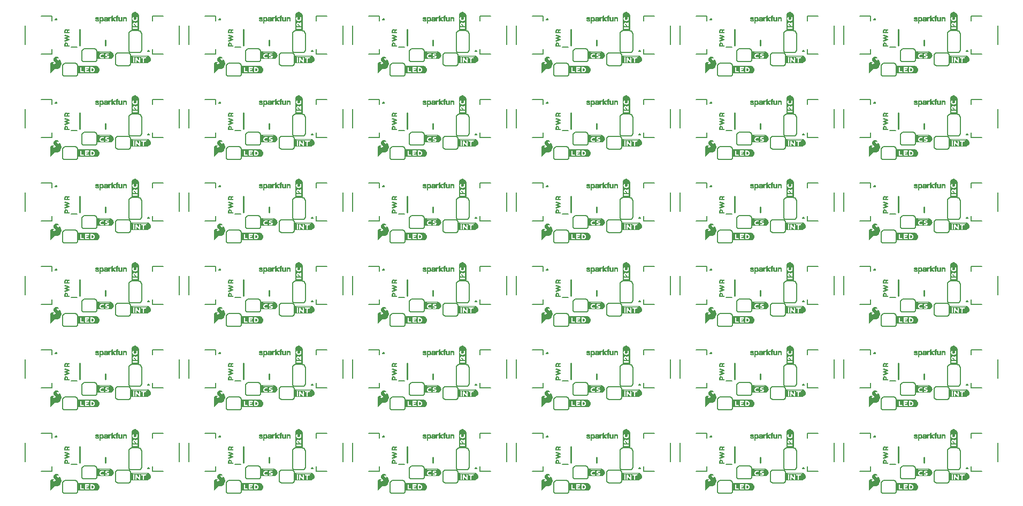
<source format=gto>
G04 EAGLE Gerber RS-274X export*
G75*
%MOMM*%
%FSLAX34Y34*%
%LPD*%
%INSilkscreen Top*%
%IPPOS*%
%AMOC8*
5,1,8,0,0,1.08239X$1,22.5*%
G01*
%ADD10C,0.254000*%
%ADD11C,0.203200*%

G36*
X117045Y688744D02*
X117045Y688744D01*
X117048Y688741D01*
X118248Y688941D01*
X118254Y688947D01*
X118258Y688944D01*
X118757Y689144D01*
X119356Y689343D01*
X119360Y689350D01*
X119365Y689348D01*
X120365Y689948D01*
X120369Y689956D01*
X120375Y689955D01*
X120775Y690355D01*
X120775Y690359D01*
X120778Y690359D01*
X121177Y690857D01*
X121575Y691255D01*
X121576Y691264D01*
X121582Y691265D01*
X121882Y691765D01*
X121882Y691768D01*
X121884Y691768D01*
X122184Y692368D01*
X122184Y692371D01*
X122186Y692372D01*
X122386Y692872D01*
X122384Y692879D01*
X122389Y692882D01*
X122589Y694082D01*
X122586Y694087D01*
X122589Y694090D01*
X122589Y695290D01*
X122586Y695295D01*
X122589Y695298D01*
X122489Y695898D01*
X122488Y695899D01*
X122488Y695900D01*
X122388Y696400D01*
X122385Y696403D01*
X122387Y696406D01*
X122187Y697006D01*
X122180Y697010D01*
X122182Y697015D01*
X121282Y698515D01*
X121274Y698519D01*
X121275Y698525D01*
X120875Y698925D01*
X120871Y698925D01*
X120871Y698928D01*
X119871Y699728D01*
X119866Y699729D01*
X119865Y699732D01*
X119365Y700032D01*
X119359Y700032D01*
X119358Y700036D01*
X118858Y700236D01*
X118856Y700235D01*
X118856Y700237D01*
X118256Y700437D01*
X118250Y700435D01*
X118248Y700439D01*
X117648Y700539D01*
X117150Y700638D01*
X117143Y700635D01*
X117140Y700639D01*
X88740Y700639D01*
X88693Y700603D01*
X88694Y700601D01*
X88692Y700600D01*
X88592Y700100D01*
X88595Y700093D01*
X88591Y700090D01*
X88591Y688790D01*
X88627Y688743D01*
X88634Y688748D01*
X88640Y688741D01*
X117040Y688741D01*
X117045Y688744D01*
G37*
G36*
X1153365Y424584D02*
X1153365Y424584D01*
X1153368Y424581D01*
X1154568Y424781D01*
X1154574Y424787D01*
X1154578Y424784D01*
X1155077Y424984D01*
X1155676Y425183D01*
X1155680Y425190D01*
X1155685Y425188D01*
X1156685Y425788D01*
X1156689Y425796D01*
X1156695Y425795D01*
X1157095Y426195D01*
X1157095Y426199D01*
X1157098Y426199D01*
X1157497Y426697D01*
X1157895Y427095D01*
X1157896Y427104D01*
X1157902Y427105D01*
X1158202Y427605D01*
X1158202Y427608D01*
X1158204Y427608D01*
X1158504Y428208D01*
X1158504Y428211D01*
X1158506Y428212D01*
X1158706Y428712D01*
X1158704Y428719D01*
X1158709Y428722D01*
X1158909Y429922D01*
X1158906Y429927D01*
X1158909Y429930D01*
X1158909Y431130D01*
X1158906Y431135D01*
X1158909Y431138D01*
X1158809Y431738D01*
X1158808Y431739D01*
X1158808Y431740D01*
X1158708Y432240D01*
X1158705Y432243D01*
X1158707Y432246D01*
X1158507Y432846D01*
X1158500Y432850D01*
X1158502Y432855D01*
X1157602Y434355D01*
X1157594Y434359D01*
X1157595Y434365D01*
X1157195Y434765D01*
X1157191Y434765D01*
X1157191Y434768D01*
X1156191Y435568D01*
X1156186Y435569D01*
X1156185Y435572D01*
X1155685Y435872D01*
X1155679Y435872D01*
X1155678Y435876D01*
X1155178Y436076D01*
X1155176Y436075D01*
X1155176Y436077D01*
X1154576Y436277D01*
X1154570Y436275D01*
X1154568Y436279D01*
X1153968Y436379D01*
X1153470Y436478D01*
X1153463Y436475D01*
X1153460Y436479D01*
X1125060Y436479D01*
X1125013Y436443D01*
X1125014Y436441D01*
X1125012Y436440D01*
X1124912Y435940D01*
X1124915Y435933D01*
X1124911Y435930D01*
X1124911Y424630D01*
X1124947Y424583D01*
X1124954Y424588D01*
X1124960Y424581D01*
X1153360Y424581D01*
X1153365Y424584D01*
G37*
G36*
X376125Y292504D02*
X376125Y292504D01*
X376128Y292501D01*
X377328Y292701D01*
X377334Y292707D01*
X377338Y292704D01*
X377837Y292904D01*
X378436Y293103D01*
X378440Y293110D01*
X378445Y293108D01*
X379445Y293708D01*
X379449Y293716D01*
X379455Y293715D01*
X379855Y294115D01*
X379855Y294119D01*
X379858Y294119D01*
X380257Y294617D01*
X380655Y295015D01*
X380656Y295024D01*
X380662Y295025D01*
X380962Y295525D01*
X380962Y295528D01*
X380964Y295528D01*
X381264Y296128D01*
X381264Y296131D01*
X381266Y296132D01*
X381466Y296632D01*
X381464Y296639D01*
X381469Y296642D01*
X381669Y297842D01*
X381666Y297847D01*
X381669Y297850D01*
X381669Y299050D01*
X381666Y299055D01*
X381669Y299058D01*
X381569Y299658D01*
X381568Y299659D01*
X381568Y299660D01*
X381468Y300160D01*
X381465Y300163D01*
X381467Y300166D01*
X381267Y300766D01*
X381260Y300770D01*
X381262Y300775D01*
X380362Y302275D01*
X380354Y302279D01*
X380355Y302285D01*
X379955Y302685D01*
X379951Y302685D01*
X379951Y302688D01*
X378951Y303488D01*
X378946Y303489D01*
X378945Y303492D01*
X378445Y303792D01*
X378439Y303792D01*
X378438Y303796D01*
X377938Y303996D01*
X377936Y303995D01*
X377936Y303997D01*
X377336Y304197D01*
X377330Y304195D01*
X377328Y304199D01*
X376728Y304299D01*
X376230Y304398D01*
X376223Y304395D01*
X376220Y304399D01*
X347820Y304399D01*
X347773Y304363D01*
X347774Y304361D01*
X347772Y304360D01*
X347672Y303860D01*
X347675Y303853D01*
X347671Y303850D01*
X347671Y292550D01*
X347707Y292503D01*
X347714Y292508D01*
X347720Y292501D01*
X376120Y292501D01*
X376125Y292504D01*
G37*
G36*
X1153365Y556664D02*
X1153365Y556664D01*
X1153368Y556661D01*
X1154568Y556861D01*
X1154574Y556867D01*
X1154578Y556864D01*
X1155077Y557064D01*
X1155676Y557263D01*
X1155680Y557270D01*
X1155685Y557268D01*
X1156685Y557868D01*
X1156689Y557876D01*
X1156695Y557875D01*
X1157095Y558275D01*
X1157095Y558279D01*
X1157098Y558279D01*
X1157497Y558777D01*
X1157895Y559175D01*
X1157896Y559184D01*
X1157902Y559185D01*
X1158202Y559685D01*
X1158202Y559688D01*
X1158204Y559688D01*
X1158504Y560288D01*
X1158504Y560291D01*
X1158506Y560292D01*
X1158706Y560792D01*
X1158704Y560799D01*
X1158709Y560802D01*
X1158909Y562002D01*
X1158906Y562007D01*
X1158909Y562010D01*
X1158909Y563210D01*
X1158906Y563215D01*
X1158909Y563218D01*
X1158809Y563818D01*
X1158808Y563819D01*
X1158808Y563820D01*
X1158708Y564320D01*
X1158705Y564323D01*
X1158707Y564326D01*
X1158507Y564926D01*
X1158500Y564930D01*
X1158502Y564935D01*
X1157602Y566435D01*
X1157594Y566439D01*
X1157595Y566445D01*
X1157195Y566845D01*
X1157191Y566845D01*
X1157191Y566848D01*
X1156191Y567648D01*
X1156186Y567649D01*
X1156185Y567652D01*
X1155685Y567952D01*
X1155679Y567952D01*
X1155678Y567956D01*
X1155178Y568156D01*
X1155176Y568155D01*
X1155176Y568157D01*
X1154576Y568357D01*
X1154570Y568355D01*
X1154568Y568359D01*
X1153968Y568459D01*
X1153470Y568558D01*
X1153463Y568555D01*
X1153460Y568559D01*
X1125060Y568559D01*
X1125013Y568523D01*
X1125014Y568521D01*
X1125012Y568520D01*
X1124912Y568020D01*
X1124915Y568013D01*
X1124911Y568010D01*
X1124911Y556710D01*
X1124947Y556663D01*
X1124954Y556668D01*
X1124960Y556661D01*
X1153360Y556661D01*
X1153365Y556664D01*
G37*
G36*
X635205Y160424D02*
X635205Y160424D01*
X635208Y160421D01*
X636408Y160621D01*
X636414Y160627D01*
X636418Y160624D01*
X636917Y160824D01*
X637516Y161023D01*
X637520Y161030D01*
X637525Y161028D01*
X638525Y161628D01*
X638529Y161636D01*
X638535Y161635D01*
X638935Y162035D01*
X638935Y162039D01*
X638938Y162039D01*
X639337Y162537D01*
X639735Y162935D01*
X639736Y162944D01*
X639742Y162945D01*
X640042Y163445D01*
X640042Y163448D01*
X640044Y163448D01*
X640344Y164048D01*
X640344Y164051D01*
X640346Y164052D01*
X640546Y164552D01*
X640544Y164559D01*
X640549Y164562D01*
X640749Y165762D01*
X640746Y165767D01*
X640749Y165770D01*
X640749Y166970D01*
X640746Y166975D01*
X640749Y166978D01*
X640649Y167578D01*
X640648Y167579D01*
X640648Y167580D01*
X640548Y168080D01*
X640545Y168083D01*
X640547Y168086D01*
X640347Y168686D01*
X640340Y168690D01*
X640342Y168695D01*
X639442Y170195D01*
X639434Y170199D01*
X639435Y170205D01*
X639035Y170605D01*
X639031Y170605D01*
X639031Y170608D01*
X638031Y171408D01*
X638026Y171409D01*
X638025Y171412D01*
X637525Y171712D01*
X637519Y171712D01*
X637518Y171716D01*
X637018Y171916D01*
X637016Y171915D01*
X637016Y171917D01*
X636416Y172117D01*
X636410Y172115D01*
X636408Y172119D01*
X635808Y172219D01*
X635310Y172318D01*
X635303Y172315D01*
X635300Y172319D01*
X606900Y172319D01*
X606853Y172283D01*
X606854Y172281D01*
X606852Y172280D01*
X606752Y171780D01*
X606755Y171773D01*
X606751Y171770D01*
X606751Y160470D01*
X606787Y160423D01*
X606794Y160428D01*
X606800Y160421D01*
X635200Y160421D01*
X635205Y160424D01*
G37*
G36*
X1153365Y160424D02*
X1153365Y160424D01*
X1153368Y160421D01*
X1154568Y160621D01*
X1154574Y160627D01*
X1154578Y160624D01*
X1155077Y160824D01*
X1155676Y161023D01*
X1155680Y161030D01*
X1155685Y161028D01*
X1156685Y161628D01*
X1156689Y161636D01*
X1156695Y161635D01*
X1157095Y162035D01*
X1157095Y162039D01*
X1157098Y162039D01*
X1157497Y162537D01*
X1157895Y162935D01*
X1157896Y162944D01*
X1157902Y162945D01*
X1158202Y163445D01*
X1158202Y163448D01*
X1158204Y163448D01*
X1158504Y164048D01*
X1158504Y164051D01*
X1158506Y164052D01*
X1158706Y164552D01*
X1158704Y164559D01*
X1158709Y164562D01*
X1158909Y165762D01*
X1158906Y165767D01*
X1158909Y165770D01*
X1158909Y166970D01*
X1158906Y166975D01*
X1158909Y166978D01*
X1158809Y167578D01*
X1158808Y167579D01*
X1158808Y167580D01*
X1158708Y168080D01*
X1158705Y168083D01*
X1158707Y168086D01*
X1158507Y168686D01*
X1158500Y168690D01*
X1158502Y168695D01*
X1157602Y170195D01*
X1157594Y170199D01*
X1157595Y170205D01*
X1157195Y170605D01*
X1157191Y170605D01*
X1157191Y170608D01*
X1156191Y171408D01*
X1156186Y171409D01*
X1156185Y171412D01*
X1155685Y171712D01*
X1155679Y171712D01*
X1155678Y171716D01*
X1155178Y171916D01*
X1155176Y171915D01*
X1155176Y171917D01*
X1154576Y172117D01*
X1154570Y172115D01*
X1154568Y172119D01*
X1153968Y172219D01*
X1153470Y172318D01*
X1153463Y172315D01*
X1153460Y172319D01*
X1125060Y172319D01*
X1125013Y172283D01*
X1125014Y172281D01*
X1125012Y172280D01*
X1124912Y171780D01*
X1124915Y171773D01*
X1124911Y171770D01*
X1124911Y160470D01*
X1124947Y160423D01*
X1124954Y160428D01*
X1124960Y160421D01*
X1153360Y160421D01*
X1153365Y160424D01*
G37*
G36*
X117045Y292504D02*
X117045Y292504D01*
X117048Y292501D01*
X118248Y292701D01*
X118254Y292707D01*
X118258Y292704D01*
X118757Y292904D01*
X119356Y293103D01*
X119360Y293110D01*
X119365Y293108D01*
X120365Y293708D01*
X120369Y293716D01*
X120375Y293715D01*
X120775Y294115D01*
X120775Y294119D01*
X120778Y294119D01*
X121177Y294617D01*
X121575Y295015D01*
X121576Y295024D01*
X121582Y295025D01*
X121882Y295525D01*
X121882Y295528D01*
X121884Y295528D01*
X122184Y296128D01*
X122184Y296131D01*
X122186Y296132D01*
X122386Y296632D01*
X122384Y296639D01*
X122389Y296642D01*
X122589Y297842D01*
X122586Y297847D01*
X122589Y297850D01*
X122589Y299050D01*
X122586Y299055D01*
X122589Y299058D01*
X122489Y299658D01*
X122488Y299659D01*
X122488Y299660D01*
X122388Y300160D01*
X122385Y300163D01*
X122387Y300166D01*
X122187Y300766D01*
X122180Y300770D01*
X122182Y300775D01*
X121282Y302275D01*
X121274Y302279D01*
X121275Y302285D01*
X120875Y302685D01*
X120871Y302685D01*
X120871Y302688D01*
X119871Y303488D01*
X119866Y303489D01*
X119865Y303492D01*
X119365Y303792D01*
X119359Y303792D01*
X119358Y303796D01*
X118858Y303996D01*
X118856Y303995D01*
X118856Y303997D01*
X118256Y304197D01*
X118250Y304195D01*
X118248Y304199D01*
X117648Y304299D01*
X117150Y304398D01*
X117143Y304395D01*
X117140Y304399D01*
X88740Y304399D01*
X88693Y304363D01*
X88694Y304361D01*
X88692Y304360D01*
X88592Y303860D01*
X88595Y303853D01*
X88591Y303850D01*
X88591Y292550D01*
X88627Y292503D01*
X88634Y292508D01*
X88640Y292501D01*
X117040Y292501D01*
X117045Y292504D01*
G37*
G36*
X635205Y28344D02*
X635205Y28344D01*
X635208Y28341D01*
X636408Y28541D01*
X636414Y28547D01*
X636418Y28544D01*
X636917Y28744D01*
X637516Y28943D01*
X637520Y28950D01*
X637525Y28948D01*
X638525Y29548D01*
X638529Y29556D01*
X638535Y29555D01*
X638935Y29955D01*
X638935Y29959D01*
X638938Y29959D01*
X639337Y30457D01*
X639735Y30855D01*
X639736Y30864D01*
X639742Y30865D01*
X640042Y31365D01*
X640042Y31368D01*
X640044Y31368D01*
X640344Y31968D01*
X640344Y31971D01*
X640346Y31972D01*
X640546Y32472D01*
X640544Y32479D01*
X640549Y32482D01*
X640749Y33682D01*
X640746Y33687D01*
X640749Y33690D01*
X640749Y34890D01*
X640746Y34895D01*
X640749Y34898D01*
X640649Y35498D01*
X640648Y35499D01*
X640648Y35500D01*
X640548Y36000D01*
X640545Y36003D01*
X640547Y36006D01*
X640347Y36606D01*
X640340Y36610D01*
X640342Y36615D01*
X639442Y38115D01*
X639434Y38119D01*
X639435Y38125D01*
X639035Y38525D01*
X639031Y38525D01*
X639031Y38528D01*
X638031Y39328D01*
X638026Y39329D01*
X638025Y39332D01*
X637525Y39632D01*
X637519Y39632D01*
X637518Y39636D01*
X637018Y39836D01*
X637016Y39835D01*
X637016Y39837D01*
X636416Y40037D01*
X636410Y40035D01*
X636408Y40039D01*
X635808Y40139D01*
X635310Y40238D01*
X635303Y40235D01*
X635300Y40239D01*
X606900Y40239D01*
X606853Y40203D01*
X606854Y40201D01*
X606852Y40200D01*
X606752Y39700D01*
X606755Y39693D01*
X606751Y39690D01*
X606751Y28390D01*
X606787Y28343D01*
X606794Y28348D01*
X606800Y28341D01*
X635200Y28341D01*
X635205Y28344D01*
G37*
G36*
X894285Y424584D02*
X894285Y424584D01*
X894288Y424581D01*
X895488Y424781D01*
X895494Y424787D01*
X895498Y424784D01*
X895997Y424984D01*
X896596Y425183D01*
X896600Y425190D01*
X896605Y425188D01*
X897605Y425788D01*
X897609Y425796D01*
X897615Y425795D01*
X898015Y426195D01*
X898015Y426199D01*
X898018Y426199D01*
X898417Y426697D01*
X898815Y427095D01*
X898816Y427104D01*
X898822Y427105D01*
X899122Y427605D01*
X899122Y427608D01*
X899124Y427608D01*
X899424Y428208D01*
X899424Y428211D01*
X899426Y428212D01*
X899626Y428712D01*
X899624Y428719D01*
X899629Y428722D01*
X899829Y429922D01*
X899826Y429927D01*
X899829Y429930D01*
X899829Y431130D01*
X899826Y431135D01*
X899829Y431138D01*
X899729Y431738D01*
X899728Y431739D01*
X899728Y431740D01*
X899628Y432240D01*
X899625Y432243D01*
X899627Y432246D01*
X899427Y432846D01*
X899420Y432850D01*
X899422Y432855D01*
X898522Y434355D01*
X898514Y434359D01*
X898515Y434365D01*
X898115Y434765D01*
X898111Y434765D01*
X898111Y434768D01*
X897111Y435568D01*
X897106Y435569D01*
X897105Y435572D01*
X896605Y435872D01*
X896599Y435872D01*
X896598Y435876D01*
X896098Y436076D01*
X896096Y436075D01*
X896096Y436077D01*
X895496Y436277D01*
X895490Y436275D01*
X895488Y436279D01*
X894888Y436379D01*
X894390Y436478D01*
X894383Y436475D01*
X894380Y436479D01*
X865980Y436479D01*
X865933Y436443D01*
X865934Y436441D01*
X865932Y436440D01*
X865832Y435940D01*
X865835Y435933D01*
X865831Y435930D01*
X865831Y424630D01*
X865867Y424583D01*
X865874Y424588D01*
X865880Y424581D01*
X894280Y424581D01*
X894285Y424584D01*
G37*
G36*
X376125Y424584D02*
X376125Y424584D01*
X376128Y424581D01*
X377328Y424781D01*
X377334Y424787D01*
X377338Y424784D01*
X377837Y424984D01*
X378436Y425183D01*
X378440Y425190D01*
X378445Y425188D01*
X379445Y425788D01*
X379449Y425796D01*
X379455Y425795D01*
X379855Y426195D01*
X379855Y426199D01*
X379858Y426199D01*
X380257Y426697D01*
X380655Y427095D01*
X380656Y427104D01*
X380662Y427105D01*
X380962Y427605D01*
X380962Y427608D01*
X380964Y427608D01*
X381264Y428208D01*
X381264Y428211D01*
X381266Y428212D01*
X381466Y428712D01*
X381464Y428719D01*
X381469Y428722D01*
X381669Y429922D01*
X381666Y429927D01*
X381669Y429930D01*
X381669Y431130D01*
X381666Y431135D01*
X381669Y431138D01*
X381569Y431738D01*
X381568Y431739D01*
X381568Y431740D01*
X381468Y432240D01*
X381465Y432243D01*
X381467Y432246D01*
X381267Y432846D01*
X381260Y432850D01*
X381262Y432855D01*
X380362Y434355D01*
X380354Y434359D01*
X380355Y434365D01*
X379955Y434765D01*
X379951Y434765D01*
X379951Y434768D01*
X378951Y435568D01*
X378946Y435569D01*
X378945Y435572D01*
X378445Y435872D01*
X378439Y435872D01*
X378438Y435876D01*
X377938Y436076D01*
X377936Y436075D01*
X377936Y436077D01*
X377336Y436277D01*
X377330Y436275D01*
X377328Y436279D01*
X376728Y436379D01*
X376230Y436478D01*
X376223Y436475D01*
X376220Y436479D01*
X347820Y436479D01*
X347773Y436443D01*
X347774Y436441D01*
X347772Y436440D01*
X347672Y435940D01*
X347675Y435933D01*
X347671Y435930D01*
X347671Y424630D01*
X347707Y424583D01*
X347714Y424588D01*
X347720Y424581D01*
X376120Y424581D01*
X376125Y424584D01*
G37*
G36*
X894285Y28344D02*
X894285Y28344D01*
X894288Y28341D01*
X895488Y28541D01*
X895494Y28547D01*
X895498Y28544D01*
X895997Y28744D01*
X896596Y28943D01*
X896600Y28950D01*
X896605Y28948D01*
X897605Y29548D01*
X897609Y29556D01*
X897615Y29555D01*
X898015Y29955D01*
X898015Y29959D01*
X898018Y29959D01*
X898417Y30457D01*
X898815Y30855D01*
X898816Y30864D01*
X898822Y30865D01*
X899122Y31365D01*
X899122Y31368D01*
X899124Y31368D01*
X899424Y31968D01*
X899424Y31971D01*
X899426Y31972D01*
X899626Y32472D01*
X899624Y32479D01*
X899629Y32482D01*
X899829Y33682D01*
X899826Y33687D01*
X899829Y33690D01*
X899829Y34890D01*
X899826Y34895D01*
X899829Y34898D01*
X899729Y35498D01*
X899728Y35499D01*
X899728Y35500D01*
X899628Y36000D01*
X899625Y36003D01*
X899627Y36006D01*
X899427Y36606D01*
X899420Y36610D01*
X899422Y36615D01*
X898522Y38115D01*
X898514Y38119D01*
X898515Y38125D01*
X898115Y38525D01*
X898111Y38525D01*
X898111Y38528D01*
X897111Y39328D01*
X897106Y39329D01*
X897105Y39332D01*
X896605Y39632D01*
X896599Y39632D01*
X896598Y39636D01*
X896098Y39836D01*
X896096Y39835D01*
X896096Y39837D01*
X895496Y40037D01*
X895490Y40035D01*
X895488Y40039D01*
X894888Y40139D01*
X894390Y40238D01*
X894383Y40235D01*
X894380Y40239D01*
X865980Y40239D01*
X865933Y40203D01*
X865934Y40201D01*
X865932Y40200D01*
X865832Y39700D01*
X865835Y39693D01*
X865831Y39690D01*
X865831Y28390D01*
X865867Y28343D01*
X865874Y28348D01*
X865880Y28341D01*
X894280Y28341D01*
X894285Y28344D01*
G37*
G36*
X376125Y28344D02*
X376125Y28344D01*
X376128Y28341D01*
X377328Y28541D01*
X377334Y28547D01*
X377338Y28544D01*
X377837Y28744D01*
X378436Y28943D01*
X378440Y28950D01*
X378445Y28948D01*
X379445Y29548D01*
X379449Y29556D01*
X379455Y29555D01*
X379855Y29955D01*
X379855Y29959D01*
X379858Y29959D01*
X380257Y30457D01*
X380655Y30855D01*
X380656Y30864D01*
X380662Y30865D01*
X380962Y31365D01*
X380962Y31368D01*
X380964Y31368D01*
X381264Y31968D01*
X381264Y31971D01*
X381266Y31972D01*
X381466Y32472D01*
X381464Y32479D01*
X381469Y32482D01*
X381669Y33682D01*
X381666Y33687D01*
X381669Y33690D01*
X381669Y34890D01*
X381666Y34895D01*
X381669Y34898D01*
X381569Y35498D01*
X381568Y35499D01*
X381568Y35500D01*
X381468Y36000D01*
X381465Y36003D01*
X381467Y36006D01*
X381267Y36606D01*
X381260Y36610D01*
X381262Y36615D01*
X380362Y38115D01*
X380354Y38119D01*
X380355Y38125D01*
X379955Y38525D01*
X379951Y38525D01*
X379951Y38528D01*
X378951Y39328D01*
X378946Y39329D01*
X378945Y39332D01*
X378445Y39632D01*
X378439Y39632D01*
X378438Y39636D01*
X377938Y39836D01*
X377936Y39835D01*
X377936Y39837D01*
X377336Y40037D01*
X377330Y40035D01*
X377328Y40039D01*
X376728Y40139D01*
X376230Y40238D01*
X376223Y40235D01*
X376220Y40239D01*
X347820Y40239D01*
X347773Y40203D01*
X347774Y40201D01*
X347772Y40200D01*
X347672Y39700D01*
X347675Y39693D01*
X347671Y39690D01*
X347671Y28390D01*
X347707Y28343D01*
X347714Y28348D01*
X347720Y28341D01*
X376120Y28341D01*
X376125Y28344D01*
G37*
G36*
X1412445Y28344D02*
X1412445Y28344D01*
X1412448Y28341D01*
X1413648Y28541D01*
X1413654Y28547D01*
X1413658Y28544D01*
X1414157Y28744D01*
X1414756Y28943D01*
X1414760Y28950D01*
X1414765Y28948D01*
X1415765Y29548D01*
X1415769Y29556D01*
X1415775Y29555D01*
X1416175Y29955D01*
X1416175Y29959D01*
X1416178Y29959D01*
X1416577Y30457D01*
X1416975Y30855D01*
X1416976Y30864D01*
X1416982Y30865D01*
X1417282Y31365D01*
X1417282Y31368D01*
X1417284Y31368D01*
X1417584Y31968D01*
X1417584Y31971D01*
X1417586Y31972D01*
X1417786Y32472D01*
X1417784Y32479D01*
X1417789Y32482D01*
X1417989Y33682D01*
X1417986Y33687D01*
X1417989Y33690D01*
X1417989Y34890D01*
X1417986Y34895D01*
X1417989Y34898D01*
X1417889Y35498D01*
X1417888Y35499D01*
X1417888Y35500D01*
X1417788Y36000D01*
X1417785Y36003D01*
X1417787Y36006D01*
X1417587Y36606D01*
X1417580Y36610D01*
X1417582Y36615D01*
X1416682Y38115D01*
X1416674Y38119D01*
X1416675Y38125D01*
X1416275Y38525D01*
X1416271Y38525D01*
X1416271Y38528D01*
X1415271Y39328D01*
X1415266Y39329D01*
X1415265Y39332D01*
X1414765Y39632D01*
X1414759Y39632D01*
X1414758Y39636D01*
X1414258Y39836D01*
X1414256Y39835D01*
X1414256Y39837D01*
X1413656Y40037D01*
X1413650Y40035D01*
X1413648Y40039D01*
X1413048Y40139D01*
X1412550Y40238D01*
X1412543Y40235D01*
X1412540Y40239D01*
X1384140Y40239D01*
X1384093Y40203D01*
X1384094Y40201D01*
X1384092Y40200D01*
X1383992Y39700D01*
X1383995Y39693D01*
X1383991Y39690D01*
X1383991Y28390D01*
X1384027Y28343D01*
X1384034Y28348D01*
X1384040Y28341D01*
X1412440Y28341D01*
X1412445Y28344D01*
G37*
G36*
X894285Y292504D02*
X894285Y292504D01*
X894288Y292501D01*
X895488Y292701D01*
X895494Y292707D01*
X895498Y292704D01*
X895997Y292904D01*
X896596Y293103D01*
X896600Y293110D01*
X896605Y293108D01*
X897605Y293708D01*
X897609Y293716D01*
X897615Y293715D01*
X898015Y294115D01*
X898015Y294119D01*
X898018Y294119D01*
X898417Y294617D01*
X898815Y295015D01*
X898816Y295024D01*
X898822Y295025D01*
X899122Y295525D01*
X899122Y295528D01*
X899124Y295528D01*
X899424Y296128D01*
X899424Y296131D01*
X899426Y296132D01*
X899626Y296632D01*
X899624Y296639D01*
X899629Y296642D01*
X899829Y297842D01*
X899826Y297847D01*
X899829Y297850D01*
X899829Y299050D01*
X899826Y299055D01*
X899829Y299058D01*
X899729Y299658D01*
X899728Y299659D01*
X899728Y299660D01*
X899628Y300160D01*
X899625Y300163D01*
X899627Y300166D01*
X899427Y300766D01*
X899420Y300770D01*
X899422Y300775D01*
X898522Y302275D01*
X898514Y302279D01*
X898515Y302285D01*
X898115Y302685D01*
X898111Y302685D01*
X898111Y302688D01*
X897111Y303488D01*
X897106Y303489D01*
X897105Y303492D01*
X896605Y303792D01*
X896599Y303792D01*
X896598Y303796D01*
X896098Y303996D01*
X896096Y303995D01*
X896096Y303997D01*
X895496Y304197D01*
X895490Y304195D01*
X895488Y304199D01*
X894888Y304299D01*
X894390Y304398D01*
X894383Y304395D01*
X894380Y304399D01*
X865980Y304399D01*
X865933Y304363D01*
X865934Y304361D01*
X865932Y304360D01*
X865832Y303860D01*
X865835Y303853D01*
X865831Y303850D01*
X865831Y292550D01*
X865867Y292503D01*
X865874Y292508D01*
X865880Y292501D01*
X894280Y292501D01*
X894285Y292504D01*
G37*
G36*
X117045Y28344D02*
X117045Y28344D01*
X117048Y28341D01*
X118248Y28541D01*
X118254Y28547D01*
X118258Y28544D01*
X118757Y28744D01*
X119356Y28943D01*
X119360Y28950D01*
X119365Y28948D01*
X120365Y29548D01*
X120369Y29556D01*
X120375Y29555D01*
X120775Y29955D01*
X120775Y29959D01*
X120778Y29959D01*
X121177Y30457D01*
X121575Y30855D01*
X121576Y30864D01*
X121582Y30865D01*
X121882Y31365D01*
X121882Y31368D01*
X121884Y31368D01*
X122184Y31968D01*
X122184Y31971D01*
X122186Y31972D01*
X122386Y32472D01*
X122384Y32479D01*
X122389Y32482D01*
X122589Y33682D01*
X122586Y33687D01*
X122589Y33690D01*
X122589Y34890D01*
X122586Y34895D01*
X122589Y34898D01*
X122489Y35498D01*
X122488Y35499D01*
X122488Y35500D01*
X122388Y36000D01*
X122385Y36003D01*
X122387Y36006D01*
X122187Y36606D01*
X122180Y36610D01*
X122182Y36615D01*
X121282Y38115D01*
X121274Y38119D01*
X121275Y38125D01*
X120875Y38525D01*
X120871Y38525D01*
X120871Y38528D01*
X119871Y39328D01*
X119866Y39329D01*
X119865Y39332D01*
X119365Y39632D01*
X119359Y39632D01*
X119358Y39636D01*
X118858Y39836D01*
X118856Y39835D01*
X118856Y39837D01*
X118256Y40037D01*
X118250Y40035D01*
X118248Y40039D01*
X117648Y40139D01*
X117150Y40238D01*
X117143Y40235D01*
X117140Y40239D01*
X88740Y40239D01*
X88693Y40203D01*
X88694Y40201D01*
X88692Y40200D01*
X88592Y39700D01*
X88595Y39693D01*
X88591Y39690D01*
X88591Y28390D01*
X88627Y28343D01*
X88634Y28348D01*
X88640Y28341D01*
X117040Y28341D01*
X117045Y28344D01*
G37*
G36*
X1153365Y28344D02*
X1153365Y28344D01*
X1153368Y28341D01*
X1154568Y28541D01*
X1154574Y28547D01*
X1154578Y28544D01*
X1155077Y28744D01*
X1155676Y28943D01*
X1155680Y28950D01*
X1155685Y28948D01*
X1156685Y29548D01*
X1156689Y29556D01*
X1156695Y29555D01*
X1157095Y29955D01*
X1157095Y29959D01*
X1157098Y29959D01*
X1157497Y30457D01*
X1157895Y30855D01*
X1157896Y30864D01*
X1157902Y30865D01*
X1158202Y31365D01*
X1158202Y31368D01*
X1158204Y31368D01*
X1158504Y31968D01*
X1158504Y31971D01*
X1158506Y31972D01*
X1158706Y32472D01*
X1158704Y32479D01*
X1158709Y32482D01*
X1158909Y33682D01*
X1158906Y33687D01*
X1158909Y33690D01*
X1158909Y34890D01*
X1158906Y34895D01*
X1158909Y34898D01*
X1158809Y35498D01*
X1158808Y35499D01*
X1158808Y35500D01*
X1158708Y36000D01*
X1158705Y36003D01*
X1158707Y36006D01*
X1158507Y36606D01*
X1158500Y36610D01*
X1158502Y36615D01*
X1157602Y38115D01*
X1157594Y38119D01*
X1157595Y38125D01*
X1157195Y38525D01*
X1157191Y38525D01*
X1157191Y38528D01*
X1156191Y39328D01*
X1156186Y39329D01*
X1156185Y39332D01*
X1155685Y39632D01*
X1155679Y39632D01*
X1155678Y39636D01*
X1155178Y39836D01*
X1155176Y39835D01*
X1155176Y39837D01*
X1154576Y40037D01*
X1154570Y40035D01*
X1154568Y40039D01*
X1153968Y40139D01*
X1153470Y40238D01*
X1153463Y40235D01*
X1153460Y40239D01*
X1125060Y40239D01*
X1125013Y40203D01*
X1125014Y40201D01*
X1125012Y40200D01*
X1124912Y39700D01*
X1124915Y39693D01*
X1124911Y39690D01*
X1124911Y28390D01*
X1124947Y28343D01*
X1124954Y28348D01*
X1124960Y28341D01*
X1153360Y28341D01*
X1153365Y28344D01*
G37*
G36*
X635205Y556664D02*
X635205Y556664D01*
X635208Y556661D01*
X636408Y556861D01*
X636414Y556867D01*
X636418Y556864D01*
X636917Y557064D01*
X637516Y557263D01*
X637520Y557270D01*
X637525Y557268D01*
X638525Y557868D01*
X638529Y557876D01*
X638535Y557875D01*
X638935Y558275D01*
X638935Y558279D01*
X638938Y558279D01*
X639337Y558777D01*
X639735Y559175D01*
X639736Y559184D01*
X639742Y559185D01*
X640042Y559685D01*
X640042Y559688D01*
X640044Y559688D01*
X640344Y560288D01*
X640344Y560291D01*
X640346Y560292D01*
X640546Y560792D01*
X640544Y560799D01*
X640549Y560802D01*
X640749Y562002D01*
X640746Y562007D01*
X640749Y562010D01*
X640749Y563210D01*
X640746Y563215D01*
X640749Y563218D01*
X640649Y563818D01*
X640648Y563819D01*
X640648Y563820D01*
X640548Y564320D01*
X640545Y564323D01*
X640547Y564326D01*
X640347Y564926D01*
X640340Y564930D01*
X640342Y564935D01*
X639442Y566435D01*
X639434Y566439D01*
X639435Y566445D01*
X639035Y566845D01*
X639031Y566845D01*
X639031Y566848D01*
X638031Y567648D01*
X638026Y567649D01*
X638025Y567652D01*
X637525Y567952D01*
X637519Y567952D01*
X637518Y567956D01*
X637018Y568156D01*
X637016Y568155D01*
X637016Y568157D01*
X636416Y568357D01*
X636410Y568355D01*
X636408Y568359D01*
X635808Y568459D01*
X635310Y568558D01*
X635303Y568555D01*
X635300Y568559D01*
X606900Y568559D01*
X606853Y568523D01*
X606854Y568521D01*
X606852Y568520D01*
X606752Y568020D01*
X606755Y568013D01*
X606751Y568010D01*
X606751Y556710D01*
X606787Y556663D01*
X606794Y556668D01*
X606800Y556661D01*
X635200Y556661D01*
X635205Y556664D01*
G37*
G36*
X376125Y160424D02*
X376125Y160424D01*
X376128Y160421D01*
X377328Y160621D01*
X377334Y160627D01*
X377338Y160624D01*
X377837Y160824D01*
X378436Y161023D01*
X378440Y161030D01*
X378445Y161028D01*
X379445Y161628D01*
X379449Y161636D01*
X379455Y161635D01*
X379855Y162035D01*
X379855Y162039D01*
X379858Y162039D01*
X380257Y162537D01*
X380655Y162935D01*
X380656Y162944D01*
X380662Y162945D01*
X380962Y163445D01*
X380962Y163448D01*
X380964Y163448D01*
X381264Y164048D01*
X381264Y164051D01*
X381266Y164052D01*
X381466Y164552D01*
X381464Y164559D01*
X381469Y164562D01*
X381669Y165762D01*
X381666Y165767D01*
X381669Y165770D01*
X381669Y166970D01*
X381666Y166975D01*
X381669Y166978D01*
X381569Y167578D01*
X381568Y167579D01*
X381568Y167580D01*
X381468Y168080D01*
X381465Y168083D01*
X381467Y168086D01*
X381267Y168686D01*
X381260Y168690D01*
X381262Y168695D01*
X380362Y170195D01*
X380354Y170199D01*
X380355Y170205D01*
X379955Y170605D01*
X379951Y170605D01*
X379951Y170608D01*
X378951Y171408D01*
X378946Y171409D01*
X378945Y171412D01*
X378445Y171712D01*
X378439Y171712D01*
X378438Y171716D01*
X377938Y171916D01*
X377936Y171915D01*
X377936Y171917D01*
X377336Y172117D01*
X377330Y172115D01*
X377328Y172119D01*
X376728Y172219D01*
X376230Y172318D01*
X376223Y172315D01*
X376220Y172319D01*
X347820Y172319D01*
X347773Y172283D01*
X347774Y172281D01*
X347772Y172280D01*
X347672Y171780D01*
X347675Y171773D01*
X347671Y171770D01*
X347671Y160470D01*
X347707Y160423D01*
X347714Y160428D01*
X347720Y160421D01*
X376120Y160421D01*
X376125Y160424D01*
G37*
G36*
X1412445Y160424D02*
X1412445Y160424D01*
X1412448Y160421D01*
X1413648Y160621D01*
X1413654Y160627D01*
X1413658Y160624D01*
X1414157Y160824D01*
X1414756Y161023D01*
X1414760Y161030D01*
X1414765Y161028D01*
X1415765Y161628D01*
X1415769Y161636D01*
X1415775Y161635D01*
X1416175Y162035D01*
X1416175Y162039D01*
X1416178Y162039D01*
X1416577Y162537D01*
X1416975Y162935D01*
X1416976Y162944D01*
X1416982Y162945D01*
X1417282Y163445D01*
X1417282Y163448D01*
X1417284Y163448D01*
X1417584Y164048D01*
X1417584Y164051D01*
X1417586Y164052D01*
X1417786Y164552D01*
X1417784Y164559D01*
X1417789Y164562D01*
X1417989Y165762D01*
X1417986Y165767D01*
X1417989Y165770D01*
X1417989Y166970D01*
X1417986Y166975D01*
X1417989Y166978D01*
X1417889Y167578D01*
X1417888Y167579D01*
X1417888Y167580D01*
X1417788Y168080D01*
X1417785Y168083D01*
X1417787Y168086D01*
X1417587Y168686D01*
X1417580Y168690D01*
X1417582Y168695D01*
X1416682Y170195D01*
X1416674Y170199D01*
X1416675Y170205D01*
X1416275Y170605D01*
X1416271Y170605D01*
X1416271Y170608D01*
X1415271Y171408D01*
X1415266Y171409D01*
X1415265Y171412D01*
X1414765Y171712D01*
X1414759Y171712D01*
X1414758Y171716D01*
X1414258Y171916D01*
X1414256Y171915D01*
X1414256Y171917D01*
X1413656Y172117D01*
X1413650Y172115D01*
X1413648Y172119D01*
X1413048Y172219D01*
X1412550Y172318D01*
X1412543Y172315D01*
X1412540Y172319D01*
X1384140Y172319D01*
X1384093Y172283D01*
X1384094Y172281D01*
X1384092Y172280D01*
X1383992Y171780D01*
X1383995Y171773D01*
X1383991Y171770D01*
X1383991Y160470D01*
X1384027Y160423D01*
X1384034Y160428D01*
X1384040Y160421D01*
X1412440Y160421D01*
X1412445Y160424D01*
G37*
G36*
X376125Y556664D02*
X376125Y556664D01*
X376128Y556661D01*
X377328Y556861D01*
X377334Y556867D01*
X377338Y556864D01*
X377837Y557064D01*
X378436Y557263D01*
X378440Y557270D01*
X378445Y557268D01*
X379445Y557868D01*
X379449Y557876D01*
X379455Y557875D01*
X379855Y558275D01*
X379855Y558279D01*
X379858Y558279D01*
X380257Y558777D01*
X380655Y559175D01*
X380656Y559184D01*
X380662Y559185D01*
X380962Y559685D01*
X380962Y559688D01*
X380964Y559688D01*
X381264Y560288D01*
X381264Y560291D01*
X381266Y560292D01*
X381466Y560792D01*
X381464Y560799D01*
X381469Y560802D01*
X381669Y562002D01*
X381666Y562007D01*
X381669Y562010D01*
X381669Y563210D01*
X381666Y563215D01*
X381669Y563218D01*
X381569Y563818D01*
X381568Y563819D01*
X381568Y563820D01*
X381468Y564320D01*
X381465Y564323D01*
X381467Y564326D01*
X381267Y564926D01*
X381260Y564930D01*
X381262Y564935D01*
X380362Y566435D01*
X380354Y566439D01*
X380355Y566445D01*
X379955Y566845D01*
X379951Y566845D01*
X379951Y566848D01*
X378951Y567648D01*
X378946Y567649D01*
X378945Y567652D01*
X378445Y567952D01*
X378439Y567952D01*
X378438Y567956D01*
X377938Y568156D01*
X377936Y568155D01*
X377936Y568157D01*
X377336Y568357D01*
X377330Y568355D01*
X377328Y568359D01*
X376728Y568459D01*
X376230Y568558D01*
X376223Y568555D01*
X376220Y568559D01*
X347820Y568559D01*
X347773Y568523D01*
X347774Y568521D01*
X347772Y568520D01*
X347672Y568020D01*
X347675Y568013D01*
X347671Y568010D01*
X347671Y556710D01*
X347707Y556663D01*
X347714Y556668D01*
X347720Y556661D01*
X376120Y556661D01*
X376125Y556664D01*
G37*
G36*
X894285Y556664D02*
X894285Y556664D01*
X894288Y556661D01*
X895488Y556861D01*
X895494Y556867D01*
X895498Y556864D01*
X895997Y557064D01*
X896596Y557263D01*
X896600Y557270D01*
X896605Y557268D01*
X897605Y557868D01*
X897609Y557876D01*
X897615Y557875D01*
X898015Y558275D01*
X898015Y558279D01*
X898018Y558279D01*
X898417Y558777D01*
X898815Y559175D01*
X898816Y559184D01*
X898822Y559185D01*
X899122Y559685D01*
X899122Y559688D01*
X899124Y559688D01*
X899424Y560288D01*
X899424Y560291D01*
X899426Y560292D01*
X899626Y560792D01*
X899624Y560799D01*
X899629Y560802D01*
X899829Y562002D01*
X899826Y562007D01*
X899829Y562010D01*
X899829Y563210D01*
X899826Y563215D01*
X899829Y563218D01*
X899729Y563818D01*
X899728Y563819D01*
X899728Y563820D01*
X899628Y564320D01*
X899625Y564323D01*
X899627Y564326D01*
X899427Y564926D01*
X899420Y564930D01*
X899422Y564935D01*
X898522Y566435D01*
X898514Y566439D01*
X898515Y566445D01*
X898115Y566845D01*
X898111Y566845D01*
X898111Y566848D01*
X897111Y567648D01*
X897106Y567649D01*
X897105Y567652D01*
X896605Y567952D01*
X896599Y567952D01*
X896598Y567956D01*
X896098Y568156D01*
X896096Y568155D01*
X896096Y568157D01*
X895496Y568357D01*
X895490Y568355D01*
X895488Y568359D01*
X894888Y568459D01*
X894390Y568558D01*
X894383Y568555D01*
X894380Y568559D01*
X865980Y568559D01*
X865933Y568523D01*
X865934Y568521D01*
X865932Y568520D01*
X865832Y568020D01*
X865835Y568013D01*
X865831Y568010D01*
X865831Y556710D01*
X865867Y556663D01*
X865874Y556668D01*
X865880Y556661D01*
X894280Y556661D01*
X894285Y556664D01*
G37*
G36*
X1412445Y424584D02*
X1412445Y424584D01*
X1412448Y424581D01*
X1413648Y424781D01*
X1413654Y424787D01*
X1413658Y424784D01*
X1414157Y424984D01*
X1414756Y425183D01*
X1414760Y425190D01*
X1414765Y425188D01*
X1415765Y425788D01*
X1415769Y425796D01*
X1415775Y425795D01*
X1416175Y426195D01*
X1416175Y426199D01*
X1416178Y426199D01*
X1416577Y426697D01*
X1416975Y427095D01*
X1416976Y427104D01*
X1416982Y427105D01*
X1417282Y427605D01*
X1417282Y427608D01*
X1417284Y427608D01*
X1417584Y428208D01*
X1417584Y428211D01*
X1417586Y428212D01*
X1417786Y428712D01*
X1417784Y428719D01*
X1417789Y428722D01*
X1417989Y429922D01*
X1417986Y429927D01*
X1417989Y429930D01*
X1417989Y431130D01*
X1417986Y431135D01*
X1417989Y431138D01*
X1417889Y431738D01*
X1417888Y431739D01*
X1417888Y431740D01*
X1417788Y432240D01*
X1417785Y432243D01*
X1417787Y432246D01*
X1417587Y432846D01*
X1417580Y432850D01*
X1417582Y432855D01*
X1416682Y434355D01*
X1416674Y434359D01*
X1416675Y434365D01*
X1416275Y434765D01*
X1416271Y434765D01*
X1416271Y434768D01*
X1415271Y435568D01*
X1415266Y435569D01*
X1415265Y435572D01*
X1414765Y435872D01*
X1414759Y435872D01*
X1414758Y435876D01*
X1414258Y436076D01*
X1414256Y436075D01*
X1414256Y436077D01*
X1413656Y436277D01*
X1413650Y436275D01*
X1413648Y436279D01*
X1413048Y436379D01*
X1412550Y436478D01*
X1412543Y436475D01*
X1412540Y436479D01*
X1384140Y436479D01*
X1384093Y436443D01*
X1384094Y436441D01*
X1384092Y436440D01*
X1383992Y435940D01*
X1383995Y435933D01*
X1383991Y435930D01*
X1383991Y424630D01*
X1384027Y424583D01*
X1384034Y424588D01*
X1384040Y424581D01*
X1412440Y424581D01*
X1412445Y424584D01*
G37*
G36*
X1412445Y556664D02*
X1412445Y556664D01*
X1412448Y556661D01*
X1413648Y556861D01*
X1413654Y556867D01*
X1413658Y556864D01*
X1414157Y557064D01*
X1414756Y557263D01*
X1414760Y557270D01*
X1414765Y557268D01*
X1415765Y557868D01*
X1415769Y557876D01*
X1415775Y557875D01*
X1416175Y558275D01*
X1416175Y558279D01*
X1416178Y558279D01*
X1416577Y558777D01*
X1416975Y559175D01*
X1416976Y559184D01*
X1416982Y559185D01*
X1417282Y559685D01*
X1417282Y559688D01*
X1417284Y559688D01*
X1417584Y560288D01*
X1417584Y560291D01*
X1417586Y560292D01*
X1417786Y560792D01*
X1417784Y560799D01*
X1417789Y560802D01*
X1417989Y562002D01*
X1417986Y562007D01*
X1417989Y562010D01*
X1417989Y563210D01*
X1417986Y563215D01*
X1417989Y563218D01*
X1417889Y563818D01*
X1417888Y563819D01*
X1417888Y563820D01*
X1417788Y564320D01*
X1417785Y564323D01*
X1417787Y564326D01*
X1417587Y564926D01*
X1417580Y564930D01*
X1417582Y564935D01*
X1416682Y566435D01*
X1416674Y566439D01*
X1416675Y566445D01*
X1416275Y566845D01*
X1416271Y566845D01*
X1416271Y566848D01*
X1415271Y567648D01*
X1415266Y567649D01*
X1415265Y567652D01*
X1414765Y567952D01*
X1414759Y567952D01*
X1414758Y567956D01*
X1414258Y568156D01*
X1414256Y568155D01*
X1414256Y568157D01*
X1413656Y568357D01*
X1413650Y568355D01*
X1413648Y568359D01*
X1413048Y568459D01*
X1412550Y568558D01*
X1412543Y568555D01*
X1412540Y568559D01*
X1384140Y568559D01*
X1384093Y568523D01*
X1384094Y568521D01*
X1384092Y568520D01*
X1383992Y568020D01*
X1383995Y568013D01*
X1383991Y568010D01*
X1383991Y556710D01*
X1384027Y556663D01*
X1384034Y556668D01*
X1384040Y556661D01*
X1412440Y556661D01*
X1412445Y556664D01*
G37*
G36*
X117045Y556664D02*
X117045Y556664D01*
X117048Y556661D01*
X118248Y556861D01*
X118254Y556867D01*
X118258Y556864D01*
X118757Y557064D01*
X119356Y557263D01*
X119360Y557270D01*
X119365Y557268D01*
X120365Y557868D01*
X120369Y557876D01*
X120375Y557875D01*
X120775Y558275D01*
X120775Y558279D01*
X120778Y558279D01*
X121177Y558777D01*
X121575Y559175D01*
X121576Y559184D01*
X121582Y559185D01*
X121882Y559685D01*
X121882Y559688D01*
X121884Y559688D01*
X122184Y560288D01*
X122184Y560291D01*
X122186Y560292D01*
X122386Y560792D01*
X122384Y560799D01*
X122389Y560802D01*
X122589Y562002D01*
X122586Y562007D01*
X122589Y562010D01*
X122589Y563210D01*
X122586Y563215D01*
X122589Y563218D01*
X122489Y563818D01*
X122488Y563819D01*
X122488Y563820D01*
X122388Y564320D01*
X122385Y564323D01*
X122387Y564326D01*
X122187Y564926D01*
X122180Y564930D01*
X122182Y564935D01*
X121282Y566435D01*
X121274Y566439D01*
X121275Y566445D01*
X120875Y566845D01*
X120871Y566845D01*
X120871Y566848D01*
X119871Y567648D01*
X119866Y567649D01*
X119865Y567652D01*
X119365Y567952D01*
X119359Y567952D01*
X119358Y567956D01*
X118858Y568156D01*
X118856Y568155D01*
X118856Y568157D01*
X118256Y568357D01*
X118250Y568355D01*
X118248Y568359D01*
X117648Y568459D01*
X117150Y568558D01*
X117143Y568555D01*
X117140Y568559D01*
X88740Y568559D01*
X88693Y568523D01*
X88694Y568521D01*
X88692Y568520D01*
X88592Y568020D01*
X88595Y568013D01*
X88591Y568010D01*
X88591Y556710D01*
X88627Y556663D01*
X88634Y556668D01*
X88640Y556661D01*
X117040Y556661D01*
X117045Y556664D01*
G37*
G36*
X894285Y688744D02*
X894285Y688744D01*
X894288Y688741D01*
X895488Y688941D01*
X895494Y688947D01*
X895498Y688944D01*
X895997Y689144D01*
X896596Y689343D01*
X896600Y689350D01*
X896605Y689348D01*
X897605Y689948D01*
X897609Y689956D01*
X897615Y689955D01*
X898015Y690355D01*
X898015Y690359D01*
X898018Y690359D01*
X898417Y690857D01*
X898815Y691255D01*
X898816Y691264D01*
X898822Y691265D01*
X899122Y691765D01*
X899122Y691768D01*
X899124Y691768D01*
X899424Y692368D01*
X899424Y692371D01*
X899426Y692372D01*
X899626Y692872D01*
X899624Y692879D01*
X899629Y692882D01*
X899829Y694082D01*
X899826Y694087D01*
X899829Y694090D01*
X899829Y695290D01*
X899826Y695295D01*
X899829Y695298D01*
X899729Y695898D01*
X899728Y695899D01*
X899728Y695900D01*
X899628Y696400D01*
X899625Y696403D01*
X899627Y696406D01*
X899427Y697006D01*
X899420Y697010D01*
X899422Y697015D01*
X898522Y698515D01*
X898514Y698519D01*
X898515Y698525D01*
X898115Y698925D01*
X898111Y698925D01*
X898111Y698928D01*
X897111Y699728D01*
X897106Y699729D01*
X897105Y699732D01*
X896605Y700032D01*
X896599Y700032D01*
X896598Y700036D01*
X896098Y700236D01*
X896096Y700235D01*
X896096Y700237D01*
X895496Y700437D01*
X895490Y700435D01*
X895488Y700439D01*
X894888Y700539D01*
X894390Y700638D01*
X894383Y700635D01*
X894380Y700639D01*
X865980Y700639D01*
X865933Y700603D01*
X865934Y700601D01*
X865932Y700600D01*
X865832Y700100D01*
X865835Y700093D01*
X865831Y700090D01*
X865831Y688790D01*
X865867Y688743D01*
X865874Y688748D01*
X865880Y688741D01*
X894280Y688741D01*
X894285Y688744D01*
G37*
G36*
X635205Y688744D02*
X635205Y688744D01*
X635208Y688741D01*
X636408Y688941D01*
X636414Y688947D01*
X636418Y688944D01*
X636917Y689144D01*
X637516Y689343D01*
X637520Y689350D01*
X637525Y689348D01*
X638525Y689948D01*
X638529Y689956D01*
X638535Y689955D01*
X638935Y690355D01*
X638935Y690359D01*
X638938Y690359D01*
X639337Y690857D01*
X639735Y691255D01*
X639736Y691264D01*
X639742Y691265D01*
X640042Y691765D01*
X640042Y691768D01*
X640044Y691768D01*
X640344Y692368D01*
X640344Y692371D01*
X640346Y692372D01*
X640546Y692872D01*
X640544Y692879D01*
X640549Y692882D01*
X640749Y694082D01*
X640746Y694087D01*
X640749Y694090D01*
X640749Y695290D01*
X640746Y695295D01*
X640749Y695298D01*
X640649Y695898D01*
X640648Y695899D01*
X640648Y695900D01*
X640548Y696400D01*
X640545Y696403D01*
X640547Y696406D01*
X640347Y697006D01*
X640340Y697010D01*
X640342Y697015D01*
X639442Y698515D01*
X639434Y698519D01*
X639435Y698525D01*
X639035Y698925D01*
X639031Y698925D01*
X639031Y698928D01*
X638031Y699728D01*
X638026Y699729D01*
X638025Y699732D01*
X637525Y700032D01*
X637519Y700032D01*
X637518Y700036D01*
X637018Y700236D01*
X637016Y700235D01*
X637016Y700237D01*
X636416Y700437D01*
X636410Y700435D01*
X636408Y700439D01*
X635808Y700539D01*
X635310Y700638D01*
X635303Y700635D01*
X635300Y700639D01*
X606900Y700639D01*
X606853Y700603D01*
X606854Y700601D01*
X606852Y700600D01*
X606752Y700100D01*
X606755Y700093D01*
X606751Y700090D01*
X606751Y688790D01*
X606787Y688743D01*
X606794Y688748D01*
X606800Y688741D01*
X635200Y688741D01*
X635205Y688744D01*
G37*
G36*
X635205Y292504D02*
X635205Y292504D01*
X635208Y292501D01*
X636408Y292701D01*
X636414Y292707D01*
X636418Y292704D01*
X636917Y292904D01*
X637516Y293103D01*
X637520Y293110D01*
X637525Y293108D01*
X638525Y293708D01*
X638529Y293716D01*
X638535Y293715D01*
X638935Y294115D01*
X638935Y294119D01*
X638938Y294119D01*
X639337Y294617D01*
X639735Y295015D01*
X639736Y295024D01*
X639742Y295025D01*
X640042Y295525D01*
X640042Y295528D01*
X640044Y295528D01*
X640344Y296128D01*
X640344Y296131D01*
X640346Y296132D01*
X640546Y296632D01*
X640544Y296639D01*
X640549Y296642D01*
X640749Y297842D01*
X640746Y297847D01*
X640749Y297850D01*
X640749Y299050D01*
X640746Y299055D01*
X640749Y299058D01*
X640649Y299658D01*
X640648Y299659D01*
X640648Y299660D01*
X640548Y300160D01*
X640545Y300163D01*
X640547Y300166D01*
X640347Y300766D01*
X640340Y300770D01*
X640342Y300775D01*
X639442Y302275D01*
X639434Y302279D01*
X639435Y302285D01*
X639035Y302685D01*
X639031Y302685D01*
X639031Y302688D01*
X638031Y303488D01*
X638026Y303489D01*
X638025Y303492D01*
X637525Y303792D01*
X637519Y303792D01*
X637518Y303796D01*
X637018Y303996D01*
X637016Y303995D01*
X637016Y303997D01*
X636416Y304197D01*
X636410Y304195D01*
X636408Y304199D01*
X635808Y304299D01*
X635310Y304398D01*
X635303Y304395D01*
X635300Y304399D01*
X606900Y304399D01*
X606853Y304363D01*
X606854Y304361D01*
X606852Y304360D01*
X606752Y303860D01*
X606755Y303853D01*
X606751Y303850D01*
X606751Y292550D01*
X606787Y292503D01*
X606794Y292508D01*
X606800Y292501D01*
X635200Y292501D01*
X635205Y292504D01*
G37*
G36*
X1153365Y688744D02*
X1153365Y688744D01*
X1153368Y688741D01*
X1154568Y688941D01*
X1154574Y688947D01*
X1154578Y688944D01*
X1155077Y689144D01*
X1155676Y689343D01*
X1155680Y689350D01*
X1155685Y689348D01*
X1156685Y689948D01*
X1156689Y689956D01*
X1156695Y689955D01*
X1157095Y690355D01*
X1157095Y690359D01*
X1157098Y690359D01*
X1157497Y690857D01*
X1157895Y691255D01*
X1157896Y691264D01*
X1157902Y691265D01*
X1158202Y691765D01*
X1158202Y691768D01*
X1158204Y691768D01*
X1158504Y692368D01*
X1158504Y692371D01*
X1158506Y692372D01*
X1158706Y692872D01*
X1158704Y692879D01*
X1158709Y692882D01*
X1158909Y694082D01*
X1158906Y694087D01*
X1158909Y694090D01*
X1158909Y695290D01*
X1158906Y695295D01*
X1158909Y695298D01*
X1158809Y695898D01*
X1158808Y695899D01*
X1158808Y695900D01*
X1158708Y696400D01*
X1158705Y696403D01*
X1158707Y696406D01*
X1158507Y697006D01*
X1158500Y697010D01*
X1158502Y697015D01*
X1157602Y698515D01*
X1157594Y698519D01*
X1157595Y698525D01*
X1157195Y698925D01*
X1157191Y698925D01*
X1157191Y698928D01*
X1156191Y699728D01*
X1156186Y699729D01*
X1156185Y699732D01*
X1155685Y700032D01*
X1155679Y700032D01*
X1155678Y700036D01*
X1155178Y700236D01*
X1155176Y700235D01*
X1155176Y700237D01*
X1154576Y700437D01*
X1154570Y700435D01*
X1154568Y700439D01*
X1153968Y700539D01*
X1153470Y700638D01*
X1153463Y700635D01*
X1153460Y700639D01*
X1125060Y700639D01*
X1125013Y700603D01*
X1125014Y700601D01*
X1125012Y700600D01*
X1124912Y700100D01*
X1124915Y700093D01*
X1124911Y700090D01*
X1124911Y688790D01*
X1124947Y688743D01*
X1124954Y688748D01*
X1124960Y688741D01*
X1153360Y688741D01*
X1153365Y688744D01*
G37*
G36*
X376125Y688744D02*
X376125Y688744D01*
X376128Y688741D01*
X377328Y688941D01*
X377334Y688947D01*
X377338Y688944D01*
X377837Y689144D01*
X378436Y689343D01*
X378440Y689350D01*
X378445Y689348D01*
X379445Y689948D01*
X379449Y689956D01*
X379455Y689955D01*
X379855Y690355D01*
X379855Y690359D01*
X379858Y690359D01*
X380257Y690857D01*
X380655Y691255D01*
X380656Y691264D01*
X380662Y691265D01*
X380962Y691765D01*
X380962Y691768D01*
X380964Y691768D01*
X381264Y692368D01*
X381264Y692371D01*
X381266Y692372D01*
X381466Y692872D01*
X381464Y692879D01*
X381469Y692882D01*
X381669Y694082D01*
X381666Y694087D01*
X381669Y694090D01*
X381669Y695290D01*
X381666Y695295D01*
X381669Y695298D01*
X381569Y695898D01*
X381568Y695899D01*
X381568Y695900D01*
X381468Y696400D01*
X381465Y696403D01*
X381467Y696406D01*
X381267Y697006D01*
X381260Y697010D01*
X381262Y697015D01*
X380362Y698515D01*
X380354Y698519D01*
X380355Y698525D01*
X379955Y698925D01*
X379951Y698925D01*
X379951Y698928D01*
X378951Y699728D01*
X378946Y699729D01*
X378945Y699732D01*
X378445Y700032D01*
X378439Y700032D01*
X378438Y700036D01*
X377938Y700236D01*
X377936Y700235D01*
X377936Y700237D01*
X377336Y700437D01*
X377330Y700435D01*
X377328Y700439D01*
X376728Y700539D01*
X376230Y700638D01*
X376223Y700635D01*
X376220Y700639D01*
X347820Y700639D01*
X347773Y700603D01*
X347774Y700601D01*
X347772Y700600D01*
X347672Y700100D01*
X347675Y700093D01*
X347671Y700090D01*
X347671Y688790D01*
X347707Y688743D01*
X347714Y688748D01*
X347720Y688741D01*
X376120Y688741D01*
X376125Y688744D01*
G37*
G36*
X1412445Y688744D02*
X1412445Y688744D01*
X1412448Y688741D01*
X1413648Y688941D01*
X1413654Y688947D01*
X1413658Y688944D01*
X1414157Y689144D01*
X1414756Y689343D01*
X1414760Y689350D01*
X1414765Y689348D01*
X1415765Y689948D01*
X1415769Y689956D01*
X1415775Y689955D01*
X1416175Y690355D01*
X1416175Y690359D01*
X1416178Y690359D01*
X1416577Y690857D01*
X1416975Y691255D01*
X1416976Y691264D01*
X1416982Y691265D01*
X1417282Y691765D01*
X1417282Y691768D01*
X1417284Y691768D01*
X1417584Y692368D01*
X1417584Y692371D01*
X1417586Y692372D01*
X1417786Y692872D01*
X1417784Y692879D01*
X1417789Y692882D01*
X1417989Y694082D01*
X1417986Y694087D01*
X1417989Y694090D01*
X1417989Y695290D01*
X1417986Y695295D01*
X1417989Y695298D01*
X1417889Y695898D01*
X1417888Y695899D01*
X1417888Y695900D01*
X1417788Y696400D01*
X1417785Y696403D01*
X1417787Y696406D01*
X1417587Y697006D01*
X1417580Y697010D01*
X1417582Y697015D01*
X1416682Y698515D01*
X1416674Y698519D01*
X1416675Y698525D01*
X1416275Y698925D01*
X1416271Y698925D01*
X1416271Y698928D01*
X1415271Y699728D01*
X1415266Y699729D01*
X1415265Y699732D01*
X1414765Y700032D01*
X1414759Y700032D01*
X1414758Y700036D01*
X1414258Y700236D01*
X1414256Y700235D01*
X1414256Y700237D01*
X1413656Y700437D01*
X1413650Y700435D01*
X1413648Y700439D01*
X1413048Y700539D01*
X1412550Y700638D01*
X1412543Y700635D01*
X1412540Y700639D01*
X1384140Y700639D01*
X1384093Y700603D01*
X1384094Y700601D01*
X1384092Y700600D01*
X1383992Y700100D01*
X1383995Y700093D01*
X1383991Y700090D01*
X1383991Y688790D01*
X1384027Y688743D01*
X1384034Y688748D01*
X1384040Y688741D01*
X1412440Y688741D01*
X1412445Y688744D01*
G37*
G36*
X1153365Y292504D02*
X1153365Y292504D01*
X1153368Y292501D01*
X1154568Y292701D01*
X1154574Y292707D01*
X1154578Y292704D01*
X1155077Y292904D01*
X1155676Y293103D01*
X1155680Y293110D01*
X1155685Y293108D01*
X1156685Y293708D01*
X1156689Y293716D01*
X1156695Y293715D01*
X1157095Y294115D01*
X1157095Y294119D01*
X1157098Y294119D01*
X1157497Y294617D01*
X1157895Y295015D01*
X1157896Y295024D01*
X1157902Y295025D01*
X1158202Y295525D01*
X1158202Y295528D01*
X1158204Y295528D01*
X1158504Y296128D01*
X1158504Y296131D01*
X1158506Y296132D01*
X1158706Y296632D01*
X1158704Y296639D01*
X1158709Y296642D01*
X1158909Y297842D01*
X1158906Y297847D01*
X1158909Y297850D01*
X1158909Y299050D01*
X1158906Y299055D01*
X1158909Y299058D01*
X1158809Y299658D01*
X1158808Y299659D01*
X1158808Y299660D01*
X1158708Y300160D01*
X1158705Y300163D01*
X1158707Y300166D01*
X1158507Y300766D01*
X1158500Y300770D01*
X1158502Y300775D01*
X1157602Y302275D01*
X1157594Y302279D01*
X1157595Y302285D01*
X1157195Y302685D01*
X1157191Y302685D01*
X1157191Y302688D01*
X1156191Y303488D01*
X1156186Y303489D01*
X1156185Y303492D01*
X1155685Y303792D01*
X1155679Y303792D01*
X1155678Y303796D01*
X1155178Y303996D01*
X1155176Y303995D01*
X1155176Y303997D01*
X1154576Y304197D01*
X1154570Y304195D01*
X1154568Y304199D01*
X1153968Y304299D01*
X1153470Y304398D01*
X1153463Y304395D01*
X1153460Y304399D01*
X1125060Y304399D01*
X1125013Y304363D01*
X1125014Y304361D01*
X1125012Y304360D01*
X1124912Y303860D01*
X1124915Y303853D01*
X1124911Y303850D01*
X1124911Y292550D01*
X1124947Y292503D01*
X1124954Y292508D01*
X1124960Y292501D01*
X1153360Y292501D01*
X1153365Y292504D01*
G37*
G36*
X894285Y160424D02*
X894285Y160424D01*
X894288Y160421D01*
X895488Y160621D01*
X895494Y160627D01*
X895498Y160624D01*
X895997Y160824D01*
X896596Y161023D01*
X896600Y161030D01*
X896605Y161028D01*
X897605Y161628D01*
X897609Y161636D01*
X897615Y161635D01*
X898015Y162035D01*
X898015Y162039D01*
X898018Y162039D01*
X898417Y162537D01*
X898815Y162935D01*
X898816Y162944D01*
X898822Y162945D01*
X899122Y163445D01*
X899122Y163448D01*
X899124Y163448D01*
X899424Y164048D01*
X899424Y164051D01*
X899426Y164052D01*
X899626Y164552D01*
X899624Y164559D01*
X899629Y164562D01*
X899829Y165762D01*
X899826Y165767D01*
X899829Y165770D01*
X899829Y166970D01*
X899826Y166975D01*
X899829Y166978D01*
X899729Y167578D01*
X899728Y167579D01*
X899728Y167580D01*
X899628Y168080D01*
X899625Y168083D01*
X899627Y168086D01*
X899427Y168686D01*
X899420Y168690D01*
X899422Y168695D01*
X898522Y170195D01*
X898514Y170199D01*
X898515Y170205D01*
X898115Y170605D01*
X898111Y170605D01*
X898111Y170608D01*
X897111Y171408D01*
X897106Y171409D01*
X897105Y171412D01*
X896605Y171712D01*
X896599Y171712D01*
X896598Y171716D01*
X896098Y171916D01*
X896096Y171915D01*
X896096Y171917D01*
X895496Y172117D01*
X895490Y172115D01*
X895488Y172119D01*
X894888Y172219D01*
X894390Y172318D01*
X894383Y172315D01*
X894380Y172319D01*
X865980Y172319D01*
X865933Y172283D01*
X865934Y172281D01*
X865932Y172280D01*
X865832Y171780D01*
X865835Y171773D01*
X865831Y171770D01*
X865831Y160470D01*
X865867Y160423D01*
X865874Y160428D01*
X865880Y160421D01*
X894280Y160421D01*
X894285Y160424D01*
G37*
G36*
X117045Y160424D02*
X117045Y160424D01*
X117048Y160421D01*
X118248Y160621D01*
X118254Y160627D01*
X118258Y160624D01*
X118757Y160824D01*
X119356Y161023D01*
X119360Y161030D01*
X119365Y161028D01*
X120365Y161628D01*
X120369Y161636D01*
X120375Y161635D01*
X120775Y162035D01*
X120775Y162039D01*
X120778Y162039D01*
X121177Y162537D01*
X121575Y162935D01*
X121576Y162944D01*
X121582Y162945D01*
X121882Y163445D01*
X121882Y163448D01*
X121884Y163448D01*
X122184Y164048D01*
X122184Y164051D01*
X122186Y164052D01*
X122386Y164552D01*
X122384Y164559D01*
X122389Y164562D01*
X122589Y165762D01*
X122586Y165767D01*
X122589Y165770D01*
X122589Y166970D01*
X122586Y166975D01*
X122589Y166978D01*
X122489Y167578D01*
X122488Y167579D01*
X122488Y167580D01*
X122388Y168080D01*
X122385Y168083D01*
X122387Y168086D01*
X122187Y168686D01*
X122180Y168690D01*
X122182Y168695D01*
X121282Y170195D01*
X121274Y170199D01*
X121275Y170205D01*
X120875Y170605D01*
X120871Y170605D01*
X120871Y170608D01*
X119871Y171408D01*
X119866Y171409D01*
X119865Y171412D01*
X119365Y171712D01*
X119359Y171712D01*
X119358Y171716D01*
X118858Y171916D01*
X118856Y171915D01*
X118856Y171917D01*
X118256Y172117D01*
X118250Y172115D01*
X118248Y172119D01*
X117648Y172219D01*
X117150Y172318D01*
X117143Y172315D01*
X117140Y172319D01*
X88740Y172319D01*
X88693Y172283D01*
X88694Y172281D01*
X88692Y172280D01*
X88592Y171780D01*
X88595Y171773D01*
X88591Y171770D01*
X88591Y160470D01*
X88627Y160423D01*
X88634Y160428D01*
X88640Y160421D01*
X117040Y160421D01*
X117045Y160424D01*
G37*
G36*
X635205Y424584D02*
X635205Y424584D01*
X635208Y424581D01*
X636408Y424781D01*
X636414Y424787D01*
X636418Y424784D01*
X636917Y424984D01*
X637516Y425183D01*
X637520Y425190D01*
X637525Y425188D01*
X638525Y425788D01*
X638529Y425796D01*
X638535Y425795D01*
X638935Y426195D01*
X638935Y426199D01*
X638938Y426199D01*
X639337Y426697D01*
X639735Y427095D01*
X639736Y427104D01*
X639742Y427105D01*
X640042Y427605D01*
X640042Y427608D01*
X640044Y427608D01*
X640344Y428208D01*
X640344Y428211D01*
X640346Y428212D01*
X640546Y428712D01*
X640544Y428719D01*
X640549Y428722D01*
X640749Y429922D01*
X640746Y429927D01*
X640749Y429930D01*
X640749Y431130D01*
X640746Y431135D01*
X640749Y431138D01*
X640649Y431738D01*
X640648Y431739D01*
X640648Y431740D01*
X640548Y432240D01*
X640545Y432243D01*
X640547Y432246D01*
X640347Y432846D01*
X640340Y432850D01*
X640342Y432855D01*
X639442Y434355D01*
X639434Y434359D01*
X639435Y434365D01*
X639035Y434765D01*
X639031Y434765D01*
X639031Y434768D01*
X638031Y435568D01*
X638026Y435569D01*
X638025Y435572D01*
X637525Y435872D01*
X637519Y435872D01*
X637518Y435876D01*
X637018Y436076D01*
X637016Y436075D01*
X637016Y436077D01*
X636416Y436277D01*
X636410Y436275D01*
X636408Y436279D01*
X635808Y436379D01*
X635310Y436478D01*
X635303Y436475D01*
X635300Y436479D01*
X606900Y436479D01*
X606853Y436443D01*
X606854Y436441D01*
X606852Y436440D01*
X606752Y435940D01*
X606755Y435933D01*
X606751Y435930D01*
X606751Y424630D01*
X606787Y424583D01*
X606794Y424588D01*
X606800Y424581D01*
X635200Y424581D01*
X635205Y424584D01*
G37*
G36*
X117045Y424584D02*
X117045Y424584D01*
X117048Y424581D01*
X118248Y424781D01*
X118254Y424787D01*
X118258Y424784D01*
X118757Y424984D01*
X119356Y425183D01*
X119360Y425190D01*
X119365Y425188D01*
X120365Y425788D01*
X120369Y425796D01*
X120375Y425795D01*
X120775Y426195D01*
X120775Y426199D01*
X120778Y426199D01*
X121177Y426697D01*
X121575Y427095D01*
X121576Y427104D01*
X121582Y427105D01*
X121882Y427605D01*
X121882Y427608D01*
X121884Y427608D01*
X122184Y428208D01*
X122184Y428211D01*
X122186Y428212D01*
X122386Y428712D01*
X122384Y428719D01*
X122389Y428722D01*
X122589Y429922D01*
X122586Y429927D01*
X122589Y429930D01*
X122589Y431130D01*
X122586Y431135D01*
X122589Y431138D01*
X122489Y431738D01*
X122488Y431739D01*
X122488Y431740D01*
X122388Y432240D01*
X122385Y432243D01*
X122387Y432246D01*
X122187Y432846D01*
X122180Y432850D01*
X122182Y432855D01*
X121282Y434355D01*
X121274Y434359D01*
X121275Y434365D01*
X120875Y434765D01*
X120871Y434765D01*
X120871Y434768D01*
X119871Y435568D01*
X119866Y435569D01*
X119865Y435572D01*
X119365Y435872D01*
X119359Y435872D01*
X119358Y435876D01*
X118858Y436076D01*
X118856Y436075D01*
X118856Y436077D01*
X118256Y436277D01*
X118250Y436275D01*
X118248Y436279D01*
X117648Y436379D01*
X117150Y436478D01*
X117143Y436475D01*
X117140Y436479D01*
X88740Y436479D01*
X88693Y436443D01*
X88694Y436441D01*
X88692Y436440D01*
X88592Y435940D01*
X88595Y435933D01*
X88591Y435930D01*
X88591Y424630D01*
X88627Y424583D01*
X88634Y424588D01*
X88640Y424581D01*
X117040Y424581D01*
X117045Y424584D01*
G37*
G36*
X1412445Y292504D02*
X1412445Y292504D01*
X1412448Y292501D01*
X1413648Y292701D01*
X1413654Y292707D01*
X1413658Y292704D01*
X1414157Y292904D01*
X1414756Y293103D01*
X1414760Y293110D01*
X1414765Y293108D01*
X1415765Y293708D01*
X1415769Y293716D01*
X1415775Y293715D01*
X1416175Y294115D01*
X1416175Y294119D01*
X1416178Y294119D01*
X1416577Y294617D01*
X1416975Y295015D01*
X1416976Y295024D01*
X1416982Y295025D01*
X1417282Y295525D01*
X1417282Y295528D01*
X1417284Y295528D01*
X1417584Y296128D01*
X1417584Y296131D01*
X1417586Y296132D01*
X1417786Y296632D01*
X1417784Y296639D01*
X1417789Y296642D01*
X1417989Y297842D01*
X1417986Y297847D01*
X1417989Y297850D01*
X1417989Y299050D01*
X1417986Y299055D01*
X1417989Y299058D01*
X1417889Y299658D01*
X1417888Y299659D01*
X1417888Y299660D01*
X1417788Y300160D01*
X1417785Y300163D01*
X1417787Y300166D01*
X1417587Y300766D01*
X1417580Y300770D01*
X1417582Y300775D01*
X1416682Y302275D01*
X1416674Y302279D01*
X1416675Y302285D01*
X1416275Y302685D01*
X1416271Y302685D01*
X1416271Y302688D01*
X1415271Y303488D01*
X1415266Y303489D01*
X1415265Y303492D01*
X1414765Y303792D01*
X1414759Y303792D01*
X1414758Y303796D01*
X1414258Y303996D01*
X1414256Y303995D01*
X1414256Y303997D01*
X1413656Y304197D01*
X1413650Y304195D01*
X1413648Y304199D01*
X1413048Y304299D01*
X1412550Y304398D01*
X1412543Y304395D01*
X1412540Y304399D01*
X1384140Y304399D01*
X1384093Y304363D01*
X1384094Y304361D01*
X1384092Y304360D01*
X1383992Y303860D01*
X1383995Y303853D01*
X1383991Y303850D01*
X1383991Y292550D01*
X1384027Y292503D01*
X1384034Y292508D01*
X1384040Y292501D01*
X1412440Y292501D01*
X1412445Y292504D01*
G37*
G36*
X198899Y44858D02*
X198899Y44858D01*
X198906Y44853D01*
X199502Y45052D01*
X200098Y45151D01*
X200107Y45161D01*
X200115Y45158D01*
X201615Y46058D01*
X201617Y46062D01*
X201621Y46062D01*
X202121Y46462D01*
X202122Y46466D01*
X202125Y46465D01*
X202525Y46865D01*
X202526Y46874D01*
X202532Y46875D01*
X203432Y48375D01*
X203432Y48381D01*
X203435Y48383D01*
X203435Y48384D01*
X203437Y48384D01*
X203636Y48983D01*
X203836Y49482D01*
X203834Y49489D01*
X203839Y49492D01*
X203939Y50092D01*
X203936Y50097D01*
X203939Y50100D01*
X203939Y51300D01*
X203936Y51305D01*
X203939Y51308D01*
X203739Y52508D01*
X203733Y52514D01*
X203736Y52518D01*
X203536Y53018D01*
X203533Y53020D01*
X203534Y53022D01*
X203234Y53622D01*
X203231Y53623D01*
X203232Y53625D01*
X202932Y54125D01*
X202929Y54127D01*
X202929Y54130D01*
X202629Y54530D01*
X202628Y54530D01*
X202628Y54531D01*
X202228Y55031D01*
X202221Y55033D01*
X202221Y55038D01*
X201721Y55438D01*
X201720Y55439D01*
X201320Y55739D01*
X201316Y55739D01*
X201315Y55742D01*
X200815Y56042D01*
X200812Y56042D01*
X200812Y56044D01*
X200212Y56344D01*
X200209Y56343D01*
X200208Y56346D01*
X199708Y56546D01*
X199701Y56544D01*
X199698Y56549D01*
X198498Y56749D01*
X198493Y56746D01*
X198490Y56749D01*
X172590Y56749D01*
X172557Y56724D01*
X172546Y56722D01*
X172346Y56322D01*
X172349Y56306D01*
X172341Y56300D01*
X172341Y45100D01*
X172370Y45062D01*
X172372Y45054D01*
X172872Y44854D01*
X172885Y44858D01*
X172890Y44851D01*
X198890Y44851D01*
X198899Y44858D01*
G37*
G36*
X976139Y44858D02*
X976139Y44858D01*
X976146Y44853D01*
X976742Y45052D01*
X977338Y45151D01*
X977347Y45161D01*
X977355Y45158D01*
X978855Y46058D01*
X978857Y46062D01*
X978861Y46062D01*
X979361Y46462D01*
X979362Y46466D01*
X979365Y46465D01*
X979765Y46865D01*
X979766Y46874D01*
X979772Y46875D01*
X980672Y48375D01*
X980672Y48381D01*
X980675Y48383D01*
X980675Y48384D01*
X980677Y48384D01*
X980876Y48983D01*
X981076Y49482D01*
X981074Y49489D01*
X981079Y49492D01*
X981179Y50092D01*
X981176Y50097D01*
X981179Y50100D01*
X981179Y51300D01*
X981176Y51305D01*
X981179Y51308D01*
X980979Y52508D01*
X980973Y52514D01*
X980976Y52518D01*
X980776Y53018D01*
X980773Y53020D01*
X980774Y53022D01*
X980474Y53622D01*
X980471Y53623D01*
X980472Y53625D01*
X980172Y54125D01*
X980169Y54127D01*
X980169Y54130D01*
X979869Y54530D01*
X979868Y54530D01*
X979868Y54531D01*
X979468Y55031D01*
X979461Y55033D01*
X979461Y55038D01*
X978961Y55438D01*
X978960Y55439D01*
X978560Y55739D01*
X978556Y55739D01*
X978555Y55742D01*
X978055Y56042D01*
X978052Y56042D01*
X978052Y56044D01*
X977452Y56344D01*
X977449Y56343D01*
X977448Y56346D01*
X976948Y56546D01*
X976941Y56544D01*
X976938Y56549D01*
X975738Y56749D01*
X975733Y56746D01*
X975730Y56749D01*
X949830Y56749D01*
X949797Y56724D01*
X949786Y56722D01*
X949586Y56322D01*
X949589Y56306D01*
X949581Y56300D01*
X949581Y45100D01*
X949610Y45062D01*
X949612Y45054D01*
X950112Y44854D01*
X950125Y44858D01*
X950130Y44851D01*
X976130Y44851D01*
X976139Y44858D01*
G37*
G36*
X457979Y44858D02*
X457979Y44858D01*
X457986Y44853D01*
X458582Y45052D01*
X459178Y45151D01*
X459187Y45161D01*
X459195Y45158D01*
X460695Y46058D01*
X460697Y46062D01*
X460701Y46062D01*
X461201Y46462D01*
X461202Y46466D01*
X461205Y46465D01*
X461605Y46865D01*
X461606Y46874D01*
X461612Y46875D01*
X462512Y48375D01*
X462512Y48381D01*
X462515Y48383D01*
X462515Y48384D01*
X462517Y48384D01*
X462716Y48983D01*
X462916Y49482D01*
X462914Y49489D01*
X462919Y49492D01*
X463019Y50092D01*
X463016Y50097D01*
X463019Y50100D01*
X463019Y51300D01*
X463016Y51305D01*
X463019Y51308D01*
X462819Y52508D01*
X462813Y52514D01*
X462816Y52518D01*
X462616Y53018D01*
X462613Y53020D01*
X462614Y53022D01*
X462314Y53622D01*
X462311Y53623D01*
X462312Y53625D01*
X462012Y54125D01*
X462009Y54127D01*
X462009Y54130D01*
X461709Y54530D01*
X461708Y54530D01*
X461708Y54531D01*
X461308Y55031D01*
X461301Y55033D01*
X461301Y55038D01*
X460801Y55438D01*
X460800Y55439D01*
X460400Y55739D01*
X460396Y55739D01*
X460395Y55742D01*
X459895Y56042D01*
X459892Y56042D01*
X459892Y56044D01*
X459292Y56344D01*
X459289Y56343D01*
X459288Y56346D01*
X458788Y56546D01*
X458781Y56544D01*
X458778Y56549D01*
X457578Y56749D01*
X457573Y56746D01*
X457570Y56749D01*
X431670Y56749D01*
X431637Y56724D01*
X431626Y56722D01*
X431426Y56322D01*
X431429Y56306D01*
X431421Y56300D01*
X431421Y45100D01*
X431450Y45062D01*
X431452Y45054D01*
X431952Y44854D01*
X431965Y44858D01*
X431970Y44851D01*
X457970Y44851D01*
X457979Y44858D01*
G37*
G36*
X717059Y44858D02*
X717059Y44858D01*
X717066Y44853D01*
X717662Y45052D01*
X718258Y45151D01*
X718267Y45161D01*
X718275Y45158D01*
X719775Y46058D01*
X719777Y46062D01*
X719781Y46062D01*
X720281Y46462D01*
X720282Y46466D01*
X720285Y46465D01*
X720685Y46865D01*
X720686Y46874D01*
X720692Y46875D01*
X721592Y48375D01*
X721592Y48381D01*
X721595Y48383D01*
X721595Y48384D01*
X721597Y48384D01*
X721796Y48983D01*
X721996Y49482D01*
X721994Y49489D01*
X721999Y49492D01*
X722099Y50092D01*
X722096Y50097D01*
X722099Y50100D01*
X722099Y51300D01*
X722096Y51305D01*
X722099Y51308D01*
X721899Y52508D01*
X721893Y52514D01*
X721896Y52518D01*
X721696Y53018D01*
X721693Y53020D01*
X721694Y53022D01*
X721394Y53622D01*
X721391Y53623D01*
X721392Y53625D01*
X721092Y54125D01*
X721089Y54127D01*
X721089Y54130D01*
X720789Y54530D01*
X720788Y54530D01*
X720788Y54531D01*
X720388Y55031D01*
X720381Y55033D01*
X720381Y55038D01*
X719881Y55438D01*
X719880Y55439D01*
X719480Y55739D01*
X719476Y55739D01*
X719475Y55742D01*
X718975Y56042D01*
X718972Y56042D01*
X718972Y56044D01*
X718372Y56344D01*
X718369Y56343D01*
X718368Y56346D01*
X717868Y56546D01*
X717861Y56544D01*
X717858Y56549D01*
X716658Y56749D01*
X716653Y56746D01*
X716650Y56749D01*
X690750Y56749D01*
X690717Y56724D01*
X690706Y56722D01*
X690506Y56322D01*
X690509Y56306D01*
X690501Y56300D01*
X690501Y45100D01*
X690530Y45062D01*
X690532Y45054D01*
X691032Y44854D01*
X691045Y44858D01*
X691050Y44851D01*
X717050Y44851D01*
X717059Y44858D01*
G37*
G36*
X1235219Y44858D02*
X1235219Y44858D01*
X1235226Y44853D01*
X1235822Y45052D01*
X1236418Y45151D01*
X1236427Y45161D01*
X1236435Y45158D01*
X1237935Y46058D01*
X1237937Y46062D01*
X1237941Y46062D01*
X1238441Y46462D01*
X1238442Y46466D01*
X1238445Y46465D01*
X1238845Y46865D01*
X1238846Y46874D01*
X1238852Y46875D01*
X1239752Y48375D01*
X1239752Y48381D01*
X1239755Y48383D01*
X1239755Y48384D01*
X1239757Y48384D01*
X1239956Y48983D01*
X1240156Y49482D01*
X1240154Y49489D01*
X1240159Y49492D01*
X1240259Y50092D01*
X1240256Y50097D01*
X1240259Y50100D01*
X1240259Y51300D01*
X1240256Y51305D01*
X1240259Y51308D01*
X1240059Y52508D01*
X1240053Y52514D01*
X1240056Y52518D01*
X1239856Y53018D01*
X1239853Y53020D01*
X1239854Y53022D01*
X1239554Y53622D01*
X1239551Y53623D01*
X1239552Y53625D01*
X1239252Y54125D01*
X1239249Y54127D01*
X1239249Y54130D01*
X1238949Y54530D01*
X1238948Y54530D01*
X1238948Y54531D01*
X1238548Y55031D01*
X1238541Y55033D01*
X1238541Y55038D01*
X1238041Y55438D01*
X1238040Y55439D01*
X1237640Y55739D01*
X1237636Y55739D01*
X1237635Y55742D01*
X1237135Y56042D01*
X1237132Y56042D01*
X1237132Y56044D01*
X1236532Y56344D01*
X1236529Y56343D01*
X1236528Y56346D01*
X1236028Y56546D01*
X1236021Y56544D01*
X1236018Y56549D01*
X1234818Y56749D01*
X1234813Y56746D01*
X1234810Y56749D01*
X1208910Y56749D01*
X1208877Y56724D01*
X1208866Y56722D01*
X1208666Y56322D01*
X1208669Y56306D01*
X1208661Y56300D01*
X1208661Y45100D01*
X1208690Y45062D01*
X1208692Y45054D01*
X1209192Y44854D01*
X1209205Y44858D01*
X1209210Y44851D01*
X1235210Y44851D01*
X1235219Y44858D01*
G37*
G36*
X198899Y176938D02*
X198899Y176938D01*
X198906Y176933D01*
X199502Y177132D01*
X200098Y177231D01*
X200107Y177241D01*
X200115Y177238D01*
X201615Y178138D01*
X201617Y178142D01*
X201621Y178142D01*
X202121Y178542D01*
X202122Y178546D01*
X202125Y178545D01*
X202525Y178945D01*
X202526Y178954D01*
X202532Y178955D01*
X203432Y180455D01*
X203432Y180461D01*
X203435Y180463D01*
X203435Y180464D01*
X203437Y180464D01*
X203636Y181063D01*
X203836Y181562D01*
X203834Y181569D01*
X203839Y181572D01*
X203939Y182172D01*
X203936Y182177D01*
X203939Y182180D01*
X203939Y183380D01*
X203936Y183385D01*
X203939Y183388D01*
X203739Y184588D01*
X203733Y184594D01*
X203736Y184598D01*
X203536Y185098D01*
X203533Y185100D01*
X203534Y185102D01*
X203234Y185702D01*
X203231Y185703D01*
X203232Y185705D01*
X202932Y186205D01*
X202929Y186207D01*
X202929Y186210D01*
X202629Y186610D01*
X202628Y186610D01*
X202628Y186611D01*
X202228Y187111D01*
X202221Y187113D01*
X202221Y187118D01*
X201721Y187518D01*
X201720Y187519D01*
X201320Y187819D01*
X201316Y187819D01*
X201315Y187822D01*
X200815Y188122D01*
X200812Y188122D01*
X200812Y188124D01*
X200212Y188424D01*
X200209Y188423D01*
X200208Y188426D01*
X199708Y188626D01*
X199701Y188624D01*
X199698Y188629D01*
X198498Y188829D01*
X198493Y188826D01*
X198490Y188829D01*
X172590Y188829D01*
X172557Y188804D01*
X172546Y188802D01*
X172346Y188402D01*
X172349Y188386D01*
X172341Y188380D01*
X172341Y177180D01*
X172370Y177142D01*
X172372Y177134D01*
X172872Y176934D01*
X172885Y176938D01*
X172890Y176931D01*
X198890Y176931D01*
X198899Y176938D01*
G37*
G36*
X1235219Y176938D02*
X1235219Y176938D01*
X1235226Y176933D01*
X1235822Y177132D01*
X1236418Y177231D01*
X1236427Y177241D01*
X1236435Y177238D01*
X1237935Y178138D01*
X1237937Y178142D01*
X1237941Y178142D01*
X1238441Y178542D01*
X1238442Y178546D01*
X1238445Y178545D01*
X1238845Y178945D01*
X1238846Y178954D01*
X1238852Y178955D01*
X1239752Y180455D01*
X1239752Y180461D01*
X1239755Y180463D01*
X1239755Y180464D01*
X1239757Y180464D01*
X1239956Y181063D01*
X1240156Y181562D01*
X1240154Y181569D01*
X1240159Y181572D01*
X1240259Y182172D01*
X1240256Y182177D01*
X1240259Y182180D01*
X1240259Y183380D01*
X1240256Y183385D01*
X1240259Y183388D01*
X1240059Y184588D01*
X1240053Y184594D01*
X1240056Y184598D01*
X1239856Y185098D01*
X1239853Y185100D01*
X1239854Y185102D01*
X1239554Y185702D01*
X1239551Y185703D01*
X1239552Y185705D01*
X1239252Y186205D01*
X1239249Y186207D01*
X1239249Y186210D01*
X1238949Y186610D01*
X1238948Y186610D01*
X1238948Y186611D01*
X1238548Y187111D01*
X1238541Y187113D01*
X1238541Y187118D01*
X1238041Y187518D01*
X1238040Y187519D01*
X1237640Y187819D01*
X1237636Y187819D01*
X1237635Y187822D01*
X1237135Y188122D01*
X1237132Y188122D01*
X1237132Y188124D01*
X1236532Y188424D01*
X1236529Y188423D01*
X1236528Y188426D01*
X1236028Y188626D01*
X1236021Y188624D01*
X1236018Y188629D01*
X1234818Y188829D01*
X1234813Y188826D01*
X1234810Y188829D01*
X1208910Y188829D01*
X1208877Y188804D01*
X1208866Y188802D01*
X1208666Y188402D01*
X1208669Y188386D01*
X1208661Y188380D01*
X1208661Y177180D01*
X1208690Y177142D01*
X1208692Y177134D01*
X1209192Y176934D01*
X1209205Y176938D01*
X1209210Y176931D01*
X1235210Y176931D01*
X1235219Y176938D01*
G37*
G36*
X1235219Y573178D02*
X1235219Y573178D01*
X1235226Y573173D01*
X1235822Y573372D01*
X1236418Y573471D01*
X1236427Y573481D01*
X1236435Y573478D01*
X1237935Y574378D01*
X1237937Y574382D01*
X1237941Y574382D01*
X1238441Y574782D01*
X1238442Y574786D01*
X1238445Y574785D01*
X1238845Y575185D01*
X1238846Y575194D01*
X1238852Y575195D01*
X1239752Y576695D01*
X1239752Y576701D01*
X1239755Y576703D01*
X1239755Y576704D01*
X1239757Y576704D01*
X1239956Y577303D01*
X1240156Y577802D01*
X1240154Y577809D01*
X1240159Y577812D01*
X1240259Y578412D01*
X1240256Y578417D01*
X1240259Y578420D01*
X1240259Y579620D01*
X1240256Y579625D01*
X1240259Y579628D01*
X1240059Y580828D01*
X1240053Y580834D01*
X1240056Y580838D01*
X1239856Y581338D01*
X1239853Y581340D01*
X1239854Y581342D01*
X1239554Y581942D01*
X1239551Y581943D01*
X1239552Y581945D01*
X1239252Y582445D01*
X1239249Y582447D01*
X1239249Y582450D01*
X1238949Y582850D01*
X1238948Y582850D01*
X1238948Y582851D01*
X1238548Y583351D01*
X1238541Y583353D01*
X1238541Y583358D01*
X1238041Y583758D01*
X1238040Y583759D01*
X1237640Y584059D01*
X1237636Y584059D01*
X1237635Y584062D01*
X1237135Y584362D01*
X1237132Y584362D01*
X1237132Y584364D01*
X1236532Y584664D01*
X1236529Y584663D01*
X1236528Y584666D01*
X1236028Y584866D01*
X1236021Y584864D01*
X1236018Y584869D01*
X1234818Y585069D01*
X1234813Y585066D01*
X1234810Y585069D01*
X1208910Y585069D01*
X1208877Y585044D01*
X1208866Y585042D01*
X1208666Y584642D01*
X1208669Y584626D01*
X1208661Y584620D01*
X1208661Y573420D01*
X1208690Y573382D01*
X1208692Y573374D01*
X1209192Y573174D01*
X1209205Y573178D01*
X1209210Y573171D01*
X1235210Y573171D01*
X1235219Y573178D01*
G37*
G36*
X198899Y441098D02*
X198899Y441098D01*
X198906Y441093D01*
X199502Y441292D01*
X200098Y441391D01*
X200107Y441401D01*
X200115Y441398D01*
X201615Y442298D01*
X201617Y442302D01*
X201621Y442302D01*
X202121Y442702D01*
X202122Y442706D01*
X202125Y442705D01*
X202525Y443105D01*
X202526Y443114D01*
X202532Y443115D01*
X203432Y444615D01*
X203432Y444621D01*
X203435Y444623D01*
X203435Y444624D01*
X203437Y444624D01*
X203636Y445223D01*
X203836Y445722D01*
X203834Y445729D01*
X203839Y445732D01*
X203939Y446332D01*
X203936Y446337D01*
X203939Y446340D01*
X203939Y447540D01*
X203936Y447545D01*
X203939Y447548D01*
X203739Y448748D01*
X203733Y448754D01*
X203736Y448758D01*
X203536Y449258D01*
X203533Y449260D01*
X203534Y449262D01*
X203234Y449862D01*
X203231Y449863D01*
X203232Y449865D01*
X202932Y450365D01*
X202929Y450367D01*
X202929Y450370D01*
X202629Y450770D01*
X202628Y450770D01*
X202628Y450771D01*
X202228Y451271D01*
X202221Y451273D01*
X202221Y451278D01*
X201721Y451678D01*
X201720Y451679D01*
X201320Y451979D01*
X201316Y451979D01*
X201315Y451982D01*
X200815Y452282D01*
X200812Y452282D01*
X200812Y452284D01*
X200212Y452584D01*
X200209Y452583D01*
X200208Y452586D01*
X199708Y452786D01*
X199701Y452784D01*
X199698Y452789D01*
X198498Y452989D01*
X198493Y452986D01*
X198490Y452989D01*
X172590Y452989D01*
X172557Y452964D01*
X172546Y452962D01*
X172346Y452562D01*
X172349Y452546D01*
X172341Y452540D01*
X172341Y441340D01*
X172370Y441302D01*
X172372Y441294D01*
X172872Y441094D01*
X172885Y441098D01*
X172890Y441091D01*
X198890Y441091D01*
X198899Y441098D01*
G37*
G36*
X457979Y441098D02*
X457979Y441098D01*
X457986Y441093D01*
X458582Y441292D01*
X459178Y441391D01*
X459187Y441401D01*
X459195Y441398D01*
X460695Y442298D01*
X460697Y442302D01*
X460701Y442302D01*
X461201Y442702D01*
X461202Y442706D01*
X461205Y442705D01*
X461605Y443105D01*
X461606Y443114D01*
X461612Y443115D01*
X462512Y444615D01*
X462512Y444621D01*
X462515Y444623D01*
X462515Y444624D01*
X462517Y444624D01*
X462716Y445223D01*
X462916Y445722D01*
X462914Y445729D01*
X462919Y445732D01*
X463019Y446332D01*
X463016Y446337D01*
X463019Y446340D01*
X463019Y447540D01*
X463016Y447545D01*
X463019Y447548D01*
X462819Y448748D01*
X462813Y448754D01*
X462816Y448758D01*
X462616Y449258D01*
X462613Y449260D01*
X462614Y449262D01*
X462314Y449862D01*
X462311Y449863D01*
X462312Y449865D01*
X462012Y450365D01*
X462009Y450367D01*
X462009Y450370D01*
X461709Y450770D01*
X461708Y450770D01*
X461708Y450771D01*
X461308Y451271D01*
X461301Y451273D01*
X461301Y451278D01*
X460801Y451678D01*
X460800Y451679D01*
X460400Y451979D01*
X460396Y451979D01*
X460395Y451982D01*
X459895Y452282D01*
X459892Y452282D01*
X459892Y452284D01*
X459292Y452584D01*
X459289Y452583D01*
X459288Y452586D01*
X458788Y452786D01*
X458781Y452784D01*
X458778Y452789D01*
X457578Y452989D01*
X457573Y452986D01*
X457570Y452989D01*
X431670Y452989D01*
X431637Y452964D01*
X431626Y452962D01*
X431426Y452562D01*
X431429Y452546D01*
X431421Y452540D01*
X431421Y441340D01*
X431450Y441302D01*
X431452Y441294D01*
X431952Y441094D01*
X431965Y441098D01*
X431970Y441091D01*
X457970Y441091D01*
X457979Y441098D01*
G37*
G36*
X717059Y441098D02*
X717059Y441098D01*
X717066Y441093D01*
X717662Y441292D01*
X718258Y441391D01*
X718267Y441401D01*
X718275Y441398D01*
X719775Y442298D01*
X719777Y442302D01*
X719781Y442302D01*
X720281Y442702D01*
X720282Y442706D01*
X720285Y442705D01*
X720685Y443105D01*
X720686Y443114D01*
X720692Y443115D01*
X721592Y444615D01*
X721592Y444621D01*
X721595Y444623D01*
X721595Y444624D01*
X721597Y444624D01*
X721796Y445223D01*
X721996Y445722D01*
X721994Y445729D01*
X721999Y445732D01*
X722099Y446332D01*
X722096Y446337D01*
X722099Y446340D01*
X722099Y447540D01*
X722096Y447545D01*
X722099Y447548D01*
X721899Y448748D01*
X721893Y448754D01*
X721896Y448758D01*
X721696Y449258D01*
X721693Y449260D01*
X721694Y449262D01*
X721394Y449862D01*
X721391Y449863D01*
X721392Y449865D01*
X721092Y450365D01*
X721089Y450367D01*
X721089Y450370D01*
X720789Y450770D01*
X720788Y450770D01*
X720788Y450771D01*
X720388Y451271D01*
X720381Y451273D01*
X720381Y451278D01*
X719881Y451678D01*
X719880Y451679D01*
X719480Y451979D01*
X719476Y451979D01*
X719475Y451982D01*
X718975Y452282D01*
X718972Y452282D01*
X718972Y452284D01*
X718372Y452584D01*
X718369Y452583D01*
X718368Y452586D01*
X717868Y452786D01*
X717861Y452784D01*
X717858Y452789D01*
X716658Y452989D01*
X716653Y452986D01*
X716650Y452989D01*
X690750Y452989D01*
X690717Y452964D01*
X690706Y452962D01*
X690506Y452562D01*
X690509Y452546D01*
X690501Y452540D01*
X690501Y441340D01*
X690530Y441302D01*
X690532Y441294D01*
X691032Y441094D01*
X691045Y441098D01*
X691050Y441091D01*
X717050Y441091D01*
X717059Y441098D01*
G37*
G36*
X1494299Y441098D02*
X1494299Y441098D01*
X1494306Y441093D01*
X1494902Y441292D01*
X1495498Y441391D01*
X1495507Y441401D01*
X1495515Y441398D01*
X1497015Y442298D01*
X1497017Y442302D01*
X1497021Y442302D01*
X1497521Y442702D01*
X1497522Y442706D01*
X1497525Y442705D01*
X1497925Y443105D01*
X1497926Y443114D01*
X1497932Y443115D01*
X1498832Y444615D01*
X1498832Y444621D01*
X1498835Y444623D01*
X1498835Y444624D01*
X1498837Y444624D01*
X1499036Y445223D01*
X1499236Y445722D01*
X1499234Y445729D01*
X1499239Y445732D01*
X1499339Y446332D01*
X1499336Y446337D01*
X1499339Y446340D01*
X1499339Y447540D01*
X1499336Y447545D01*
X1499339Y447548D01*
X1499139Y448748D01*
X1499133Y448754D01*
X1499136Y448758D01*
X1498936Y449258D01*
X1498933Y449260D01*
X1498934Y449262D01*
X1498634Y449862D01*
X1498631Y449863D01*
X1498632Y449865D01*
X1498332Y450365D01*
X1498329Y450367D01*
X1498329Y450370D01*
X1498029Y450770D01*
X1498028Y450770D01*
X1498028Y450771D01*
X1497628Y451271D01*
X1497621Y451273D01*
X1497621Y451278D01*
X1497121Y451678D01*
X1497120Y451679D01*
X1496720Y451979D01*
X1496716Y451979D01*
X1496715Y451982D01*
X1496215Y452282D01*
X1496212Y452282D01*
X1496212Y452284D01*
X1495612Y452584D01*
X1495609Y452583D01*
X1495608Y452586D01*
X1495108Y452786D01*
X1495101Y452784D01*
X1495098Y452789D01*
X1493898Y452989D01*
X1493893Y452986D01*
X1493890Y452989D01*
X1467990Y452989D01*
X1467957Y452964D01*
X1467946Y452962D01*
X1467746Y452562D01*
X1467749Y452546D01*
X1467741Y452540D01*
X1467741Y441340D01*
X1467770Y441302D01*
X1467772Y441294D01*
X1468272Y441094D01*
X1468285Y441098D01*
X1468290Y441091D01*
X1494290Y441091D01*
X1494299Y441098D01*
G37*
G36*
X976139Y441098D02*
X976139Y441098D01*
X976146Y441093D01*
X976742Y441292D01*
X977338Y441391D01*
X977347Y441401D01*
X977355Y441398D01*
X978855Y442298D01*
X978857Y442302D01*
X978861Y442302D01*
X979361Y442702D01*
X979362Y442706D01*
X979365Y442705D01*
X979765Y443105D01*
X979766Y443114D01*
X979772Y443115D01*
X980672Y444615D01*
X980672Y444621D01*
X980675Y444623D01*
X980675Y444624D01*
X980677Y444624D01*
X980876Y445223D01*
X981076Y445722D01*
X981074Y445729D01*
X981079Y445732D01*
X981179Y446332D01*
X981176Y446337D01*
X981179Y446340D01*
X981179Y447540D01*
X981176Y447545D01*
X981179Y447548D01*
X980979Y448748D01*
X980973Y448754D01*
X980976Y448758D01*
X980776Y449258D01*
X980773Y449260D01*
X980774Y449262D01*
X980474Y449862D01*
X980471Y449863D01*
X980472Y449865D01*
X980172Y450365D01*
X980169Y450367D01*
X980169Y450370D01*
X979869Y450770D01*
X979868Y450770D01*
X979868Y450771D01*
X979468Y451271D01*
X979461Y451273D01*
X979461Y451278D01*
X978961Y451678D01*
X978960Y451679D01*
X978560Y451979D01*
X978556Y451979D01*
X978555Y451982D01*
X978055Y452282D01*
X978052Y452282D01*
X978052Y452284D01*
X977452Y452584D01*
X977449Y452583D01*
X977448Y452586D01*
X976948Y452786D01*
X976941Y452784D01*
X976938Y452789D01*
X975738Y452989D01*
X975733Y452986D01*
X975730Y452989D01*
X949830Y452989D01*
X949797Y452964D01*
X949786Y452962D01*
X949586Y452562D01*
X949589Y452546D01*
X949581Y452540D01*
X949581Y441340D01*
X949610Y441302D01*
X949612Y441294D01*
X950112Y441094D01*
X950125Y441098D01*
X950130Y441091D01*
X976130Y441091D01*
X976139Y441098D01*
G37*
G36*
X1235219Y441098D02*
X1235219Y441098D01*
X1235226Y441093D01*
X1235822Y441292D01*
X1236418Y441391D01*
X1236427Y441401D01*
X1236435Y441398D01*
X1237935Y442298D01*
X1237937Y442302D01*
X1237941Y442302D01*
X1238441Y442702D01*
X1238442Y442706D01*
X1238445Y442705D01*
X1238845Y443105D01*
X1238846Y443114D01*
X1238852Y443115D01*
X1239752Y444615D01*
X1239752Y444621D01*
X1239755Y444623D01*
X1239755Y444624D01*
X1239757Y444624D01*
X1239956Y445223D01*
X1240156Y445722D01*
X1240154Y445729D01*
X1240159Y445732D01*
X1240259Y446332D01*
X1240256Y446337D01*
X1240259Y446340D01*
X1240259Y447540D01*
X1240256Y447545D01*
X1240259Y447548D01*
X1240059Y448748D01*
X1240053Y448754D01*
X1240056Y448758D01*
X1239856Y449258D01*
X1239853Y449260D01*
X1239854Y449262D01*
X1239554Y449862D01*
X1239551Y449863D01*
X1239552Y449865D01*
X1239252Y450365D01*
X1239249Y450367D01*
X1239249Y450370D01*
X1238949Y450770D01*
X1238948Y450770D01*
X1238948Y450771D01*
X1238548Y451271D01*
X1238541Y451273D01*
X1238541Y451278D01*
X1238041Y451678D01*
X1238040Y451679D01*
X1237640Y451979D01*
X1237636Y451979D01*
X1237635Y451982D01*
X1237135Y452282D01*
X1237132Y452282D01*
X1237132Y452284D01*
X1236532Y452584D01*
X1236529Y452583D01*
X1236528Y452586D01*
X1236028Y452786D01*
X1236021Y452784D01*
X1236018Y452789D01*
X1234818Y452989D01*
X1234813Y452986D01*
X1234810Y452989D01*
X1208910Y452989D01*
X1208877Y452964D01*
X1208866Y452962D01*
X1208666Y452562D01*
X1208669Y452546D01*
X1208661Y452540D01*
X1208661Y441340D01*
X1208690Y441302D01*
X1208692Y441294D01*
X1209192Y441094D01*
X1209205Y441098D01*
X1209210Y441091D01*
X1235210Y441091D01*
X1235219Y441098D01*
G37*
G36*
X457979Y176938D02*
X457979Y176938D01*
X457986Y176933D01*
X458582Y177132D01*
X459178Y177231D01*
X459187Y177241D01*
X459195Y177238D01*
X460695Y178138D01*
X460697Y178142D01*
X460701Y178142D01*
X461201Y178542D01*
X461202Y178546D01*
X461205Y178545D01*
X461605Y178945D01*
X461606Y178954D01*
X461612Y178955D01*
X462512Y180455D01*
X462512Y180461D01*
X462515Y180463D01*
X462515Y180464D01*
X462517Y180464D01*
X462716Y181063D01*
X462916Y181562D01*
X462914Y181569D01*
X462919Y181572D01*
X463019Y182172D01*
X463016Y182177D01*
X463019Y182180D01*
X463019Y183380D01*
X463016Y183385D01*
X463019Y183388D01*
X462819Y184588D01*
X462813Y184594D01*
X462816Y184598D01*
X462616Y185098D01*
X462613Y185100D01*
X462614Y185102D01*
X462314Y185702D01*
X462311Y185703D01*
X462312Y185705D01*
X462012Y186205D01*
X462009Y186207D01*
X462009Y186210D01*
X461709Y186610D01*
X461708Y186610D01*
X461708Y186611D01*
X461308Y187111D01*
X461301Y187113D01*
X461301Y187118D01*
X460801Y187518D01*
X460800Y187519D01*
X460400Y187819D01*
X460396Y187819D01*
X460395Y187822D01*
X459895Y188122D01*
X459892Y188122D01*
X459892Y188124D01*
X459292Y188424D01*
X459289Y188423D01*
X459288Y188426D01*
X458788Y188626D01*
X458781Y188624D01*
X458778Y188629D01*
X457578Y188829D01*
X457573Y188826D01*
X457570Y188829D01*
X431670Y188829D01*
X431637Y188804D01*
X431626Y188802D01*
X431426Y188402D01*
X431429Y188386D01*
X431421Y188380D01*
X431421Y177180D01*
X431450Y177142D01*
X431452Y177134D01*
X431952Y176934D01*
X431965Y176938D01*
X431970Y176931D01*
X457970Y176931D01*
X457979Y176938D01*
G37*
G36*
X717059Y176938D02*
X717059Y176938D01*
X717066Y176933D01*
X717662Y177132D01*
X718258Y177231D01*
X718267Y177241D01*
X718275Y177238D01*
X719775Y178138D01*
X719777Y178142D01*
X719781Y178142D01*
X720281Y178542D01*
X720282Y178546D01*
X720285Y178545D01*
X720685Y178945D01*
X720686Y178954D01*
X720692Y178955D01*
X721592Y180455D01*
X721592Y180461D01*
X721595Y180463D01*
X721595Y180464D01*
X721597Y180464D01*
X721796Y181063D01*
X721996Y181562D01*
X721994Y181569D01*
X721999Y181572D01*
X722099Y182172D01*
X722096Y182177D01*
X722099Y182180D01*
X722099Y183380D01*
X722096Y183385D01*
X722099Y183388D01*
X721899Y184588D01*
X721893Y184594D01*
X721896Y184598D01*
X721696Y185098D01*
X721693Y185100D01*
X721694Y185102D01*
X721394Y185702D01*
X721391Y185703D01*
X721392Y185705D01*
X721092Y186205D01*
X721089Y186207D01*
X721089Y186210D01*
X720789Y186610D01*
X720788Y186610D01*
X720788Y186611D01*
X720388Y187111D01*
X720381Y187113D01*
X720381Y187118D01*
X719881Y187518D01*
X719880Y187519D01*
X719480Y187819D01*
X719476Y187819D01*
X719475Y187822D01*
X718975Y188122D01*
X718972Y188122D01*
X718972Y188124D01*
X718372Y188424D01*
X718369Y188423D01*
X718368Y188426D01*
X717868Y188626D01*
X717861Y188624D01*
X717858Y188629D01*
X716658Y188829D01*
X716653Y188826D01*
X716650Y188829D01*
X690750Y188829D01*
X690717Y188804D01*
X690706Y188802D01*
X690506Y188402D01*
X690509Y188386D01*
X690501Y188380D01*
X690501Y177180D01*
X690530Y177142D01*
X690532Y177134D01*
X691032Y176934D01*
X691045Y176938D01*
X691050Y176931D01*
X717050Y176931D01*
X717059Y176938D01*
G37*
G36*
X976139Y176938D02*
X976139Y176938D01*
X976146Y176933D01*
X976742Y177132D01*
X977338Y177231D01*
X977347Y177241D01*
X977355Y177238D01*
X978855Y178138D01*
X978857Y178142D01*
X978861Y178142D01*
X979361Y178542D01*
X979362Y178546D01*
X979365Y178545D01*
X979765Y178945D01*
X979766Y178954D01*
X979772Y178955D01*
X980672Y180455D01*
X980672Y180461D01*
X980675Y180463D01*
X980675Y180464D01*
X980677Y180464D01*
X980876Y181063D01*
X981076Y181562D01*
X981074Y181569D01*
X981079Y181572D01*
X981179Y182172D01*
X981176Y182177D01*
X981179Y182180D01*
X981179Y183380D01*
X981176Y183385D01*
X981179Y183388D01*
X980979Y184588D01*
X980973Y184594D01*
X980976Y184598D01*
X980776Y185098D01*
X980773Y185100D01*
X980774Y185102D01*
X980474Y185702D01*
X980471Y185703D01*
X980472Y185705D01*
X980172Y186205D01*
X980169Y186207D01*
X980169Y186210D01*
X979869Y186610D01*
X979868Y186610D01*
X979868Y186611D01*
X979468Y187111D01*
X979461Y187113D01*
X979461Y187118D01*
X978961Y187518D01*
X978960Y187519D01*
X978560Y187819D01*
X978556Y187819D01*
X978555Y187822D01*
X978055Y188122D01*
X978052Y188122D01*
X978052Y188124D01*
X977452Y188424D01*
X977449Y188423D01*
X977448Y188426D01*
X976948Y188626D01*
X976941Y188624D01*
X976938Y188629D01*
X975738Y188829D01*
X975733Y188826D01*
X975730Y188829D01*
X949830Y188829D01*
X949797Y188804D01*
X949786Y188802D01*
X949586Y188402D01*
X949589Y188386D01*
X949581Y188380D01*
X949581Y177180D01*
X949610Y177142D01*
X949612Y177134D01*
X950112Y176934D01*
X950125Y176938D01*
X950130Y176931D01*
X976130Y176931D01*
X976139Y176938D01*
G37*
G36*
X1494299Y176938D02*
X1494299Y176938D01*
X1494306Y176933D01*
X1494902Y177132D01*
X1495498Y177231D01*
X1495507Y177241D01*
X1495515Y177238D01*
X1497015Y178138D01*
X1497017Y178142D01*
X1497021Y178142D01*
X1497521Y178542D01*
X1497522Y178546D01*
X1497525Y178545D01*
X1497925Y178945D01*
X1497926Y178954D01*
X1497932Y178955D01*
X1498832Y180455D01*
X1498832Y180461D01*
X1498835Y180463D01*
X1498835Y180464D01*
X1498837Y180464D01*
X1499036Y181063D01*
X1499236Y181562D01*
X1499234Y181569D01*
X1499239Y181572D01*
X1499339Y182172D01*
X1499336Y182177D01*
X1499339Y182180D01*
X1499339Y183380D01*
X1499336Y183385D01*
X1499339Y183388D01*
X1499139Y184588D01*
X1499133Y184594D01*
X1499136Y184598D01*
X1498936Y185098D01*
X1498933Y185100D01*
X1498934Y185102D01*
X1498634Y185702D01*
X1498631Y185703D01*
X1498632Y185705D01*
X1498332Y186205D01*
X1498329Y186207D01*
X1498329Y186210D01*
X1498029Y186610D01*
X1498028Y186610D01*
X1498028Y186611D01*
X1497628Y187111D01*
X1497621Y187113D01*
X1497621Y187118D01*
X1497121Y187518D01*
X1497120Y187519D01*
X1496720Y187819D01*
X1496716Y187819D01*
X1496715Y187822D01*
X1496215Y188122D01*
X1496212Y188122D01*
X1496212Y188124D01*
X1495612Y188424D01*
X1495609Y188423D01*
X1495608Y188426D01*
X1495108Y188626D01*
X1495101Y188624D01*
X1495098Y188629D01*
X1493898Y188829D01*
X1493893Y188826D01*
X1493890Y188829D01*
X1467990Y188829D01*
X1467957Y188804D01*
X1467946Y188802D01*
X1467746Y188402D01*
X1467749Y188386D01*
X1467741Y188380D01*
X1467741Y177180D01*
X1467770Y177142D01*
X1467772Y177134D01*
X1468272Y176934D01*
X1468285Y176938D01*
X1468290Y176931D01*
X1494290Y176931D01*
X1494299Y176938D01*
G37*
G36*
X1494299Y44858D02*
X1494299Y44858D01*
X1494306Y44853D01*
X1494902Y45052D01*
X1495498Y45151D01*
X1495507Y45161D01*
X1495515Y45158D01*
X1497015Y46058D01*
X1497017Y46062D01*
X1497021Y46062D01*
X1497521Y46462D01*
X1497522Y46466D01*
X1497525Y46465D01*
X1497925Y46865D01*
X1497926Y46874D01*
X1497932Y46875D01*
X1498832Y48375D01*
X1498832Y48381D01*
X1498835Y48383D01*
X1498835Y48384D01*
X1498837Y48384D01*
X1499036Y48983D01*
X1499236Y49482D01*
X1499234Y49489D01*
X1499239Y49492D01*
X1499339Y50092D01*
X1499336Y50097D01*
X1499339Y50100D01*
X1499339Y51300D01*
X1499336Y51305D01*
X1499339Y51308D01*
X1499139Y52508D01*
X1499133Y52514D01*
X1499136Y52518D01*
X1498936Y53018D01*
X1498933Y53020D01*
X1498934Y53022D01*
X1498634Y53622D01*
X1498631Y53623D01*
X1498632Y53625D01*
X1498332Y54125D01*
X1498329Y54127D01*
X1498329Y54130D01*
X1498029Y54530D01*
X1498028Y54530D01*
X1498028Y54531D01*
X1497628Y55031D01*
X1497621Y55033D01*
X1497621Y55038D01*
X1497121Y55438D01*
X1497120Y55439D01*
X1496720Y55739D01*
X1496716Y55739D01*
X1496715Y55742D01*
X1496215Y56042D01*
X1496212Y56042D01*
X1496212Y56044D01*
X1495612Y56344D01*
X1495609Y56343D01*
X1495608Y56346D01*
X1495108Y56546D01*
X1495101Y56544D01*
X1495098Y56549D01*
X1493898Y56749D01*
X1493893Y56746D01*
X1493890Y56749D01*
X1467990Y56749D01*
X1467957Y56724D01*
X1467946Y56722D01*
X1467746Y56322D01*
X1467749Y56306D01*
X1467741Y56300D01*
X1467741Y45100D01*
X1467770Y45062D01*
X1467772Y45054D01*
X1468272Y44854D01*
X1468285Y44858D01*
X1468290Y44851D01*
X1494290Y44851D01*
X1494299Y44858D01*
G37*
G36*
X198899Y573178D02*
X198899Y573178D01*
X198906Y573173D01*
X199502Y573372D01*
X200098Y573471D01*
X200107Y573481D01*
X200115Y573478D01*
X201615Y574378D01*
X201617Y574382D01*
X201621Y574382D01*
X202121Y574782D01*
X202122Y574786D01*
X202125Y574785D01*
X202525Y575185D01*
X202526Y575194D01*
X202532Y575195D01*
X203432Y576695D01*
X203432Y576701D01*
X203435Y576703D01*
X203435Y576704D01*
X203437Y576704D01*
X203636Y577303D01*
X203836Y577802D01*
X203834Y577809D01*
X203839Y577812D01*
X203939Y578412D01*
X203936Y578417D01*
X203939Y578420D01*
X203939Y579620D01*
X203936Y579625D01*
X203939Y579628D01*
X203739Y580828D01*
X203733Y580834D01*
X203736Y580838D01*
X203536Y581338D01*
X203533Y581340D01*
X203534Y581342D01*
X203234Y581942D01*
X203231Y581943D01*
X203232Y581945D01*
X202932Y582445D01*
X202929Y582447D01*
X202929Y582450D01*
X202629Y582850D01*
X202628Y582850D01*
X202628Y582851D01*
X202228Y583351D01*
X202221Y583353D01*
X202221Y583358D01*
X201721Y583758D01*
X201720Y583759D01*
X201320Y584059D01*
X201316Y584059D01*
X201315Y584062D01*
X200815Y584362D01*
X200812Y584362D01*
X200812Y584364D01*
X200212Y584664D01*
X200209Y584663D01*
X200208Y584666D01*
X199708Y584866D01*
X199701Y584864D01*
X199698Y584869D01*
X198498Y585069D01*
X198493Y585066D01*
X198490Y585069D01*
X172590Y585069D01*
X172557Y585044D01*
X172546Y585042D01*
X172346Y584642D01*
X172349Y584626D01*
X172341Y584620D01*
X172341Y573420D01*
X172370Y573382D01*
X172372Y573374D01*
X172872Y573174D01*
X172885Y573178D01*
X172890Y573171D01*
X198890Y573171D01*
X198899Y573178D01*
G37*
G36*
X976139Y573178D02*
X976139Y573178D01*
X976146Y573173D01*
X976742Y573372D01*
X977338Y573471D01*
X977347Y573481D01*
X977355Y573478D01*
X978855Y574378D01*
X978857Y574382D01*
X978861Y574382D01*
X979361Y574782D01*
X979362Y574786D01*
X979365Y574785D01*
X979765Y575185D01*
X979766Y575194D01*
X979772Y575195D01*
X980672Y576695D01*
X980672Y576701D01*
X980675Y576703D01*
X980675Y576704D01*
X980677Y576704D01*
X980876Y577303D01*
X981076Y577802D01*
X981074Y577809D01*
X981079Y577812D01*
X981179Y578412D01*
X981176Y578417D01*
X981179Y578420D01*
X981179Y579620D01*
X981176Y579625D01*
X981179Y579628D01*
X980979Y580828D01*
X980973Y580834D01*
X980976Y580838D01*
X980776Y581338D01*
X980773Y581340D01*
X980774Y581342D01*
X980474Y581942D01*
X980471Y581943D01*
X980472Y581945D01*
X980172Y582445D01*
X980169Y582447D01*
X980169Y582450D01*
X979869Y582850D01*
X979868Y582850D01*
X979868Y582851D01*
X979468Y583351D01*
X979461Y583353D01*
X979461Y583358D01*
X978961Y583758D01*
X978960Y583759D01*
X978560Y584059D01*
X978556Y584059D01*
X978555Y584062D01*
X978055Y584362D01*
X978052Y584362D01*
X978052Y584364D01*
X977452Y584664D01*
X977449Y584663D01*
X977448Y584666D01*
X976948Y584866D01*
X976941Y584864D01*
X976938Y584869D01*
X975738Y585069D01*
X975733Y585066D01*
X975730Y585069D01*
X949830Y585069D01*
X949797Y585044D01*
X949786Y585042D01*
X949586Y584642D01*
X949589Y584626D01*
X949581Y584620D01*
X949581Y573420D01*
X949610Y573382D01*
X949612Y573374D01*
X950112Y573174D01*
X950125Y573178D01*
X950130Y573171D01*
X976130Y573171D01*
X976139Y573178D01*
G37*
G36*
X457979Y573178D02*
X457979Y573178D01*
X457986Y573173D01*
X458582Y573372D01*
X459178Y573471D01*
X459187Y573481D01*
X459195Y573478D01*
X460695Y574378D01*
X460697Y574382D01*
X460701Y574382D01*
X461201Y574782D01*
X461202Y574786D01*
X461205Y574785D01*
X461605Y575185D01*
X461606Y575194D01*
X461612Y575195D01*
X462512Y576695D01*
X462512Y576701D01*
X462515Y576703D01*
X462515Y576704D01*
X462517Y576704D01*
X462716Y577303D01*
X462916Y577802D01*
X462914Y577809D01*
X462919Y577812D01*
X463019Y578412D01*
X463016Y578417D01*
X463019Y578420D01*
X463019Y579620D01*
X463016Y579625D01*
X463019Y579628D01*
X462819Y580828D01*
X462813Y580834D01*
X462816Y580838D01*
X462616Y581338D01*
X462613Y581340D01*
X462614Y581342D01*
X462314Y581942D01*
X462311Y581943D01*
X462312Y581945D01*
X462012Y582445D01*
X462009Y582447D01*
X462009Y582450D01*
X461709Y582850D01*
X461708Y582850D01*
X461708Y582851D01*
X461308Y583351D01*
X461301Y583353D01*
X461301Y583358D01*
X460801Y583758D01*
X460800Y583759D01*
X460400Y584059D01*
X460396Y584059D01*
X460395Y584062D01*
X459895Y584362D01*
X459892Y584362D01*
X459892Y584364D01*
X459292Y584664D01*
X459289Y584663D01*
X459288Y584666D01*
X458788Y584866D01*
X458781Y584864D01*
X458778Y584869D01*
X457578Y585069D01*
X457573Y585066D01*
X457570Y585069D01*
X431670Y585069D01*
X431637Y585044D01*
X431626Y585042D01*
X431426Y584642D01*
X431429Y584626D01*
X431421Y584620D01*
X431421Y573420D01*
X431450Y573382D01*
X431452Y573374D01*
X431952Y573174D01*
X431965Y573178D01*
X431970Y573171D01*
X457970Y573171D01*
X457979Y573178D01*
G37*
G36*
X1494299Y573178D02*
X1494299Y573178D01*
X1494306Y573173D01*
X1494902Y573372D01*
X1495498Y573471D01*
X1495507Y573481D01*
X1495515Y573478D01*
X1497015Y574378D01*
X1497017Y574382D01*
X1497021Y574382D01*
X1497521Y574782D01*
X1497522Y574786D01*
X1497525Y574785D01*
X1497925Y575185D01*
X1497926Y575194D01*
X1497932Y575195D01*
X1498832Y576695D01*
X1498832Y576701D01*
X1498835Y576703D01*
X1498835Y576704D01*
X1498837Y576704D01*
X1499036Y577303D01*
X1499236Y577802D01*
X1499234Y577809D01*
X1499239Y577812D01*
X1499339Y578412D01*
X1499336Y578417D01*
X1499339Y578420D01*
X1499339Y579620D01*
X1499336Y579625D01*
X1499339Y579628D01*
X1499139Y580828D01*
X1499133Y580834D01*
X1499136Y580838D01*
X1498936Y581338D01*
X1498933Y581340D01*
X1498934Y581342D01*
X1498634Y581942D01*
X1498631Y581943D01*
X1498632Y581945D01*
X1498332Y582445D01*
X1498329Y582447D01*
X1498329Y582450D01*
X1498029Y582850D01*
X1498028Y582850D01*
X1498028Y582851D01*
X1497628Y583351D01*
X1497621Y583353D01*
X1497621Y583358D01*
X1497121Y583758D01*
X1497120Y583759D01*
X1496720Y584059D01*
X1496716Y584059D01*
X1496715Y584062D01*
X1496215Y584362D01*
X1496212Y584362D01*
X1496212Y584364D01*
X1495612Y584664D01*
X1495609Y584663D01*
X1495608Y584666D01*
X1495108Y584866D01*
X1495101Y584864D01*
X1495098Y584869D01*
X1493898Y585069D01*
X1493893Y585066D01*
X1493890Y585069D01*
X1467990Y585069D01*
X1467957Y585044D01*
X1467946Y585042D01*
X1467746Y584642D01*
X1467749Y584626D01*
X1467741Y584620D01*
X1467741Y573420D01*
X1467770Y573382D01*
X1467772Y573374D01*
X1468272Y573174D01*
X1468285Y573178D01*
X1468290Y573171D01*
X1494290Y573171D01*
X1494299Y573178D01*
G37*
G36*
X717059Y573178D02*
X717059Y573178D01*
X717066Y573173D01*
X717662Y573372D01*
X718258Y573471D01*
X718267Y573481D01*
X718275Y573478D01*
X719775Y574378D01*
X719777Y574382D01*
X719781Y574382D01*
X720281Y574782D01*
X720282Y574786D01*
X720285Y574785D01*
X720685Y575185D01*
X720686Y575194D01*
X720692Y575195D01*
X721592Y576695D01*
X721592Y576701D01*
X721595Y576703D01*
X721595Y576704D01*
X721597Y576704D01*
X721796Y577303D01*
X721996Y577802D01*
X721994Y577809D01*
X721999Y577812D01*
X722099Y578412D01*
X722096Y578417D01*
X722099Y578420D01*
X722099Y579620D01*
X722096Y579625D01*
X722099Y579628D01*
X721899Y580828D01*
X721893Y580834D01*
X721896Y580838D01*
X721696Y581338D01*
X721693Y581340D01*
X721694Y581342D01*
X721394Y581942D01*
X721391Y581943D01*
X721392Y581945D01*
X721092Y582445D01*
X721089Y582447D01*
X721089Y582450D01*
X720789Y582850D01*
X720788Y582850D01*
X720788Y582851D01*
X720388Y583351D01*
X720381Y583353D01*
X720381Y583358D01*
X719881Y583758D01*
X719880Y583759D01*
X719480Y584059D01*
X719476Y584059D01*
X719475Y584062D01*
X718975Y584362D01*
X718972Y584362D01*
X718972Y584364D01*
X718372Y584664D01*
X718369Y584663D01*
X718368Y584666D01*
X717868Y584866D01*
X717861Y584864D01*
X717858Y584869D01*
X716658Y585069D01*
X716653Y585066D01*
X716650Y585069D01*
X690750Y585069D01*
X690717Y585044D01*
X690706Y585042D01*
X690506Y584642D01*
X690509Y584626D01*
X690501Y584620D01*
X690501Y573420D01*
X690530Y573382D01*
X690532Y573374D01*
X691032Y573174D01*
X691045Y573178D01*
X691050Y573171D01*
X717050Y573171D01*
X717059Y573178D01*
G37*
G36*
X717059Y309018D02*
X717059Y309018D01*
X717066Y309013D01*
X717662Y309212D01*
X718258Y309311D01*
X718267Y309321D01*
X718275Y309318D01*
X719775Y310218D01*
X719777Y310222D01*
X719781Y310222D01*
X720281Y310622D01*
X720282Y310626D01*
X720285Y310625D01*
X720685Y311025D01*
X720686Y311034D01*
X720692Y311035D01*
X721592Y312535D01*
X721592Y312541D01*
X721595Y312543D01*
X721595Y312544D01*
X721597Y312544D01*
X721796Y313143D01*
X721996Y313642D01*
X721994Y313649D01*
X721999Y313652D01*
X722099Y314252D01*
X722096Y314257D01*
X722099Y314260D01*
X722099Y315460D01*
X722096Y315465D01*
X722099Y315468D01*
X721899Y316668D01*
X721893Y316674D01*
X721896Y316678D01*
X721696Y317178D01*
X721693Y317180D01*
X721694Y317182D01*
X721394Y317782D01*
X721391Y317783D01*
X721392Y317785D01*
X721092Y318285D01*
X721089Y318287D01*
X721089Y318290D01*
X720789Y318690D01*
X720788Y318690D01*
X720788Y318691D01*
X720388Y319191D01*
X720381Y319193D01*
X720381Y319198D01*
X719881Y319598D01*
X719880Y319599D01*
X719480Y319899D01*
X719476Y319899D01*
X719475Y319902D01*
X718975Y320202D01*
X718972Y320202D01*
X718972Y320204D01*
X718372Y320504D01*
X718369Y320503D01*
X718368Y320506D01*
X717868Y320706D01*
X717861Y320704D01*
X717858Y320709D01*
X716658Y320909D01*
X716653Y320906D01*
X716650Y320909D01*
X690750Y320909D01*
X690717Y320884D01*
X690706Y320882D01*
X690506Y320482D01*
X690509Y320466D01*
X690501Y320460D01*
X690501Y309260D01*
X690530Y309222D01*
X690532Y309214D01*
X691032Y309014D01*
X691045Y309018D01*
X691050Y309011D01*
X717050Y309011D01*
X717059Y309018D01*
G37*
G36*
X1494299Y309018D02*
X1494299Y309018D01*
X1494306Y309013D01*
X1494902Y309212D01*
X1495498Y309311D01*
X1495507Y309321D01*
X1495515Y309318D01*
X1497015Y310218D01*
X1497017Y310222D01*
X1497021Y310222D01*
X1497521Y310622D01*
X1497522Y310626D01*
X1497525Y310625D01*
X1497925Y311025D01*
X1497926Y311034D01*
X1497932Y311035D01*
X1498832Y312535D01*
X1498832Y312541D01*
X1498835Y312543D01*
X1498835Y312544D01*
X1498837Y312544D01*
X1499036Y313143D01*
X1499236Y313642D01*
X1499234Y313649D01*
X1499239Y313652D01*
X1499339Y314252D01*
X1499336Y314257D01*
X1499339Y314260D01*
X1499339Y315460D01*
X1499336Y315465D01*
X1499339Y315468D01*
X1499139Y316668D01*
X1499133Y316674D01*
X1499136Y316678D01*
X1498936Y317178D01*
X1498933Y317180D01*
X1498934Y317182D01*
X1498634Y317782D01*
X1498631Y317783D01*
X1498632Y317785D01*
X1498332Y318285D01*
X1498329Y318287D01*
X1498329Y318290D01*
X1498029Y318690D01*
X1498028Y318690D01*
X1498028Y318691D01*
X1497628Y319191D01*
X1497621Y319193D01*
X1497621Y319198D01*
X1497121Y319598D01*
X1497120Y319599D01*
X1496720Y319899D01*
X1496716Y319899D01*
X1496715Y319902D01*
X1496215Y320202D01*
X1496212Y320202D01*
X1496212Y320204D01*
X1495612Y320504D01*
X1495609Y320503D01*
X1495608Y320506D01*
X1495108Y320706D01*
X1495101Y320704D01*
X1495098Y320709D01*
X1493898Y320909D01*
X1493893Y320906D01*
X1493890Y320909D01*
X1467990Y320909D01*
X1467957Y320884D01*
X1467946Y320882D01*
X1467746Y320482D01*
X1467749Y320466D01*
X1467741Y320460D01*
X1467741Y309260D01*
X1467770Y309222D01*
X1467772Y309214D01*
X1468272Y309014D01*
X1468285Y309018D01*
X1468290Y309011D01*
X1494290Y309011D01*
X1494299Y309018D01*
G37*
G36*
X457979Y309018D02*
X457979Y309018D01*
X457986Y309013D01*
X458582Y309212D01*
X459178Y309311D01*
X459187Y309321D01*
X459195Y309318D01*
X460695Y310218D01*
X460697Y310222D01*
X460701Y310222D01*
X461201Y310622D01*
X461202Y310626D01*
X461205Y310625D01*
X461605Y311025D01*
X461606Y311034D01*
X461612Y311035D01*
X462512Y312535D01*
X462512Y312541D01*
X462515Y312543D01*
X462515Y312544D01*
X462517Y312544D01*
X462716Y313143D01*
X462916Y313642D01*
X462914Y313649D01*
X462919Y313652D01*
X463019Y314252D01*
X463016Y314257D01*
X463019Y314260D01*
X463019Y315460D01*
X463016Y315465D01*
X463019Y315468D01*
X462819Y316668D01*
X462813Y316674D01*
X462816Y316678D01*
X462616Y317178D01*
X462613Y317180D01*
X462614Y317182D01*
X462314Y317782D01*
X462311Y317783D01*
X462312Y317785D01*
X462012Y318285D01*
X462009Y318287D01*
X462009Y318290D01*
X461709Y318690D01*
X461708Y318690D01*
X461708Y318691D01*
X461308Y319191D01*
X461301Y319193D01*
X461301Y319198D01*
X460801Y319598D01*
X460800Y319599D01*
X460400Y319899D01*
X460396Y319899D01*
X460395Y319902D01*
X459895Y320202D01*
X459892Y320202D01*
X459892Y320204D01*
X459292Y320504D01*
X459289Y320503D01*
X459288Y320506D01*
X458788Y320706D01*
X458781Y320704D01*
X458778Y320709D01*
X457578Y320909D01*
X457573Y320906D01*
X457570Y320909D01*
X431670Y320909D01*
X431637Y320884D01*
X431626Y320882D01*
X431426Y320482D01*
X431429Y320466D01*
X431421Y320460D01*
X431421Y309260D01*
X431450Y309222D01*
X431452Y309214D01*
X431952Y309014D01*
X431965Y309018D01*
X431970Y309011D01*
X457970Y309011D01*
X457979Y309018D01*
G37*
G36*
X976139Y309018D02*
X976139Y309018D01*
X976146Y309013D01*
X976742Y309212D01*
X977338Y309311D01*
X977347Y309321D01*
X977355Y309318D01*
X978855Y310218D01*
X978857Y310222D01*
X978861Y310222D01*
X979361Y310622D01*
X979362Y310626D01*
X979365Y310625D01*
X979765Y311025D01*
X979766Y311034D01*
X979772Y311035D01*
X980672Y312535D01*
X980672Y312541D01*
X980675Y312543D01*
X980675Y312544D01*
X980677Y312544D01*
X980876Y313143D01*
X981076Y313642D01*
X981074Y313649D01*
X981079Y313652D01*
X981179Y314252D01*
X981176Y314257D01*
X981179Y314260D01*
X981179Y315460D01*
X981176Y315465D01*
X981179Y315468D01*
X980979Y316668D01*
X980973Y316674D01*
X980976Y316678D01*
X980776Y317178D01*
X980773Y317180D01*
X980774Y317182D01*
X980474Y317782D01*
X980471Y317783D01*
X980472Y317785D01*
X980172Y318285D01*
X980169Y318287D01*
X980169Y318290D01*
X979869Y318690D01*
X979868Y318690D01*
X979868Y318691D01*
X979468Y319191D01*
X979461Y319193D01*
X979461Y319198D01*
X978961Y319598D01*
X978960Y319599D01*
X978560Y319899D01*
X978556Y319899D01*
X978555Y319902D01*
X978055Y320202D01*
X978052Y320202D01*
X978052Y320204D01*
X977452Y320504D01*
X977449Y320503D01*
X977448Y320506D01*
X976948Y320706D01*
X976941Y320704D01*
X976938Y320709D01*
X975738Y320909D01*
X975733Y320906D01*
X975730Y320909D01*
X949830Y320909D01*
X949797Y320884D01*
X949786Y320882D01*
X949586Y320482D01*
X949589Y320466D01*
X949581Y320460D01*
X949581Y309260D01*
X949610Y309222D01*
X949612Y309214D01*
X950112Y309014D01*
X950125Y309018D01*
X950130Y309011D01*
X976130Y309011D01*
X976139Y309018D01*
G37*
G36*
X198899Y309018D02*
X198899Y309018D01*
X198906Y309013D01*
X199502Y309212D01*
X200098Y309311D01*
X200107Y309321D01*
X200115Y309318D01*
X201615Y310218D01*
X201617Y310222D01*
X201621Y310222D01*
X202121Y310622D01*
X202122Y310626D01*
X202125Y310625D01*
X202525Y311025D01*
X202526Y311034D01*
X202532Y311035D01*
X203432Y312535D01*
X203432Y312541D01*
X203435Y312543D01*
X203435Y312544D01*
X203437Y312544D01*
X203636Y313143D01*
X203836Y313642D01*
X203834Y313649D01*
X203839Y313652D01*
X203939Y314252D01*
X203936Y314257D01*
X203939Y314260D01*
X203939Y315460D01*
X203936Y315465D01*
X203939Y315468D01*
X203739Y316668D01*
X203733Y316674D01*
X203736Y316678D01*
X203536Y317178D01*
X203533Y317180D01*
X203534Y317182D01*
X203234Y317782D01*
X203231Y317783D01*
X203232Y317785D01*
X202932Y318285D01*
X202929Y318287D01*
X202929Y318290D01*
X202629Y318690D01*
X202628Y318690D01*
X202628Y318691D01*
X202228Y319191D01*
X202221Y319193D01*
X202221Y319198D01*
X201721Y319598D01*
X201720Y319599D01*
X201320Y319899D01*
X201316Y319899D01*
X201315Y319902D01*
X200815Y320202D01*
X200812Y320202D01*
X200812Y320204D01*
X200212Y320504D01*
X200209Y320503D01*
X200208Y320506D01*
X199708Y320706D01*
X199701Y320704D01*
X199698Y320709D01*
X198498Y320909D01*
X198493Y320906D01*
X198490Y320909D01*
X172590Y320909D01*
X172557Y320884D01*
X172546Y320882D01*
X172346Y320482D01*
X172349Y320466D01*
X172341Y320460D01*
X172341Y309260D01*
X172370Y309222D01*
X172372Y309214D01*
X172872Y309014D01*
X172885Y309018D01*
X172890Y309011D01*
X198890Y309011D01*
X198899Y309018D01*
G37*
G36*
X1235219Y309018D02*
X1235219Y309018D01*
X1235226Y309013D01*
X1235822Y309212D01*
X1236418Y309311D01*
X1236427Y309321D01*
X1236435Y309318D01*
X1237935Y310218D01*
X1237937Y310222D01*
X1237941Y310222D01*
X1238441Y310622D01*
X1238442Y310626D01*
X1238445Y310625D01*
X1238845Y311025D01*
X1238846Y311034D01*
X1238852Y311035D01*
X1239752Y312535D01*
X1239752Y312541D01*
X1239755Y312543D01*
X1239755Y312544D01*
X1239757Y312544D01*
X1239956Y313143D01*
X1240156Y313642D01*
X1240154Y313649D01*
X1240159Y313652D01*
X1240259Y314252D01*
X1240256Y314257D01*
X1240259Y314260D01*
X1240259Y315460D01*
X1240256Y315465D01*
X1240259Y315468D01*
X1240059Y316668D01*
X1240053Y316674D01*
X1240056Y316678D01*
X1239856Y317178D01*
X1239853Y317180D01*
X1239854Y317182D01*
X1239554Y317782D01*
X1239551Y317783D01*
X1239552Y317785D01*
X1239252Y318285D01*
X1239249Y318287D01*
X1239249Y318290D01*
X1238949Y318690D01*
X1238948Y318690D01*
X1238948Y318691D01*
X1238548Y319191D01*
X1238541Y319193D01*
X1238541Y319198D01*
X1238041Y319598D01*
X1238040Y319599D01*
X1237640Y319899D01*
X1237636Y319899D01*
X1237635Y319902D01*
X1237135Y320202D01*
X1237132Y320202D01*
X1237132Y320204D01*
X1236532Y320504D01*
X1236529Y320503D01*
X1236528Y320506D01*
X1236028Y320706D01*
X1236021Y320704D01*
X1236018Y320709D01*
X1234818Y320909D01*
X1234813Y320906D01*
X1234810Y320909D01*
X1208910Y320909D01*
X1208877Y320884D01*
X1208866Y320882D01*
X1208666Y320482D01*
X1208669Y320466D01*
X1208661Y320460D01*
X1208661Y309260D01*
X1208690Y309222D01*
X1208692Y309214D01*
X1209192Y309014D01*
X1209205Y309018D01*
X1209210Y309011D01*
X1235210Y309011D01*
X1235219Y309018D01*
G37*
G36*
X717059Y705258D02*
X717059Y705258D01*
X717066Y705253D01*
X717662Y705452D01*
X718258Y705551D01*
X718267Y705561D01*
X718275Y705558D01*
X719775Y706458D01*
X719777Y706462D01*
X719781Y706462D01*
X720281Y706862D01*
X720282Y706866D01*
X720285Y706865D01*
X720685Y707265D01*
X720686Y707274D01*
X720692Y707275D01*
X721592Y708775D01*
X721592Y708781D01*
X721595Y708783D01*
X721595Y708784D01*
X721597Y708784D01*
X721796Y709383D01*
X721996Y709882D01*
X721994Y709889D01*
X721999Y709892D01*
X722099Y710492D01*
X722096Y710497D01*
X722099Y710500D01*
X722099Y711700D01*
X722096Y711705D01*
X722099Y711708D01*
X721899Y712908D01*
X721893Y712914D01*
X721896Y712918D01*
X721696Y713418D01*
X721693Y713420D01*
X721694Y713422D01*
X721394Y714022D01*
X721391Y714023D01*
X721392Y714025D01*
X721092Y714525D01*
X721089Y714527D01*
X721089Y714530D01*
X720789Y714930D01*
X720788Y714930D01*
X720788Y714931D01*
X720388Y715431D01*
X720381Y715433D01*
X720381Y715438D01*
X719881Y715838D01*
X719880Y715839D01*
X719480Y716139D01*
X719476Y716139D01*
X719475Y716142D01*
X718975Y716442D01*
X718972Y716442D01*
X718972Y716444D01*
X718372Y716744D01*
X718369Y716743D01*
X718368Y716746D01*
X717868Y716946D01*
X717861Y716944D01*
X717858Y716949D01*
X716658Y717149D01*
X716653Y717146D01*
X716650Y717149D01*
X690750Y717149D01*
X690717Y717124D01*
X690706Y717122D01*
X690506Y716722D01*
X690509Y716706D01*
X690501Y716700D01*
X690501Y705500D01*
X690530Y705462D01*
X690532Y705454D01*
X691032Y705254D01*
X691045Y705258D01*
X691050Y705251D01*
X717050Y705251D01*
X717059Y705258D01*
G37*
G36*
X198899Y705258D02*
X198899Y705258D01*
X198906Y705253D01*
X199502Y705452D01*
X200098Y705551D01*
X200107Y705561D01*
X200115Y705558D01*
X201615Y706458D01*
X201617Y706462D01*
X201621Y706462D01*
X202121Y706862D01*
X202122Y706866D01*
X202125Y706865D01*
X202525Y707265D01*
X202526Y707274D01*
X202532Y707275D01*
X203432Y708775D01*
X203432Y708781D01*
X203435Y708783D01*
X203435Y708784D01*
X203437Y708784D01*
X203636Y709383D01*
X203836Y709882D01*
X203834Y709889D01*
X203839Y709892D01*
X203939Y710492D01*
X203936Y710497D01*
X203939Y710500D01*
X203939Y711700D01*
X203936Y711705D01*
X203939Y711708D01*
X203739Y712908D01*
X203733Y712914D01*
X203736Y712918D01*
X203536Y713418D01*
X203533Y713420D01*
X203534Y713422D01*
X203234Y714022D01*
X203231Y714023D01*
X203232Y714025D01*
X202932Y714525D01*
X202929Y714527D01*
X202929Y714530D01*
X202629Y714930D01*
X202628Y714930D01*
X202628Y714931D01*
X202228Y715431D01*
X202221Y715433D01*
X202221Y715438D01*
X201721Y715838D01*
X201720Y715839D01*
X201320Y716139D01*
X201316Y716139D01*
X201315Y716142D01*
X200815Y716442D01*
X200812Y716442D01*
X200812Y716444D01*
X200212Y716744D01*
X200209Y716743D01*
X200208Y716746D01*
X199708Y716946D01*
X199701Y716944D01*
X199698Y716949D01*
X198498Y717149D01*
X198493Y717146D01*
X198490Y717149D01*
X172590Y717149D01*
X172557Y717124D01*
X172546Y717122D01*
X172346Y716722D01*
X172349Y716706D01*
X172341Y716700D01*
X172341Y705500D01*
X172370Y705462D01*
X172372Y705454D01*
X172872Y705254D01*
X172885Y705258D01*
X172890Y705251D01*
X198890Y705251D01*
X198899Y705258D01*
G37*
G36*
X1494299Y705258D02*
X1494299Y705258D01*
X1494306Y705253D01*
X1494902Y705452D01*
X1495498Y705551D01*
X1495507Y705561D01*
X1495515Y705558D01*
X1497015Y706458D01*
X1497017Y706462D01*
X1497021Y706462D01*
X1497521Y706862D01*
X1497522Y706866D01*
X1497525Y706865D01*
X1497925Y707265D01*
X1497926Y707274D01*
X1497932Y707275D01*
X1498832Y708775D01*
X1498832Y708781D01*
X1498835Y708783D01*
X1498835Y708784D01*
X1498837Y708784D01*
X1499036Y709383D01*
X1499236Y709882D01*
X1499234Y709889D01*
X1499239Y709892D01*
X1499339Y710492D01*
X1499336Y710497D01*
X1499339Y710500D01*
X1499339Y711700D01*
X1499336Y711705D01*
X1499339Y711708D01*
X1499139Y712908D01*
X1499133Y712914D01*
X1499136Y712918D01*
X1498936Y713418D01*
X1498933Y713420D01*
X1498934Y713422D01*
X1498634Y714022D01*
X1498631Y714023D01*
X1498632Y714025D01*
X1498332Y714525D01*
X1498329Y714527D01*
X1498329Y714530D01*
X1498029Y714930D01*
X1498028Y714930D01*
X1498028Y714931D01*
X1497628Y715431D01*
X1497621Y715433D01*
X1497621Y715438D01*
X1497121Y715838D01*
X1497120Y715839D01*
X1496720Y716139D01*
X1496716Y716139D01*
X1496715Y716142D01*
X1496215Y716442D01*
X1496212Y716442D01*
X1496212Y716444D01*
X1495612Y716744D01*
X1495609Y716743D01*
X1495608Y716746D01*
X1495108Y716946D01*
X1495101Y716944D01*
X1495098Y716949D01*
X1493898Y717149D01*
X1493893Y717146D01*
X1493890Y717149D01*
X1467990Y717149D01*
X1467957Y717124D01*
X1467946Y717122D01*
X1467746Y716722D01*
X1467749Y716706D01*
X1467741Y716700D01*
X1467741Y705500D01*
X1467770Y705462D01*
X1467772Y705454D01*
X1468272Y705254D01*
X1468285Y705258D01*
X1468290Y705251D01*
X1494290Y705251D01*
X1494299Y705258D01*
G37*
G36*
X457979Y705258D02*
X457979Y705258D01*
X457986Y705253D01*
X458582Y705452D01*
X459178Y705551D01*
X459187Y705561D01*
X459195Y705558D01*
X460695Y706458D01*
X460697Y706462D01*
X460701Y706462D01*
X461201Y706862D01*
X461202Y706866D01*
X461205Y706865D01*
X461605Y707265D01*
X461606Y707274D01*
X461612Y707275D01*
X462512Y708775D01*
X462512Y708781D01*
X462515Y708783D01*
X462515Y708784D01*
X462517Y708784D01*
X462716Y709383D01*
X462916Y709882D01*
X462914Y709889D01*
X462919Y709892D01*
X463019Y710492D01*
X463016Y710497D01*
X463019Y710500D01*
X463019Y711700D01*
X463016Y711705D01*
X463019Y711708D01*
X462819Y712908D01*
X462813Y712914D01*
X462816Y712918D01*
X462616Y713418D01*
X462613Y713420D01*
X462614Y713422D01*
X462314Y714022D01*
X462311Y714023D01*
X462312Y714025D01*
X462012Y714525D01*
X462009Y714527D01*
X462009Y714530D01*
X461709Y714930D01*
X461708Y714930D01*
X461708Y714931D01*
X461308Y715431D01*
X461301Y715433D01*
X461301Y715438D01*
X460801Y715838D01*
X460800Y715839D01*
X460400Y716139D01*
X460396Y716139D01*
X460395Y716142D01*
X459895Y716442D01*
X459892Y716442D01*
X459892Y716444D01*
X459292Y716744D01*
X459289Y716743D01*
X459288Y716746D01*
X458788Y716946D01*
X458781Y716944D01*
X458778Y716949D01*
X457578Y717149D01*
X457573Y717146D01*
X457570Y717149D01*
X431670Y717149D01*
X431637Y717124D01*
X431626Y717122D01*
X431426Y716722D01*
X431429Y716706D01*
X431421Y716700D01*
X431421Y705500D01*
X431450Y705462D01*
X431452Y705454D01*
X431952Y705254D01*
X431965Y705258D01*
X431970Y705251D01*
X457970Y705251D01*
X457979Y705258D01*
G37*
G36*
X1235219Y705258D02*
X1235219Y705258D01*
X1235226Y705253D01*
X1235822Y705452D01*
X1236418Y705551D01*
X1236427Y705561D01*
X1236435Y705558D01*
X1237935Y706458D01*
X1237937Y706462D01*
X1237941Y706462D01*
X1238441Y706862D01*
X1238442Y706866D01*
X1238445Y706865D01*
X1238845Y707265D01*
X1238846Y707274D01*
X1238852Y707275D01*
X1239752Y708775D01*
X1239752Y708781D01*
X1239755Y708783D01*
X1239755Y708784D01*
X1239757Y708784D01*
X1239956Y709383D01*
X1240156Y709882D01*
X1240154Y709889D01*
X1240159Y709892D01*
X1240259Y710492D01*
X1240256Y710497D01*
X1240259Y710500D01*
X1240259Y711700D01*
X1240256Y711705D01*
X1240259Y711708D01*
X1240059Y712908D01*
X1240053Y712914D01*
X1240056Y712918D01*
X1239856Y713418D01*
X1239853Y713420D01*
X1239854Y713422D01*
X1239554Y714022D01*
X1239551Y714023D01*
X1239552Y714025D01*
X1239252Y714525D01*
X1239249Y714527D01*
X1239249Y714530D01*
X1238949Y714930D01*
X1238948Y714930D01*
X1238948Y714931D01*
X1238548Y715431D01*
X1238541Y715433D01*
X1238541Y715438D01*
X1238041Y715838D01*
X1238040Y715839D01*
X1237640Y716139D01*
X1237636Y716139D01*
X1237635Y716142D01*
X1237135Y716442D01*
X1237132Y716442D01*
X1237132Y716444D01*
X1236532Y716744D01*
X1236529Y716743D01*
X1236528Y716746D01*
X1236028Y716946D01*
X1236021Y716944D01*
X1236018Y716949D01*
X1234818Y717149D01*
X1234813Y717146D01*
X1234810Y717149D01*
X1208910Y717149D01*
X1208877Y717124D01*
X1208866Y717122D01*
X1208666Y716722D01*
X1208669Y716706D01*
X1208661Y716700D01*
X1208661Y705500D01*
X1208690Y705462D01*
X1208692Y705454D01*
X1209192Y705254D01*
X1209205Y705258D01*
X1209210Y705251D01*
X1235210Y705251D01*
X1235219Y705258D01*
G37*
G36*
X976139Y705258D02*
X976139Y705258D01*
X976146Y705253D01*
X976742Y705452D01*
X977338Y705551D01*
X977347Y705561D01*
X977355Y705558D01*
X978855Y706458D01*
X978857Y706462D01*
X978861Y706462D01*
X979361Y706862D01*
X979362Y706866D01*
X979365Y706865D01*
X979765Y707265D01*
X979766Y707274D01*
X979772Y707275D01*
X980672Y708775D01*
X980672Y708781D01*
X980675Y708783D01*
X980675Y708784D01*
X980677Y708784D01*
X980876Y709383D01*
X981076Y709882D01*
X981074Y709889D01*
X981079Y709892D01*
X981179Y710492D01*
X981176Y710497D01*
X981179Y710500D01*
X981179Y711700D01*
X981176Y711705D01*
X981179Y711708D01*
X980979Y712908D01*
X980973Y712914D01*
X980976Y712918D01*
X980776Y713418D01*
X980773Y713420D01*
X980774Y713422D01*
X980474Y714022D01*
X980471Y714023D01*
X980472Y714025D01*
X980172Y714525D01*
X980169Y714527D01*
X980169Y714530D01*
X979869Y714930D01*
X979868Y714930D01*
X979868Y714931D01*
X979468Y715431D01*
X979461Y715433D01*
X979461Y715438D01*
X978961Y715838D01*
X978960Y715839D01*
X978560Y716139D01*
X978556Y716139D01*
X978555Y716142D01*
X978055Y716442D01*
X978052Y716442D01*
X978052Y716444D01*
X977452Y716744D01*
X977449Y716743D01*
X977448Y716746D01*
X976948Y716946D01*
X976941Y716944D01*
X976938Y716949D01*
X975738Y717149D01*
X975733Y717146D01*
X975730Y717149D01*
X949830Y717149D01*
X949797Y717124D01*
X949786Y717122D01*
X949586Y716722D01*
X949589Y716706D01*
X949581Y716700D01*
X949581Y705500D01*
X949610Y705462D01*
X949612Y705454D01*
X950112Y705254D01*
X950125Y705258D01*
X950130Y705251D01*
X976130Y705251D01*
X976139Y705258D01*
G37*
G36*
X1479876Y756075D02*
X1479876Y756075D01*
X1479880Y756072D01*
X1480380Y756172D01*
X1480408Y756204D01*
X1480410Y756205D01*
X1480410Y756206D01*
X1480419Y756216D01*
X1480417Y756218D01*
X1480419Y756220D01*
X1480419Y780520D01*
X1480416Y780525D01*
X1480419Y780528D01*
X1480219Y781728D01*
X1480214Y781732D01*
X1480217Y781736D01*
X1480017Y782336D01*
X1480015Y782337D01*
X1480016Y782338D01*
X1479816Y782838D01*
X1479811Y782841D01*
X1479812Y782845D01*
X1479512Y783345D01*
X1479508Y783347D01*
X1479508Y783351D01*
X1479108Y783851D01*
X1479104Y783852D01*
X1479105Y783855D01*
X1478305Y784655D01*
X1478301Y784655D01*
X1478301Y784658D01*
X1477801Y785058D01*
X1477796Y785059D01*
X1477795Y785062D01*
X1476795Y785662D01*
X1476787Y785661D01*
X1476786Y785667D01*
X1476186Y785867D01*
X1476181Y785865D01*
X1476180Y785868D01*
X1475680Y785968D01*
X1475679Y785968D01*
X1475678Y785969D01*
X1475078Y786069D01*
X1475073Y786066D01*
X1475070Y786069D01*
X1473870Y786069D01*
X1473865Y786066D01*
X1473862Y786069D01*
X1473262Y785969D01*
X1473259Y785966D01*
X1473258Y785965D01*
X1473254Y785967D01*
X1472654Y785767D01*
X1472653Y785765D01*
X1472652Y785766D01*
X1472153Y785566D01*
X1471554Y785367D01*
X1471550Y785360D01*
X1471545Y785362D01*
X1471045Y785062D01*
X1471041Y785054D01*
X1471035Y785055D01*
X1470637Y784657D01*
X1470139Y784258D01*
X1470138Y784254D01*
X1470135Y784255D01*
X1469735Y783855D01*
X1469734Y783846D01*
X1469728Y783845D01*
X1469428Y783345D01*
X1469428Y783342D01*
X1469426Y783342D01*
X1469126Y782742D01*
X1469127Y782739D01*
X1469124Y782738D01*
X1468924Y782238D01*
X1468925Y782237D01*
X1468924Y782236D01*
X1468923Y782236D01*
X1468723Y781636D01*
X1468725Y781631D01*
X1468722Y781630D01*
X1468622Y781130D01*
X1468622Y781129D01*
X1468621Y781128D01*
X1468521Y780528D01*
X1468524Y780523D01*
X1468521Y780520D01*
X1468521Y756120D01*
X1468557Y756073D01*
X1468564Y756078D01*
X1468570Y756071D01*
X1479870Y756071D01*
X1479876Y756075D01*
G37*
G36*
X1220796Y756075D02*
X1220796Y756075D01*
X1220800Y756072D01*
X1221300Y756172D01*
X1221328Y756204D01*
X1221330Y756205D01*
X1221330Y756206D01*
X1221339Y756216D01*
X1221337Y756218D01*
X1221339Y756220D01*
X1221339Y780520D01*
X1221336Y780525D01*
X1221339Y780528D01*
X1221139Y781728D01*
X1221134Y781732D01*
X1221137Y781736D01*
X1220937Y782336D01*
X1220935Y782337D01*
X1220936Y782338D01*
X1220736Y782838D01*
X1220731Y782841D01*
X1220732Y782845D01*
X1220432Y783345D01*
X1220428Y783347D01*
X1220428Y783351D01*
X1220028Y783851D01*
X1220024Y783852D01*
X1220025Y783855D01*
X1219225Y784655D01*
X1219221Y784655D01*
X1219221Y784658D01*
X1218721Y785058D01*
X1218716Y785059D01*
X1218715Y785062D01*
X1217715Y785662D01*
X1217707Y785661D01*
X1217706Y785667D01*
X1217106Y785867D01*
X1217101Y785865D01*
X1217100Y785868D01*
X1216600Y785968D01*
X1216599Y785968D01*
X1216598Y785969D01*
X1215998Y786069D01*
X1215993Y786066D01*
X1215990Y786069D01*
X1214790Y786069D01*
X1214785Y786066D01*
X1214782Y786069D01*
X1214182Y785969D01*
X1214179Y785966D01*
X1214178Y785965D01*
X1214174Y785967D01*
X1213574Y785767D01*
X1213573Y785765D01*
X1213572Y785766D01*
X1213073Y785566D01*
X1212474Y785367D01*
X1212470Y785360D01*
X1212465Y785362D01*
X1211965Y785062D01*
X1211961Y785054D01*
X1211955Y785055D01*
X1211557Y784657D01*
X1211059Y784258D01*
X1211058Y784254D01*
X1211055Y784255D01*
X1210655Y783855D01*
X1210654Y783846D01*
X1210648Y783845D01*
X1210348Y783345D01*
X1210348Y783342D01*
X1210346Y783342D01*
X1210046Y782742D01*
X1210047Y782739D01*
X1210044Y782738D01*
X1209844Y782238D01*
X1209845Y782237D01*
X1209844Y782236D01*
X1209843Y782236D01*
X1209643Y781636D01*
X1209645Y781631D01*
X1209642Y781630D01*
X1209542Y781130D01*
X1209542Y781129D01*
X1209541Y781128D01*
X1209441Y780528D01*
X1209444Y780523D01*
X1209441Y780520D01*
X1209441Y756120D01*
X1209477Y756073D01*
X1209484Y756078D01*
X1209490Y756071D01*
X1220790Y756071D01*
X1220796Y756075D01*
G37*
G36*
X702636Y756075D02*
X702636Y756075D01*
X702640Y756072D01*
X703140Y756172D01*
X703168Y756204D01*
X703170Y756205D01*
X703170Y756206D01*
X703179Y756216D01*
X703177Y756218D01*
X703179Y756220D01*
X703179Y780520D01*
X703176Y780525D01*
X703179Y780528D01*
X702979Y781728D01*
X702974Y781732D01*
X702977Y781736D01*
X702777Y782336D01*
X702775Y782337D01*
X702776Y782338D01*
X702576Y782838D01*
X702571Y782841D01*
X702572Y782845D01*
X702272Y783345D01*
X702268Y783347D01*
X702268Y783351D01*
X701868Y783851D01*
X701864Y783852D01*
X701865Y783855D01*
X701065Y784655D01*
X701061Y784655D01*
X701061Y784658D01*
X700561Y785058D01*
X700556Y785059D01*
X700555Y785062D01*
X699555Y785662D01*
X699547Y785661D01*
X699546Y785667D01*
X698946Y785867D01*
X698941Y785865D01*
X698940Y785868D01*
X698440Y785968D01*
X698439Y785968D01*
X698438Y785969D01*
X697838Y786069D01*
X697833Y786066D01*
X697830Y786069D01*
X696630Y786069D01*
X696625Y786066D01*
X696622Y786069D01*
X696022Y785969D01*
X696019Y785966D01*
X696018Y785965D01*
X696014Y785967D01*
X695414Y785767D01*
X695413Y785765D01*
X695412Y785766D01*
X694913Y785566D01*
X694314Y785367D01*
X694310Y785360D01*
X694305Y785362D01*
X693805Y785062D01*
X693801Y785054D01*
X693795Y785055D01*
X693397Y784657D01*
X692899Y784258D01*
X692898Y784254D01*
X692895Y784255D01*
X692495Y783855D01*
X692494Y783846D01*
X692488Y783845D01*
X692188Y783345D01*
X692188Y783342D01*
X692186Y783342D01*
X691886Y782742D01*
X691887Y782739D01*
X691884Y782738D01*
X691684Y782238D01*
X691685Y782237D01*
X691684Y782236D01*
X691683Y782236D01*
X691483Y781636D01*
X691485Y781631D01*
X691482Y781630D01*
X691382Y781130D01*
X691382Y781129D01*
X691381Y781128D01*
X691281Y780528D01*
X691284Y780523D01*
X691281Y780520D01*
X691281Y756120D01*
X691317Y756073D01*
X691324Y756078D01*
X691330Y756071D01*
X702630Y756071D01*
X702636Y756075D01*
G37*
G36*
X443556Y756075D02*
X443556Y756075D01*
X443560Y756072D01*
X444060Y756172D01*
X444088Y756204D01*
X444090Y756205D01*
X444090Y756206D01*
X444099Y756216D01*
X444097Y756218D01*
X444099Y756220D01*
X444099Y780520D01*
X444096Y780525D01*
X444099Y780528D01*
X443899Y781728D01*
X443894Y781732D01*
X443897Y781736D01*
X443697Y782336D01*
X443695Y782337D01*
X443696Y782338D01*
X443496Y782838D01*
X443491Y782841D01*
X443492Y782845D01*
X443192Y783345D01*
X443188Y783347D01*
X443188Y783351D01*
X442788Y783851D01*
X442784Y783852D01*
X442785Y783855D01*
X441985Y784655D01*
X441981Y784655D01*
X441981Y784658D01*
X441481Y785058D01*
X441476Y785059D01*
X441475Y785062D01*
X440475Y785662D01*
X440467Y785661D01*
X440466Y785667D01*
X439866Y785867D01*
X439861Y785865D01*
X439860Y785868D01*
X439360Y785968D01*
X439359Y785968D01*
X439358Y785969D01*
X438758Y786069D01*
X438753Y786066D01*
X438750Y786069D01*
X437550Y786069D01*
X437545Y786066D01*
X437542Y786069D01*
X436942Y785969D01*
X436939Y785966D01*
X436938Y785965D01*
X436934Y785967D01*
X436334Y785767D01*
X436333Y785765D01*
X436332Y785766D01*
X435833Y785566D01*
X435234Y785367D01*
X435230Y785360D01*
X435225Y785362D01*
X434725Y785062D01*
X434721Y785054D01*
X434715Y785055D01*
X434317Y784657D01*
X433819Y784258D01*
X433818Y784254D01*
X433815Y784255D01*
X433415Y783855D01*
X433414Y783846D01*
X433408Y783845D01*
X433108Y783345D01*
X433108Y783342D01*
X433106Y783342D01*
X432806Y782742D01*
X432807Y782739D01*
X432804Y782738D01*
X432604Y782238D01*
X432605Y782237D01*
X432604Y782236D01*
X432603Y782236D01*
X432403Y781636D01*
X432405Y781631D01*
X432402Y781630D01*
X432302Y781130D01*
X432302Y781129D01*
X432301Y781128D01*
X432201Y780528D01*
X432204Y780523D01*
X432201Y780520D01*
X432201Y756120D01*
X432237Y756073D01*
X432244Y756078D01*
X432250Y756071D01*
X443550Y756071D01*
X443556Y756075D01*
G37*
G36*
X184476Y756075D02*
X184476Y756075D01*
X184480Y756072D01*
X184980Y756172D01*
X185008Y756204D01*
X185010Y756205D01*
X185010Y756206D01*
X185019Y756216D01*
X185017Y756218D01*
X185019Y756220D01*
X185019Y780520D01*
X185016Y780525D01*
X185019Y780528D01*
X184819Y781728D01*
X184814Y781732D01*
X184817Y781736D01*
X184617Y782336D01*
X184615Y782337D01*
X184616Y782338D01*
X184416Y782838D01*
X184411Y782841D01*
X184412Y782845D01*
X184112Y783345D01*
X184108Y783347D01*
X184108Y783351D01*
X183708Y783851D01*
X183704Y783852D01*
X183705Y783855D01*
X182905Y784655D01*
X182901Y784655D01*
X182901Y784658D01*
X182401Y785058D01*
X182396Y785059D01*
X182395Y785062D01*
X181395Y785662D01*
X181387Y785661D01*
X181386Y785667D01*
X180786Y785867D01*
X180781Y785865D01*
X180780Y785868D01*
X180280Y785968D01*
X180279Y785968D01*
X180278Y785969D01*
X179678Y786069D01*
X179673Y786066D01*
X179670Y786069D01*
X178470Y786069D01*
X178465Y786066D01*
X178462Y786069D01*
X177862Y785969D01*
X177859Y785966D01*
X177858Y785965D01*
X177854Y785967D01*
X177254Y785767D01*
X177253Y785765D01*
X177252Y785766D01*
X176753Y785566D01*
X176154Y785367D01*
X176150Y785360D01*
X176145Y785362D01*
X175645Y785062D01*
X175641Y785054D01*
X175635Y785055D01*
X175237Y784657D01*
X174739Y784258D01*
X174738Y784254D01*
X174735Y784255D01*
X174335Y783855D01*
X174334Y783846D01*
X174328Y783845D01*
X174028Y783345D01*
X174028Y783342D01*
X174026Y783342D01*
X173726Y782742D01*
X173727Y782739D01*
X173724Y782738D01*
X173524Y782238D01*
X173525Y782237D01*
X173524Y782236D01*
X173523Y782236D01*
X173323Y781636D01*
X173325Y781631D01*
X173322Y781630D01*
X173222Y781130D01*
X173222Y781129D01*
X173221Y781128D01*
X173121Y780528D01*
X173124Y780523D01*
X173121Y780520D01*
X173121Y756120D01*
X173157Y756073D01*
X173164Y756078D01*
X173170Y756071D01*
X184470Y756071D01*
X184476Y756075D01*
G37*
G36*
X443556Y623995D02*
X443556Y623995D01*
X443560Y623992D01*
X444060Y624092D01*
X444088Y624124D01*
X444090Y624125D01*
X444090Y624126D01*
X444099Y624136D01*
X444097Y624138D01*
X444099Y624140D01*
X444099Y648440D01*
X444096Y648445D01*
X444099Y648448D01*
X443899Y649648D01*
X443894Y649652D01*
X443897Y649656D01*
X443697Y650256D01*
X443695Y650257D01*
X443696Y650258D01*
X443496Y650758D01*
X443491Y650761D01*
X443492Y650765D01*
X443192Y651265D01*
X443188Y651267D01*
X443188Y651271D01*
X442788Y651771D01*
X442784Y651772D01*
X442785Y651775D01*
X441985Y652575D01*
X441981Y652575D01*
X441981Y652578D01*
X441481Y652978D01*
X441476Y652979D01*
X441475Y652982D01*
X440475Y653582D01*
X440467Y653581D01*
X440466Y653587D01*
X439866Y653787D01*
X439861Y653785D01*
X439860Y653788D01*
X439360Y653888D01*
X439359Y653888D01*
X439358Y653889D01*
X438758Y653989D01*
X438753Y653986D01*
X438750Y653989D01*
X437550Y653989D01*
X437545Y653986D01*
X437542Y653989D01*
X436942Y653889D01*
X436939Y653886D01*
X436938Y653885D01*
X436934Y653887D01*
X436334Y653687D01*
X436333Y653685D01*
X436332Y653686D01*
X435833Y653486D01*
X435234Y653287D01*
X435230Y653280D01*
X435225Y653282D01*
X434725Y652982D01*
X434721Y652974D01*
X434715Y652975D01*
X434317Y652577D01*
X433819Y652178D01*
X433818Y652174D01*
X433815Y652175D01*
X433415Y651775D01*
X433414Y651766D01*
X433408Y651765D01*
X433108Y651265D01*
X433108Y651262D01*
X433106Y651262D01*
X432806Y650662D01*
X432807Y650659D01*
X432804Y650658D01*
X432604Y650158D01*
X432605Y650157D01*
X432604Y650156D01*
X432603Y650156D01*
X432403Y649556D01*
X432405Y649551D01*
X432402Y649550D01*
X432302Y649050D01*
X432302Y649049D01*
X432301Y649048D01*
X432201Y648448D01*
X432204Y648443D01*
X432201Y648440D01*
X432201Y624040D01*
X432237Y623993D01*
X432244Y623998D01*
X432250Y623991D01*
X443550Y623991D01*
X443556Y623995D01*
G37*
G36*
X1479876Y623995D02*
X1479876Y623995D01*
X1479880Y623992D01*
X1480380Y624092D01*
X1480408Y624124D01*
X1480410Y624125D01*
X1480410Y624126D01*
X1480419Y624136D01*
X1480417Y624138D01*
X1480419Y624140D01*
X1480419Y648440D01*
X1480416Y648445D01*
X1480419Y648448D01*
X1480219Y649648D01*
X1480214Y649652D01*
X1480217Y649656D01*
X1480017Y650256D01*
X1480015Y650257D01*
X1480016Y650258D01*
X1479816Y650758D01*
X1479811Y650761D01*
X1479812Y650765D01*
X1479512Y651265D01*
X1479508Y651267D01*
X1479508Y651271D01*
X1479108Y651771D01*
X1479104Y651772D01*
X1479105Y651775D01*
X1478305Y652575D01*
X1478301Y652575D01*
X1478301Y652578D01*
X1477801Y652978D01*
X1477796Y652979D01*
X1477795Y652982D01*
X1476795Y653582D01*
X1476787Y653581D01*
X1476786Y653587D01*
X1476186Y653787D01*
X1476181Y653785D01*
X1476180Y653788D01*
X1475680Y653888D01*
X1475679Y653888D01*
X1475678Y653889D01*
X1475078Y653989D01*
X1475073Y653986D01*
X1475070Y653989D01*
X1473870Y653989D01*
X1473865Y653986D01*
X1473862Y653989D01*
X1473262Y653889D01*
X1473259Y653886D01*
X1473258Y653885D01*
X1473254Y653887D01*
X1472654Y653687D01*
X1472653Y653685D01*
X1472652Y653686D01*
X1472153Y653486D01*
X1471554Y653287D01*
X1471550Y653280D01*
X1471545Y653282D01*
X1471045Y652982D01*
X1471041Y652974D01*
X1471035Y652975D01*
X1470637Y652577D01*
X1470139Y652178D01*
X1470138Y652174D01*
X1470135Y652175D01*
X1469735Y651775D01*
X1469734Y651766D01*
X1469728Y651765D01*
X1469428Y651265D01*
X1469428Y651262D01*
X1469426Y651262D01*
X1469126Y650662D01*
X1469127Y650659D01*
X1469124Y650658D01*
X1468924Y650158D01*
X1468925Y650157D01*
X1468924Y650156D01*
X1468923Y650156D01*
X1468723Y649556D01*
X1468725Y649551D01*
X1468722Y649550D01*
X1468622Y649050D01*
X1468622Y649049D01*
X1468621Y649048D01*
X1468521Y648448D01*
X1468524Y648443D01*
X1468521Y648440D01*
X1468521Y624040D01*
X1468557Y623993D01*
X1468564Y623998D01*
X1468570Y623991D01*
X1479870Y623991D01*
X1479876Y623995D01*
G37*
G36*
X443556Y359835D02*
X443556Y359835D01*
X443560Y359832D01*
X444060Y359932D01*
X444088Y359964D01*
X444090Y359965D01*
X444090Y359966D01*
X444099Y359976D01*
X444097Y359978D01*
X444099Y359980D01*
X444099Y384280D01*
X444096Y384285D01*
X444099Y384288D01*
X443899Y385488D01*
X443894Y385492D01*
X443897Y385496D01*
X443697Y386096D01*
X443695Y386097D01*
X443696Y386098D01*
X443496Y386598D01*
X443491Y386601D01*
X443492Y386605D01*
X443192Y387105D01*
X443188Y387107D01*
X443188Y387111D01*
X442788Y387611D01*
X442784Y387612D01*
X442785Y387615D01*
X441985Y388415D01*
X441981Y388415D01*
X441981Y388418D01*
X441481Y388818D01*
X441476Y388819D01*
X441475Y388822D01*
X440475Y389422D01*
X440467Y389421D01*
X440466Y389427D01*
X439866Y389627D01*
X439861Y389625D01*
X439860Y389628D01*
X439360Y389728D01*
X439359Y389728D01*
X439358Y389729D01*
X438758Y389829D01*
X438753Y389826D01*
X438750Y389829D01*
X437550Y389829D01*
X437545Y389826D01*
X437542Y389829D01*
X436942Y389729D01*
X436939Y389726D01*
X436938Y389725D01*
X436934Y389727D01*
X436334Y389527D01*
X436333Y389525D01*
X436332Y389526D01*
X435833Y389326D01*
X435234Y389127D01*
X435230Y389120D01*
X435225Y389122D01*
X434725Y388822D01*
X434721Y388814D01*
X434715Y388815D01*
X434317Y388417D01*
X433819Y388018D01*
X433818Y388014D01*
X433815Y388015D01*
X433415Y387615D01*
X433414Y387606D01*
X433408Y387605D01*
X433108Y387105D01*
X433108Y387102D01*
X433106Y387102D01*
X432806Y386502D01*
X432807Y386499D01*
X432804Y386498D01*
X432604Y385998D01*
X432605Y385997D01*
X432604Y385996D01*
X432603Y385996D01*
X432403Y385396D01*
X432405Y385391D01*
X432402Y385390D01*
X432302Y384890D01*
X432302Y384889D01*
X432301Y384888D01*
X432201Y384288D01*
X432204Y384283D01*
X432201Y384280D01*
X432201Y359880D01*
X432237Y359833D01*
X432244Y359838D01*
X432250Y359831D01*
X443550Y359831D01*
X443556Y359835D01*
G37*
G36*
X961716Y623995D02*
X961716Y623995D01*
X961720Y623992D01*
X962220Y624092D01*
X962248Y624124D01*
X962250Y624125D01*
X962250Y624126D01*
X962259Y624136D01*
X962257Y624138D01*
X962259Y624140D01*
X962259Y648440D01*
X962256Y648445D01*
X962259Y648448D01*
X962059Y649648D01*
X962054Y649652D01*
X962057Y649656D01*
X961857Y650256D01*
X961855Y650257D01*
X961856Y650258D01*
X961656Y650758D01*
X961651Y650761D01*
X961652Y650765D01*
X961352Y651265D01*
X961348Y651267D01*
X961348Y651271D01*
X960948Y651771D01*
X960944Y651772D01*
X960945Y651775D01*
X960145Y652575D01*
X960141Y652575D01*
X960141Y652578D01*
X959641Y652978D01*
X959636Y652979D01*
X959635Y652982D01*
X958635Y653582D01*
X958627Y653581D01*
X958626Y653587D01*
X958026Y653787D01*
X958021Y653785D01*
X958020Y653788D01*
X957520Y653888D01*
X957519Y653888D01*
X957518Y653889D01*
X956918Y653989D01*
X956913Y653986D01*
X956910Y653989D01*
X955710Y653989D01*
X955705Y653986D01*
X955702Y653989D01*
X955102Y653889D01*
X955099Y653886D01*
X955098Y653885D01*
X955094Y653887D01*
X954494Y653687D01*
X954493Y653685D01*
X954492Y653686D01*
X953993Y653486D01*
X953394Y653287D01*
X953390Y653280D01*
X953385Y653282D01*
X952885Y652982D01*
X952881Y652974D01*
X952875Y652975D01*
X952477Y652577D01*
X951979Y652178D01*
X951978Y652174D01*
X951975Y652175D01*
X951575Y651775D01*
X951574Y651766D01*
X951568Y651765D01*
X951268Y651265D01*
X951268Y651262D01*
X951266Y651262D01*
X950966Y650662D01*
X950967Y650659D01*
X950964Y650658D01*
X950764Y650158D01*
X950765Y650157D01*
X950764Y650156D01*
X950763Y650156D01*
X950563Y649556D01*
X950565Y649551D01*
X950562Y649550D01*
X950462Y649050D01*
X950462Y649049D01*
X950461Y649048D01*
X950361Y648448D01*
X950364Y648443D01*
X950361Y648440D01*
X950361Y624040D01*
X950397Y623993D01*
X950404Y623998D01*
X950410Y623991D01*
X961710Y623991D01*
X961716Y623995D01*
G37*
G36*
X184476Y623995D02*
X184476Y623995D01*
X184480Y623992D01*
X184980Y624092D01*
X185008Y624124D01*
X185010Y624125D01*
X185010Y624126D01*
X185019Y624136D01*
X185017Y624138D01*
X185019Y624140D01*
X185019Y648440D01*
X185016Y648445D01*
X185019Y648448D01*
X184819Y649648D01*
X184814Y649652D01*
X184817Y649656D01*
X184617Y650256D01*
X184615Y650257D01*
X184616Y650258D01*
X184416Y650758D01*
X184411Y650761D01*
X184412Y650765D01*
X184112Y651265D01*
X184108Y651267D01*
X184108Y651271D01*
X183708Y651771D01*
X183704Y651772D01*
X183705Y651775D01*
X182905Y652575D01*
X182901Y652575D01*
X182901Y652578D01*
X182401Y652978D01*
X182396Y652979D01*
X182395Y652982D01*
X181395Y653582D01*
X181387Y653581D01*
X181386Y653587D01*
X180786Y653787D01*
X180781Y653785D01*
X180780Y653788D01*
X180280Y653888D01*
X180279Y653888D01*
X180278Y653889D01*
X179678Y653989D01*
X179673Y653986D01*
X179670Y653989D01*
X178470Y653989D01*
X178465Y653986D01*
X178462Y653989D01*
X177862Y653889D01*
X177859Y653886D01*
X177858Y653885D01*
X177854Y653887D01*
X177254Y653687D01*
X177253Y653685D01*
X177252Y653686D01*
X176753Y653486D01*
X176154Y653287D01*
X176150Y653280D01*
X176145Y653282D01*
X175645Y652982D01*
X175641Y652974D01*
X175635Y652975D01*
X175237Y652577D01*
X174739Y652178D01*
X174738Y652174D01*
X174735Y652175D01*
X174335Y651775D01*
X174334Y651766D01*
X174328Y651765D01*
X174028Y651265D01*
X174028Y651262D01*
X174026Y651262D01*
X173726Y650662D01*
X173727Y650659D01*
X173724Y650658D01*
X173524Y650158D01*
X173525Y650157D01*
X173524Y650156D01*
X173523Y650156D01*
X173323Y649556D01*
X173325Y649551D01*
X173322Y649550D01*
X173222Y649050D01*
X173222Y649049D01*
X173221Y649048D01*
X173121Y648448D01*
X173124Y648443D01*
X173121Y648440D01*
X173121Y624040D01*
X173157Y623993D01*
X173164Y623998D01*
X173170Y623991D01*
X184470Y623991D01*
X184476Y623995D01*
G37*
G36*
X1220796Y623995D02*
X1220796Y623995D01*
X1220800Y623992D01*
X1221300Y624092D01*
X1221328Y624124D01*
X1221330Y624125D01*
X1221330Y624126D01*
X1221339Y624136D01*
X1221337Y624138D01*
X1221339Y624140D01*
X1221339Y648440D01*
X1221336Y648445D01*
X1221339Y648448D01*
X1221139Y649648D01*
X1221134Y649652D01*
X1221137Y649656D01*
X1220937Y650256D01*
X1220935Y650257D01*
X1220936Y650258D01*
X1220736Y650758D01*
X1220731Y650761D01*
X1220732Y650765D01*
X1220432Y651265D01*
X1220428Y651267D01*
X1220428Y651271D01*
X1220028Y651771D01*
X1220024Y651772D01*
X1220025Y651775D01*
X1219225Y652575D01*
X1219221Y652575D01*
X1219221Y652578D01*
X1218721Y652978D01*
X1218716Y652979D01*
X1218715Y652982D01*
X1217715Y653582D01*
X1217707Y653581D01*
X1217706Y653587D01*
X1217106Y653787D01*
X1217101Y653785D01*
X1217100Y653788D01*
X1216600Y653888D01*
X1216599Y653888D01*
X1216598Y653889D01*
X1215998Y653989D01*
X1215993Y653986D01*
X1215990Y653989D01*
X1214790Y653989D01*
X1214785Y653986D01*
X1214782Y653989D01*
X1214182Y653889D01*
X1214179Y653886D01*
X1214178Y653885D01*
X1214174Y653887D01*
X1213574Y653687D01*
X1213573Y653685D01*
X1213572Y653686D01*
X1213073Y653486D01*
X1212474Y653287D01*
X1212470Y653280D01*
X1212465Y653282D01*
X1211965Y652982D01*
X1211961Y652974D01*
X1211955Y652975D01*
X1211557Y652577D01*
X1211059Y652178D01*
X1211058Y652174D01*
X1211055Y652175D01*
X1210655Y651775D01*
X1210654Y651766D01*
X1210648Y651765D01*
X1210348Y651265D01*
X1210348Y651262D01*
X1210346Y651262D01*
X1210046Y650662D01*
X1210047Y650659D01*
X1210044Y650658D01*
X1209844Y650158D01*
X1209845Y650157D01*
X1209844Y650156D01*
X1209843Y650156D01*
X1209643Y649556D01*
X1209645Y649551D01*
X1209642Y649550D01*
X1209542Y649050D01*
X1209542Y649049D01*
X1209541Y649048D01*
X1209441Y648448D01*
X1209444Y648443D01*
X1209441Y648440D01*
X1209441Y624040D01*
X1209477Y623993D01*
X1209484Y623998D01*
X1209490Y623991D01*
X1220790Y623991D01*
X1220796Y623995D01*
G37*
G36*
X1220796Y359835D02*
X1220796Y359835D01*
X1220800Y359832D01*
X1221300Y359932D01*
X1221328Y359964D01*
X1221330Y359965D01*
X1221330Y359966D01*
X1221339Y359976D01*
X1221337Y359978D01*
X1221339Y359980D01*
X1221339Y384280D01*
X1221336Y384285D01*
X1221339Y384288D01*
X1221139Y385488D01*
X1221134Y385492D01*
X1221137Y385496D01*
X1220937Y386096D01*
X1220935Y386097D01*
X1220936Y386098D01*
X1220736Y386598D01*
X1220731Y386601D01*
X1220732Y386605D01*
X1220432Y387105D01*
X1220428Y387107D01*
X1220428Y387111D01*
X1220028Y387611D01*
X1220024Y387612D01*
X1220025Y387615D01*
X1219225Y388415D01*
X1219221Y388415D01*
X1219221Y388418D01*
X1218721Y388818D01*
X1218716Y388819D01*
X1218715Y388822D01*
X1217715Y389422D01*
X1217707Y389421D01*
X1217706Y389427D01*
X1217106Y389627D01*
X1217101Y389625D01*
X1217100Y389628D01*
X1216600Y389728D01*
X1216599Y389728D01*
X1216598Y389729D01*
X1215998Y389829D01*
X1215993Y389826D01*
X1215990Y389829D01*
X1214790Y389829D01*
X1214785Y389826D01*
X1214782Y389829D01*
X1214182Y389729D01*
X1214179Y389726D01*
X1214178Y389725D01*
X1214174Y389727D01*
X1213574Y389527D01*
X1213573Y389525D01*
X1213572Y389526D01*
X1213073Y389326D01*
X1212474Y389127D01*
X1212470Y389120D01*
X1212465Y389122D01*
X1211965Y388822D01*
X1211961Y388814D01*
X1211955Y388815D01*
X1211557Y388417D01*
X1211059Y388018D01*
X1211058Y388014D01*
X1211055Y388015D01*
X1210655Y387615D01*
X1210654Y387606D01*
X1210648Y387605D01*
X1210348Y387105D01*
X1210348Y387102D01*
X1210346Y387102D01*
X1210046Y386502D01*
X1210047Y386499D01*
X1210044Y386498D01*
X1209844Y385998D01*
X1209845Y385997D01*
X1209844Y385996D01*
X1209843Y385996D01*
X1209643Y385396D01*
X1209645Y385391D01*
X1209642Y385390D01*
X1209542Y384890D01*
X1209542Y384889D01*
X1209541Y384888D01*
X1209441Y384288D01*
X1209444Y384283D01*
X1209441Y384280D01*
X1209441Y359880D01*
X1209477Y359833D01*
X1209484Y359838D01*
X1209490Y359831D01*
X1220790Y359831D01*
X1220796Y359835D01*
G37*
G36*
X1479876Y359835D02*
X1479876Y359835D01*
X1479880Y359832D01*
X1480380Y359932D01*
X1480408Y359964D01*
X1480410Y359965D01*
X1480410Y359966D01*
X1480419Y359976D01*
X1480417Y359978D01*
X1480419Y359980D01*
X1480419Y384280D01*
X1480416Y384285D01*
X1480419Y384288D01*
X1480219Y385488D01*
X1480214Y385492D01*
X1480217Y385496D01*
X1480017Y386096D01*
X1480015Y386097D01*
X1480016Y386098D01*
X1479816Y386598D01*
X1479811Y386601D01*
X1479812Y386605D01*
X1479512Y387105D01*
X1479508Y387107D01*
X1479508Y387111D01*
X1479108Y387611D01*
X1479104Y387612D01*
X1479105Y387615D01*
X1478305Y388415D01*
X1478301Y388415D01*
X1478301Y388418D01*
X1477801Y388818D01*
X1477796Y388819D01*
X1477795Y388822D01*
X1476795Y389422D01*
X1476787Y389421D01*
X1476786Y389427D01*
X1476186Y389627D01*
X1476181Y389625D01*
X1476180Y389628D01*
X1475680Y389728D01*
X1475679Y389728D01*
X1475678Y389729D01*
X1475078Y389829D01*
X1475073Y389826D01*
X1475070Y389829D01*
X1473870Y389829D01*
X1473865Y389826D01*
X1473862Y389829D01*
X1473262Y389729D01*
X1473259Y389726D01*
X1473258Y389725D01*
X1473254Y389727D01*
X1472654Y389527D01*
X1472653Y389525D01*
X1472652Y389526D01*
X1472153Y389326D01*
X1471554Y389127D01*
X1471550Y389120D01*
X1471545Y389122D01*
X1471045Y388822D01*
X1471041Y388814D01*
X1471035Y388815D01*
X1470637Y388417D01*
X1470139Y388018D01*
X1470138Y388014D01*
X1470135Y388015D01*
X1469735Y387615D01*
X1469734Y387606D01*
X1469728Y387605D01*
X1469428Y387105D01*
X1469428Y387102D01*
X1469426Y387102D01*
X1469126Y386502D01*
X1469127Y386499D01*
X1469124Y386498D01*
X1468924Y385998D01*
X1468925Y385997D01*
X1468924Y385996D01*
X1468923Y385996D01*
X1468723Y385396D01*
X1468725Y385391D01*
X1468722Y385390D01*
X1468622Y384890D01*
X1468622Y384889D01*
X1468621Y384888D01*
X1468521Y384288D01*
X1468524Y384283D01*
X1468521Y384280D01*
X1468521Y359880D01*
X1468557Y359833D01*
X1468564Y359838D01*
X1468570Y359831D01*
X1479870Y359831D01*
X1479876Y359835D01*
G37*
G36*
X443556Y95675D02*
X443556Y95675D01*
X443560Y95672D01*
X444060Y95772D01*
X444088Y95804D01*
X444090Y95805D01*
X444090Y95806D01*
X444099Y95816D01*
X444097Y95818D01*
X444099Y95820D01*
X444099Y120120D01*
X444096Y120125D01*
X444099Y120128D01*
X443899Y121328D01*
X443894Y121332D01*
X443897Y121336D01*
X443697Y121936D01*
X443695Y121937D01*
X443696Y121938D01*
X443496Y122438D01*
X443491Y122441D01*
X443492Y122445D01*
X443192Y122945D01*
X443188Y122947D01*
X443188Y122951D01*
X442788Y123451D01*
X442784Y123452D01*
X442785Y123455D01*
X441985Y124255D01*
X441981Y124255D01*
X441981Y124258D01*
X441481Y124658D01*
X441476Y124659D01*
X441475Y124662D01*
X440475Y125262D01*
X440467Y125261D01*
X440466Y125267D01*
X439866Y125467D01*
X439861Y125465D01*
X439860Y125468D01*
X439360Y125568D01*
X439359Y125568D01*
X439358Y125569D01*
X438758Y125669D01*
X438753Y125666D01*
X438750Y125669D01*
X437550Y125669D01*
X437545Y125666D01*
X437542Y125669D01*
X436942Y125569D01*
X436939Y125566D01*
X436938Y125565D01*
X436934Y125567D01*
X436334Y125367D01*
X436333Y125365D01*
X436332Y125366D01*
X435833Y125166D01*
X435234Y124967D01*
X435230Y124960D01*
X435225Y124962D01*
X434725Y124662D01*
X434721Y124654D01*
X434715Y124655D01*
X434317Y124257D01*
X433819Y123858D01*
X433818Y123854D01*
X433815Y123855D01*
X433415Y123455D01*
X433414Y123446D01*
X433408Y123445D01*
X433108Y122945D01*
X433108Y122942D01*
X433106Y122942D01*
X432806Y122342D01*
X432807Y122339D01*
X432804Y122338D01*
X432604Y121838D01*
X432605Y121837D01*
X432604Y121836D01*
X432603Y121836D01*
X432403Y121236D01*
X432405Y121231D01*
X432402Y121230D01*
X432302Y120730D01*
X432302Y120729D01*
X432301Y120728D01*
X432201Y120128D01*
X432204Y120123D01*
X432201Y120120D01*
X432201Y95720D01*
X432237Y95673D01*
X432244Y95678D01*
X432250Y95671D01*
X443550Y95671D01*
X443556Y95675D01*
G37*
G36*
X1220796Y95675D02*
X1220796Y95675D01*
X1220800Y95672D01*
X1221300Y95772D01*
X1221328Y95804D01*
X1221330Y95805D01*
X1221330Y95806D01*
X1221339Y95816D01*
X1221337Y95818D01*
X1221339Y95820D01*
X1221339Y120120D01*
X1221336Y120125D01*
X1221339Y120128D01*
X1221139Y121328D01*
X1221134Y121332D01*
X1221137Y121336D01*
X1220937Y121936D01*
X1220935Y121937D01*
X1220936Y121938D01*
X1220736Y122438D01*
X1220731Y122441D01*
X1220732Y122445D01*
X1220432Y122945D01*
X1220428Y122947D01*
X1220428Y122951D01*
X1220028Y123451D01*
X1220024Y123452D01*
X1220025Y123455D01*
X1219225Y124255D01*
X1219221Y124255D01*
X1219221Y124258D01*
X1218721Y124658D01*
X1218716Y124659D01*
X1218715Y124662D01*
X1217715Y125262D01*
X1217707Y125261D01*
X1217706Y125267D01*
X1217106Y125467D01*
X1217101Y125465D01*
X1217100Y125468D01*
X1216600Y125568D01*
X1216599Y125568D01*
X1216598Y125569D01*
X1215998Y125669D01*
X1215993Y125666D01*
X1215990Y125669D01*
X1214790Y125669D01*
X1214785Y125666D01*
X1214782Y125669D01*
X1214182Y125569D01*
X1214179Y125566D01*
X1214178Y125565D01*
X1214174Y125567D01*
X1213574Y125367D01*
X1213573Y125365D01*
X1213572Y125366D01*
X1213073Y125166D01*
X1212474Y124967D01*
X1212470Y124960D01*
X1212465Y124962D01*
X1211965Y124662D01*
X1211961Y124654D01*
X1211955Y124655D01*
X1211557Y124257D01*
X1211059Y123858D01*
X1211058Y123854D01*
X1211055Y123855D01*
X1210655Y123455D01*
X1210654Y123446D01*
X1210648Y123445D01*
X1210348Y122945D01*
X1210348Y122942D01*
X1210346Y122942D01*
X1210046Y122342D01*
X1210047Y122339D01*
X1210044Y122338D01*
X1209844Y121838D01*
X1209845Y121837D01*
X1209844Y121836D01*
X1209843Y121836D01*
X1209643Y121236D01*
X1209645Y121231D01*
X1209642Y121230D01*
X1209542Y120730D01*
X1209542Y120729D01*
X1209541Y120728D01*
X1209441Y120128D01*
X1209444Y120123D01*
X1209441Y120120D01*
X1209441Y95720D01*
X1209477Y95673D01*
X1209484Y95678D01*
X1209490Y95671D01*
X1220790Y95671D01*
X1220796Y95675D01*
G37*
G36*
X961716Y95675D02*
X961716Y95675D01*
X961720Y95672D01*
X962220Y95772D01*
X962248Y95804D01*
X962250Y95805D01*
X962250Y95806D01*
X962259Y95816D01*
X962257Y95818D01*
X962259Y95820D01*
X962259Y120120D01*
X962256Y120125D01*
X962259Y120128D01*
X962059Y121328D01*
X962054Y121332D01*
X962057Y121336D01*
X961857Y121936D01*
X961855Y121937D01*
X961856Y121938D01*
X961656Y122438D01*
X961651Y122441D01*
X961652Y122445D01*
X961352Y122945D01*
X961348Y122947D01*
X961348Y122951D01*
X960948Y123451D01*
X960944Y123452D01*
X960945Y123455D01*
X960145Y124255D01*
X960141Y124255D01*
X960141Y124258D01*
X959641Y124658D01*
X959636Y124659D01*
X959635Y124662D01*
X958635Y125262D01*
X958627Y125261D01*
X958626Y125267D01*
X958026Y125467D01*
X958021Y125465D01*
X958020Y125468D01*
X957520Y125568D01*
X957519Y125568D01*
X957518Y125569D01*
X956918Y125669D01*
X956913Y125666D01*
X956910Y125669D01*
X955710Y125669D01*
X955705Y125666D01*
X955702Y125669D01*
X955102Y125569D01*
X955099Y125566D01*
X955098Y125565D01*
X955094Y125567D01*
X954494Y125367D01*
X954493Y125365D01*
X954492Y125366D01*
X953993Y125166D01*
X953394Y124967D01*
X953390Y124960D01*
X953385Y124962D01*
X952885Y124662D01*
X952881Y124654D01*
X952875Y124655D01*
X952477Y124257D01*
X951979Y123858D01*
X951978Y123854D01*
X951975Y123855D01*
X951575Y123455D01*
X951574Y123446D01*
X951568Y123445D01*
X951268Y122945D01*
X951268Y122942D01*
X951266Y122942D01*
X950966Y122342D01*
X950967Y122339D01*
X950964Y122338D01*
X950764Y121838D01*
X950765Y121837D01*
X950764Y121836D01*
X950763Y121836D01*
X950563Y121236D01*
X950565Y121231D01*
X950562Y121230D01*
X950462Y120730D01*
X950462Y120729D01*
X950461Y120728D01*
X950361Y120128D01*
X950364Y120123D01*
X950361Y120120D01*
X950361Y95720D01*
X950397Y95673D01*
X950404Y95678D01*
X950410Y95671D01*
X961710Y95671D01*
X961716Y95675D01*
G37*
G36*
X1479876Y95675D02*
X1479876Y95675D01*
X1479880Y95672D01*
X1480380Y95772D01*
X1480408Y95804D01*
X1480410Y95805D01*
X1480410Y95806D01*
X1480419Y95816D01*
X1480417Y95818D01*
X1480419Y95820D01*
X1480419Y120120D01*
X1480416Y120125D01*
X1480419Y120128D01*
X1480219Y121328D01*
X1480214Y121332D01*
X1480217Y121336D01*
X1480017Y121936D01*
X1480015Y121937D01*
X1480016Y121938D01*
X1479816Y122438D01*
X1479811Y122441D01*
X1479812Y122445D01*
X1479512Y122945D01*
X1479508Y122947D01*
X1479508Y122951D01*
X1479108Y123451D01*
X1479104Y123452D01*
X1479105Y123455D01*
X1478305Y124255D01*
X1478301Y124255D01*
X1478301Y124258D01*
X1477801Y124658D01*
X1477796Y124659D01*
X1477795Y124662D01*
X1476795Y125262D01*
X1476787Y125261D01*
X1476786Y125267D01*
X1476186Y125467D01*
X1476181Y125465D01*
X1476180Y125468D01*
X1475680Y125568D01*
X1475679Y125568D01*
X1475678Y125569D01*
X1475078Y125669D01*
X1475073Y125666D01*
X1475070Y125669D01*
X1473870Y125669D01*
X1473865Y125666D01*
X1473862Y125669D01*
X1473262Y125569D01*
X1473259Y125566D01*
X1473258Y125565D01*
X1473254Y125567D01*
X1472654Y125367D01*
X1472653Y125365D01*
X1472652Y125366D01*
X1472153Y125166D01*
X1471554Y124967D01*
X1471550Y124960D01*
X1471545Y124962D01*
X1471045Y124662D01*
X1471041Y124654D01*
X1471035Y124655D01*
X1470637Y124257D01*
X1470139Y123858D01*
X1470138Y123854D01*
X1470135Y123855D01*
X1469735Y123455D01*
X1469734Y123446D01*
X1469728Y123445D01*
X1469428Y122945D01*
X1469428Y122942D01*
X1469426Y122942D01*
X1469126Y122342D01*
X1469127Y122339D01*
X1469124Y122338D01*
X1468924Y121838D01*
X1468925Y121837D01*
X1468924Y121836D01*
X1468923Y121836D01*
X1468723Y121236D01*
X1468725Y121231D01*
X1468722Y121230D01*
X1468622Y120730D01*
X1468622Y120729D01*
X1468621Y120728D01*
X1468521Y120128D01*
X1468524Y120123D01*
X1468521Y120120D01*
X1468521Y95720D01*
X1468557Y95673D01*
X1468564Y95678D01*
X1468570Y95671D01*
X1479870Y95671D01*
X1479876Y95675D01*
G37*
G36*
X1220796Y227755D02*
X1220796Y227755D01*
X1220800Y227752D01*
X1221300Y227852D01*
X1221328Y227884D01*
X1221330Y227885D01*
X1221330Y227886D01*
X1221339Y227896D01*
X1221337Y227898D01*
X1221339Y227900D01*
X1221339Y252200D01*
X1221336Y252205D01*
X1221339Y252208D01*
X1221139Y253408D01*
X1221134Y253412D01*
X1221137Y253416D01*
X1220937Y254016D01*
X1220935Y254017D01*
X1220936Y254018D01*
X1220736Y254518D01*
X1220731Y254521D01*
X1220732Y254525D01*
X1220432Y255025D01*
X1220428Y255027D01*
X1220428Y255031D01*
X1220028Y255531D01*
X1220024Y255532D01*
X1220025Y255535D01*
X1219225Y256335D01*
X1219221Y256335D01*
X1219221Y256338D01*
X1218721Y256738D01*
X1218716Y256739D01*
X1218715Y256742D01*
X1217715Y257342D01*
X1217707Y257341D01*
X1217706Y257347D01*
X1217106Y257547D01*
X1217101Y257545D01*
X1217100Y257548D01*
X1216600Y257648D01*
X1216599Y257648D01*
X1216598Y257649D01*
X1215998Y257749D01*
X1215993Y257746D01*
X1215990Y257749D01*
X1214790Y257749D01*
X1214785Y257746D01*
X1214782Y257749D01*
X1214182Y257649D01*
X1214179Y257646D01*
X1214178Y257645D01*
X1214174Y257647D01*
X1213574Y257447D01*
X1213573Y257445D01*
X1213572Y257446D01*
X1213073Y257246D01*
X1212474Y257047D01*
X1212470Y257040D01*
X1212465Y257042D01*
X1211965Y256742D01*
X1211961Y256734D01*
X1211955Y256735D01*
X1211557Y256337D01*
X1211059Y255938D01*
X1211058Y255934D01*
X1211055Y255935D01*
X1210655Y255535D01*
X1210654Y255526D01*
X1210648Y255525D01*
X1210348Y255025D01*
X1210348Y255022D01*
X1210346Y255022D01*
X1210046Y254422D01*
X1210047Y254419D01*
X1210044Y254418D01*
X1209844Y253918D01*
X1209845Y253917D01*
X1209844Y253916D01*
X1209843Y253916D01*
X1209643Y253316D01*
X1209645Y253311D01*
X1209642Y253310D01*
X1209542Y252810D01*
X1209542Y252809D01*
X1209541Y252808D01*
X1209441Y252208D01*
X1209444Y252203D01*
X1209441Y252200D01*
X1209441Y227800D01*
X1209477Y227753D01*
X1209484Y227758D01*
X1209490Y227751D01*
X1220790Y227751D01*
X1220796Y227755D01*
G37*
G36*
X184476Y359835D02*
X184476Y359835D01*
X184480Y359832D01*
X184980Y359932D01*
X185008Y359964D01*
X185010Y359965D01*
X185010Y359966D01*
X185019Y359976D01*
X185017Y359978D01*
X185019Y359980D01*
X185019Y384280D01*
X185016Y384285D01*
X185019Y384288D01*
X184819Y385488D01*
X184814Y385492D01*
X184817Y385496D01*
X184617Y386096D01*
X184615Y386097D01*
X184616Y386098D01*
X184416Y386598D01*
X184411Y386601D01*
X184412Y386605D01*
X184112Y387105D01*
X184108Y387107D01*
X184108Y387111D01*
X183708Y387611D01*
X183704Y387612D01*
X183705Y387615D01*
X182905Y388415D01*
X182901Y388415D01*
X182901Y388418D01*
X182401Y388818D01*
X182396Y388819D01*
X182395Y388822D01*
X181395Y389422D01*
X181387Y389421D01*
X181386Y389427D01*
X180786Y389627D01*
X180781Y389625D01*
X180780Y389628D01*
X180280Y389728D01*
X180279Y389728D01*
X180278Y389729D01*
X179678Y389829D01*
X179673Y389826D01*
X179670Y389829D01*
X178470Y389829D01*
X178465Y389826D01*
X178462Y389829D01*
X177862Y389729D01*
X177859Y389726D01*
X177858Y389725D01*
X177854Y389727D01*
X177254Y389527D01*
X177253Y389525D01*
X177252Y389526D01*
X176753Y389326D01*
X176154Y389127D01*
X176150Y389120D01*
X176145Y389122D01*
X175645Y388822D01*
X175641Y388814D01*
X175635Y388815D01*
X175237Y388417D01*
X174739Y388018D01*
X174738Y388014D01*
X174735Y388015D01*
X174335Y387615D01*
X174334Y387606D01*
X174328Y387605D01*
X174028Y387105D01*
X174028Y387102D01*
X174026Y387102D01*
X173726Y386502D01*
X173727Y386499D01*
X173724Y386498D01*
X173524Y385998D01*
X173525Y385997D01*
X173524Y385996D01*
X173523Y385996D01*
X173323Y385396D01*
X173325Y385391D01*
X173322Y385390D01*
X173222Y384890D01*
X173222Y384889D01*
X173221Y384888D01*
X173121Y384288D01*
X173124Y384283D01*
X173121Y384280D01*
X173121Y359880D01*
X173157Y359833D01*
X173164Y359838D01*
X173170Y359831D01*
X184470Y359831D01*
X184476Y359835D01*
G37*
G36*
X443556Y491915D02*
X443556Y491915D01*
X443560Y491912D01*
X444060Y492012D01*
X444088Y492044D01*
X444090Y492045D01*
X444090Y492046D01*
X444099Y492056D01*
X444097Y492058D01*
X444099Y492060D01*
X444099Y516360D01*
X444096Y516365D01*
X444099Y516368D01*
X443899Y517568D01*
X443894Y517572D01*
X443897Y517576D01*
X443697Y518176D01*
X443695Y518177D01*
X443696Y518178D01*
X443496Y518678D01*
X443491Y518681D01*
X443492Y518685D01*
X443192Y519185D01*
X443188Y519187D01*
X443188Y519191D01*
X442788Y519691D01*
X442784Y519692D01*
X442785Y519695D01*
X441985Y520495D01*
X441981Y520495D01*
X441981Y520498D01*
X441481Y520898D01*
X441476Y520899D01*
X441475Y520902D01*
X440475Y521502D01*
X440467Y521501D01*
X440466Y521507D01*
X439866Y521707D01*
X439861Y521705D01*
X439860Y521708D01*
X439360Y521808D01*
X439359Y521808D01*
X439358Y521809D01*
X438758Y521909D01*
X438753Y521906D01*
X438750Y521909D01*
X437550Y521909D01*
X437545Y521906D01*
X437542Y521909D01*
X436942Y521809D01*
X436939Y521806D01*
X436938Y521805D01*
X436934Y521807D01*
X436334Y521607D01*
X436333Y521605D01*
X436332Y521606D01*
X435833Y521406D01*
X435234Y521207D01*
X435230Y521200D01*
X435225Y521202D01*
X434725Y520902D01*
X434721Y520894D01*
X434715Y520895D01*
X434317Y520497D01*
X433819Y520098D01*
X433818Y520094D01*
X433815Y520095D01*
X433415Y519695D01*
X433414Y519686D01*
X433408Y519685D01*
X433108Y519185D01*
X433108Y519182D01*
X433106Y519182D01*
X432806Y518582D01*
X432807Y518579D01*
X432804Y518578D01*
X432604Y518078D01*
X432605Y518077D01*
X432604Y518076D01*
X432603Y518076D01*
X432403Y517476D01*
X432405Y517471D01*
X432402Y517470D01*
X432302Y516970D01*
X432302Y516969D01*
X432301Y516968D01*
X432201Y516368D01*
X432204Y516363D01*
X432201Y516360D01*
X432201Y491960D01*
X432237Y491913D01*
X432244Y491918D01*
X432250Y491911D01*
X443550Y491911D01*
X443556Y491915D01*
G37*
G36*
X1479876Y491915D02*
X1479876Y491915D01*
X1479880Y491912D01*
X1480380Y492012D01*
X1480408Y492044D01*
X1480410Y492045D01*
X1480410Y492046D01*
X1480419Y492056D01*
X1480417Y492058D01*
X1480419Y492060D01*
X1480419Y516360D01*
X1480416Y516365D01*
X1480419Y516368D01*
X1480219Y517568D01*
X1480214Y517572D01*
X1480217Y517576D01*
X1480017Y518176D01*
X1480015Y518177D01*
X1480016Y518178D01*
X1479816Y518678D01*
X1479811Y518681D01*
X1479812Y518685D01*
X1479512Y519185D01*
X1479508Y519187D01*
X1479508Y519191D01*
X1479108Y519691D01*
X1479104Y519692D01*
X1479105Y519695D01*
X1478305Y520495D01*
X1478301Y520495D01*
X1478301Y520498D01*
X1477801Y520898D01*
X1477796Y520899D01*
X1477795Y520902D01*
X1476795Y521502D01*
X1476787Y521501D01*
X1476786Y521507D01*
X1476186Y521707D01*
X1476181Y521705D01*
X1476180Y521708D01*
X1475680Y521808D01*
X1475679Y521808D01*
X1475678Y521809D01*
X1475078Y521909D01*
X1475073Y521906D01*
X1475070Y521909D01*
X1473870Y521909D01*
X1473865Y521906D01*
X1473862Y521909D01*
X1473262Y521809D01*
X1473259Y521806D01*
X1473258Y521805D01*
X1473254Y521807D01*
X1472654Y521607D01*
X1472653Y521605D01*
X1472652Y521606D01*
X1472153Y521406D01*
X1471554Y521207D01*
X1471550Y521200D01*
X1471545Y521202D01*
X1471045Y520902D01*
X1471041Y520894D01*
X1471035Y520895D01*
X1470637Y520497D01*
X1470139Y520098D01*
X1470138Y520094D01*
X1470135Y520095D01*
X1469735Y519695D01*
X1469734Y519686D01*
X1469728Y519685D01*
X1469428Y519185D01*
X1469428Y519182D01*
X1469426Y519182D01*
X1469126Y518582D01*
X1469127Y518579D01*
X1469124Y518578D01*
X1468924Y518078D01*
X1468925Y518077D01*
X1468924Y518076D01*
X1468923Y518076D01*
X1468723Y517476D01*
X1468725Y517471D01*
X1468722Y517470D01*
X1468622Y516970D01*
X1468622Y516969D01*
X1468621Y516968D01*
X1468521Y516368D01*
X1468524Y516363D01*
X1468521Y516360D01*
X1468521Y491960D01*
X1468557Y491913D01*
X1468564Y491918D01*
X1468570Y491911D01*
X1479870Y491911D01*
X1479876Y491915D01*
G37*
G36*
X184476Y491915D02*
X184476Y491915D01*
X184480Y491912D01*
X184980Y492012D01*
X185008Y492044D01*
X185010Y492045D01*
X185010Y492046D01*
X185019Y492056D01*
X185017Y492058D01*
X185019Y492060D01*
X185019Y516360D01*
X185016Y516365D01*
X185019Y516368D01*
X184819Y517568D01*
X184814Y517572D01*
X184817Y517576D01*
X184617Y518176D01*
X184615Y518177D01*
X184616Y518178D01*
X184416Y518678D01*
X184411Y518681D01*
X184412Y518685D01*
X184112Y519185D01*
X184108Y519187D01*
X184108Y519191D01*
X183708Y519691D01*
X183704Y519692D01*
X183705Y519695D01*
X182905Y520495D01*
X182901Y520495D01*
X182901Y520498D01*
X182401Y520898D01*
X182396Y520899D01*
X182395Y520902D01*
X181395Y521502D01*
X181387Y521501D01*
X181386Y521507D01*
X180786Y521707D01*
X180781Y521705D01*
X180780Y521708D01*
X180280Y521808D01*
X180279Y521808D01*
X180278Y521809D01*
X179678Y521909D01*
X179673Y521906D01*
X179670Y521909D01*
X178470Y521909D01*
X178465Y521906D01*
X178462Y521909D01*
X177862Y521809D01*
X177859Y521806D01*
X177858Y521805D01*
X177854Y521807D01*
X177254Y521607D01*
X177253Y521605D01*
X177252Y521606D01*
X176753Y521406D01*
X176154Y521207D01*
X176150Y521200D01*
X176145Y521202D01*
X175645Y520902D01*
X175641Y520894D01*
X175635Y520895D01*
X175237Y520497D01*
X174739Y520098D01*
X174738Y520094D01*
X174735Y520095D01*
X174335Y519695D01*
X174334Y519686D01*
X174328Y519685D01*
X174028Y519185D01*
X174028Y519182D01*
X174026Y519182D01*
X173726Y518582D01*
X173727Y518579D01*
X173724Y518578D01*
X173524Y518078D01*
X173525Y518077D01*
X173524Y518076D01*
X173523Y518076D01*
X173323Y517476D01*
X173325Y517471D01*
X173322Y517470D01*
X173222Y516970D01*
X173222Y516969D01*
X173221Y516968D01*
X173121Y516368D01*
X173124Y516363D01*
X173121Y516360D01*
X173121Y491960D01*
X173157Y491913D01*
X173164Y491918D01*
X173170Y491911D01*
X184470Y491911D01*
X184476Y491915D01*
G37*
G36*
X961716Y756075D02*
X961716Y756075D01*
X961720Y756072D01*
X962220Y756172D01*
X962248Y756204D01*
X962250Y756205D01*
X962250Y756206D01*
X962259Y756216D01*
X962257Y756218D01*
X962259Y756220D01*
X962259Y780520D01*
X962256Y780525D01*
X962259Y780528D01*
X962059Y781728D01*
X962054Y781732D01*
X962057Y781736D01*
X961857Y782336D01*
X961855Y782337D01*
X961856Y782338D01*
X961656Y782838D01*
X961651Y782841D01*
X961652Y782845D01*
X961352Y783345D01*
X961348Y783347D01*
X961348Y783351D01*
X960948Y783851D01*
X960944Y783852D01*
X960945Y783855D01*
X960145Y784655D01*
X960141Y784655D01*
X960141Y784658D01*
X959641Y785058D01*
X959636Y785059D01*
X959635Y785062D01*
X958635Y785662D01*
X958627Y785661D01*
X958626Y785667D01*
X958026Y785867D01*
X958021Y785865D01*
X958020Y785868D01*
X957520Y785968D01*
X957519Y785968D01*
X957518Y785969D01*
X956918Y786069D01*
X956913Y786066D01*
X956910Y786069D01*
X955710Y786069D01*
X955705Y786066D01*
X955702Y786069D01*
X955102Y785969D01*
X955099Y785966D01*
X955098Y785965D01*
X955094Y785967D01*
X954494Y785767D01*
X954493Y785765D01*
X954492Y785766D01*
X953993Y785566D01*
X953394Y785367D01*
X953390Y785360D01*
X953385Y785362D01*
X952885Y785062D01*
X952881Y785054D01*
X952875Y785055D01*
X952477Y784657D01*
X951979Y784258D01*
X951978Y784254D01*
X951975Y784255D01*
X951575Y783855D01*
X951574Y783846D01*
X951568Y783845D01*
X951268Y783345D01*
X951268Y783342D01*
X951266Y783342D01*
X950966Y782742D01*
X950967Y782739D01*
X950964Y782738D01*
X950764Y782238D01*
X950765Y782237D01*
X950764Y782236D01*
X950763Y782236D01*
X950563Y781636D01*
X950565Y781631D01*
X950562Y781630D01*
X950462Y781130D01*
X950462Y781129D01*
X950461Y781128D01*
X950361Y780528D01*
X950364Y780523D01*
X950361Y780520D01*
X950361Y756120D01*
X950397Y756073D01*
X950404Y756078D01*
X950410Y756071D01*
X961710Y756071D01*
X961716Y756075D01*
G37*
G36*
X961716Y491915D02*
X961716Y491915D01*
X961720Y491912D01*
X962220Y492012D01*
X962248Y492044D01*
X962250Y492045D01*
X962250Y492046D01*
X962259Y492056D01*
X962257Y492058D01*
X962259Y492060D01*
X962259Y516360D01*
X962256Y516365D01*
X962259Y516368D01*
X962059Y517568D01*
X962054Y517572D01*
X962057Y517576D01*
X961857Y518176D01*
X961855Y518177D01*
X961856Y518178D01*
X961656Y518678D01*
X961651Y518681D01*
X961652Y518685D01*
X961352Y519185D01*
X961348Y519187D01*
X961348Y519191D01*
X960948Y519691D01*
X960944Y519692D01*
X960945Y519695D01*
X960145Y520495D01*
X960141Y520495D01*
X960141Y520498D01*
X959641Y520898D01*
X959636Y520899D01*
X959635Y520902D01*
X958635Y521502D01*
X958627Y521501D01*
X958626Y521507D01*
X958026Y521707D01*
X958021Y521705D01*
X958020Y521708D01*
X957520Y521808D01*
X957519Y521808D01*
X957518Y521809D01*
X956918Y521909D01*
X956913Y521906D01*
X956910Y521909D01*
X955710Y521909D01*
X955705Y521906D01*
X955702Y521909D01*
X955102Y521809D01*
X955099Y521806D01*
X955098Y521805D01*
X955094Y521807D01*
X954494Y521607D01*
X954493Y521605D01*
X954492Y521606D01*
X953993Y521406D01*
X953394Y521207D01*
X953390Y521200D01*
X953385Y521202D01*
X952885Y520902D01*
X952881Y520894D01*
X952875Y520895D01*
X952477Y520497D01*
X951979Y520098D01*
X951978Y520094D01*
X951975Y520095D01*
X951575Y519695D01*
X951574Y519686D01*
X951568Y519685D01*
X951268Y519185D01*
X951268Y519182D01*
X951266Y519182D01*
X950966Y518582D01*
X950967Y518579D01*
X950964Y518578D01*
X950764Y518078D01*
X950765Y518077D01*
X950764Y518076D01*
X950763Y518076D01*
X950563Y517476D01*
X950565Y517471D01*
X950562Y517470D01*
X950462Y516970D01*
X950462Y516969D01*
X950461Y516968D01*
X950361Y516368D01*
X950364Y516363D01*
X950361Y516360D01*
X950361Y491960D01*
X950397Y491913D01*
X950404Y491918D01*
X950410Y491911D01*
X961710Y491911D01*
X961716Y491915D01*
G37*
G36*
X702636Y623995D02*
X702636Y623995D01*
X702640Y623992D01*
X703140Y624092D01*
X703168Y624124D01*
X703170Y624125D01*
X703170Y624126D01*
X703179Y624136D01*
X703177Y624138D01*
X703179Y624140D01*
X703179Y648440D01*
X703176Y648445D01*
X703179Y648448D01*
X702979Y649648D01*
X702974Y649652D01*
X702977Y649656D01*
X702777Y650256D01*
X702775Y650257D01*
X702776Y650258D01*
X702576Y650758D01*
X702571Y650761D01*
X702572Y650765D01*
X702272Y651265D01*
X702268Y651267D01*
X702268Y651271D01*
X701868Y651771D01*
X701864Y651772D01*
X701865Y651775D01*
X701065Y652575D01*
X701061Y652575D01*
X701061Y652578D01*
X700561Y652978D01*
X700556Y652979D01*
X700555Y652982D01*
X699555Y653582D01*
X699547Y653581D01*
X699546Y653587D01*
X698946Y653787D01*
X698941Y653785D01*
X698940Y653788D01*
X698440Y653888D01*
X698439Y653888D01*
X698438Y653889D01*
X697838Y653989D01*
X697833Y653986D01*
X697830Y653989D01*
X696630Y653989D01*
X696625Y653986D01*
X696622Y653989D01*
X696022Y653889D01*
X696019Y653886D01*
X696018Y653885D01*
X696014Y653887D01*
X695414Y653687D01*
X695413Y653685D01*
X695412Y653686D01*
X694913Y653486D01*
X694314Y653287D01*
X694310Y653280D01*
X694305Y653282D01*
X693805Y652982D01*
X693801Y652974D01*
X693795Y652975D01*
X693397Y652577D01*
X692899Y652178D01*
X692898Y652174D01*
X692895Y652175D01*
X692495Y651775D01*
X692494Y651766D01*
X692488Y651765D01*
X692188Y651265D01*
X692188Y651262D01*
X692186Y651262D01*
X691886Y650662D01*
X691887Y650659D01*
X691884Y650658D01*
X691684Y650158D01*
X691685Y650157D01*
X691684Y650156D01*
X691683Y650156D01*
X691483Y649556D01*
X691485Y649551D01*
X691482Y649550D01*
X691382Y649050D01*
X691382Y649049D01*
X691381Y649048D01*
X691281Y648448D01*
X691284Y648443D01*
X691281Y648440D01*
X691281Y624040D01*
X691317Y623993D01*
X691324Y623998D01*
X691330Y623991D01*
X702630Y623991D01*
X702636Y623995D01*
G37*
G36*
X702636Y359835D02*
X702636Y359835D01*
X702640Y359832D01*
X703140Y359932D01*
X703168Y359964D01*
X703170Y359965D01*
X703170Y359966D01*
X703179Y359976D01*
X703177Y359978D01*
X703179Y359980D01*
X703179Y384280D01*
X703176Y384285D01*
X703179Y384288D01*
X702979Y385488D01*
X702974Y385492D01*
X702977Y385496D01*
X702777Y386096D01*
X702775Y386097D01*
X702776Y386098D01*
X702576Y386598D01*
X702571Y386601D01*
X702572Y386605D01*
X702272Y387105D01*
X702268Y387107D01*
X702268Y387111D01*
X701868Y387611D01*
X701864Y387612D01*
X701865Y387615D01*
X701065Y388415D01*
X701061Y388415D01*
X701061Y388418D01*
X700561Y388818D01*
X700556Y388819D01*
X700555Y388822D01*
X699555Y389422D01*
X699547Y389421D01*
X699546Y389427D01*
X698946Y389627D01*
X698941Y389625D01*
X698940Y389628D01*
X698440Y389728D01*
X698439Y389728D01*
X698438Y389729D01*
X697838Y389829D01*
X697833Y389826D01*
X697830Y389829D01*
X696630Y389829D01*
X696625Y389826D01*
X696622Y389829D01*
X696022Y389729D01*
X696019Y389726D01*
X696018Y389725D01*
X696014Y389727D01*
X695414Y389527D01*
X695413Y389525D01*
X695412Y389526D01*
X694913Y389326D01*
X694314Y389127D01*
X694310Y389120D01*
X694305Y389122D01*
X693805Y388822D01*
X693801Y388814D01*
X693795Y388815D01*
X693397Y388417D01*
X692899Y388018D01*
X692898Y388014D01*
X692895Y388015D01*
X692495Y387615D01*
X692494Y387606D01*
X692488Y387605D01*
X692188Y387105D01*
X692188Y387102D01*
X692186Y387102D01*
X691886Y386502D01*
X691887Y386499D01*
X691884Y386498D01*
X691684Y385998D01*
X691685Y385997D01*
X691684Y385996D01*
X691683Y385996D01*
X691483Y385396D01*
X691485Y385391D01*
X691482Y385390D01*
X691382Y384890D01*
X691382Y384889D01*
X691381Y384888D01*
X691281Y384288D01*
X691284Y384283D01*
X691281Y384280D01*
X691281Y359880D01*
X691317Y359833D01*
X691324Y359838D01*
X691330Y359831D01*
X702630Y359831D01*
X702636Y359835D01*
G37*
G36*
X443556Y227755D02*
X443556Y227755D01*
X443560Y227752D01*
X444060Y227852D01*
X444088Y227884D01*
X444090Y227885D01*
X444090Y227886D01*
X444099Y227896D01*
X444097Y227898D01*
X444099Y227900D01*
X444099Y252200D01*
X444096Y252205D01*
X444099Y252208D01*
X443899Y253408D01*
X443894Y253412D01*
X443897Y253416D01*
X443697Y254016D01*
X443695Y254017D01*
X443696Y254018D01*
X443496Y254518D01*
X443491Y254521D01*
X443492Y254525D01*
X443192Y255025D01*
X443188Y255027D01*
X443188Y255031D01*
X442788Y255531D01*
X442784Y255532D01*
X442785Y255535D01*
X441985Y256335D01*
X441981Y256335D01*
X441981Y256338D01*
X441481Y256738D01*
X441476Y256739D01*
X441475Y256742D01*
X440475Y257342D01*
X440467Y257341D01*
X440466Y257347D01*
X439866Y257547D01*
X439861Y257545D01*
X439860Y257548D01*
X439360Y257648D01*
X439359Y257648D01*
X439358Y257649D01*
X438758Y257749D01*
X438753Y257746D01*
X438750Y257749D01*
X437550Y257749D01*
X437545Y257746D01*
X437542Y257749D01*
X436942Y257649D01*
X436939Y257646D01*
X436938Y257645D01*
X436934Y257647D01*
X436334Y257447D01*
X436333Y257445D01*
X436332Y257446D01*
X435833Y257246D01*
X435234Y257047D01*
X435230Y257040D01*
X435225Y257042D01*
X434725Y256742D01*
X434721Y256734D01*
X434715Y256735D01*
X434317Y256337D01*
X433819Y255938D01*
X433818Y255934D01*
X433815Y255935D01*
X433415Y255535D01*
X433414Y255526D01*
X433408Y255525D01*
X433108Y255025D01*
X433108Y255022D01*
X433106Y255022D01*
X432806Y254422D01*
X432807Y254419D01*
X432804Y254418D01*
X432604Y253918D01*
X432605Y253917D01*
X432604Y253916D01*
X432603Y253916D01*
X432403Y253316D01*
X432405Y253311D01*
X432402Y253310D01*
X432302Y252810D01*
X432302Y252809D01*
X432301Y252808D01*
X432201Y252208D01*
X432204Y252203D01*
X432201Y252200D01*
X432201Y227800D01*
X432237Y227753D01*
X432244Y227758D01*
X432250Y227751D01*
X443550Y227751D01*
X443556Y227755D01*
G37*
G36*
X184476Y95675D02*
X184476Y95675D01*
X184480Y95672D01*
X184980Y95772D01*
X185008Y95804D01*
X185010Y95805D01*
X185010Y95806D01*
X185019Y95816D01*
X185017Y95818D01*
X185019Y95820D01*
X185019Y120120D01*
X185016Y120125D01*
X185019Y120128D01*
X184819Y121328D01*
X184814Y121332D01*
X184817Y121336D01*
X184617Y121936D01*
X184615Y121937D01*
X184616Y121938D01*
X184416Y122438D01*
X184411Y122441D01*
X184412Y122445D01*
X184112Y122945D01*
X184108Y122947D01*
X184108Y122951D01*
X183708Y123451D01*
X183704Y123452D01*
X183705Y123455D01*
X182905Y124255D01*
X182901Y124255D01*
X182901Y124258D01*
X182401Y124658D01*
X182396Y124659D01*
X182395Y124662D01*
X181395Y125262D01*
X181387Y125261D01*
X181386Y125267D01*
X180786Y125467D01*
X180781Y125465D01*
X180780Y125468D01*
X180280Y125568D01*
X180279Y125568D01*
X180278Y125569D01*
X179678Y125669D01*
X179673Y125666D01*
X179670Y125669D01*
X178470Y125669D01*
X178465Y125666D01*
X178462Y125669D01*
X177862Y125569D01*
X177859Y125566D01*
X177858Y125565D01*
X177854Y125567D01*
X177254Y125367D01*
X177253Y125365D01*
X177252Y125366D01*
X176753Y125166D01*
X176154Y124967D01*
X176150Y124960D01*
X176145Y124962D01*
X175645Y124662D01*
X175641Y124654D01*
X175635Y124655D01*
X175237Y124257D01*
X174739Y123858D01*
X174738Y123854D01*
X174735Y123855D01*
X174335Y123455D01*
X174334Y123446D01*
X174328Y123445D01*
X174028Y122945D01*
X174028Y122942D01*
X174026Y122942D01*
X173726Y122342D01*
X173727Y122339D01*
X173724Y122338D01*
X173524Y121838D01*
X173525Y121837D01*
X173524Y121836D01*
X173523Y121836D01*
X173323Y121236D01*
X173325Y121231D01*
X173322Y121230D01*
X173222Y120730D01*
X173222Y120729D01*
X173221Y120728D01*
X173121Y120128D01*
X173124Y120123D01*
X173121Y120120D01*
X173121Y95720D01*
X173157Y95673D01*
X173164Y95678D01*
X173170Y95671D01*
X184470Y95671D01*
X184476Y95675D01*
G37*
G36*
X961716Y227755D02*
X961716Y227755D01*
X961720Y227752D01*
X962220Y227852D01*
X962248Y227884D01*
X962250Y227885D01*
X962250Y227886D01*
X962259Y227896D01*
X962257Y227898D01*
X962259Y227900D01*
X962259Y252200D01*
X962256Y252205D01*
X962259Y252208D01*
X962059Y253408D01*
X962054Y253412D01*
X962057Y253416D01*
X961857Y254016D01*
X961855Y254017D01*
X961856Y254018D01*
X961656Y254518D01*
X961651Y254521D01*
X961652Y254525D01*
X961352Y255025D01*
X961348Y255027D01*
X961348Y255031D01*
X960948Y255531D01*
X960944Y255532D01*
X960945Y255535D01*
X960145Y256335D01*
X960141Y256335D01*
X960141Y256338D01*
X959641Y256738D01*
X959636Y256739D01*
X959635Y256742D01*
X958635Y257342D01*
X958627Y257341D01*
X958626Y257347D01*
X958026Y257547D01*
X958021Y257545D01*
X958020Y257548D01*
X957520Y257648D01*
X957519Y257648D01*
X957518Y257649D01*
X956918Y257749D01*
X956913Y257746D01*
X956910Y257749D01*
X955710Y257749D01*
X955705Y257746D01*
X955702Y257749D01*
X955102Y257649D01*
X955099Y257646D01*
X955098Y257645D01*
X955094Y257647D01*
X954494Y257447D01*
X954493Y257445D01*
X954492Y257446D01*
X953993Y257246D01*
X953394Y257047D01*
X953390Y257040D01*
X953385Y257042D01*
X952885Y256742D01*
X952881Y256734D01*
X952875Y256735D01*
X952477Y256337D01*
X951979Y255938D01*
X951978Y255934D01*
X951975Y255935D01*
X951575Y255535D01*
X951574Y255526D01*
X951568Y255525D01*
X951268Y255025D01*
X951268Y255022D01*
X951266Y255022D01*
X950966Y254422D01*
X950967Y254419D01*
X950964Y254418D01*
X950764Y253918D01*
X950765Y253917D01*
X950764Y253916D01*
X950763Y253916D01*
X950563Y253316D01*
X950565Y253311D01*
X950562Y253310D01*
X950462Y252810D01*
X950462Y252809D01*
X950461Y252808D01*
X950361Y252208D01*
X950364Y252203D01*
X950361Y252200D01*
X950361Y227800D01*
X950397Y227753D01*
X950404Y227758D01*
X950410Y227751D01*
X961710Y227751D01*
X961716Y227755D01*
G37*
G36*
X1220796Y491915D02*
X1220796Y491915D01*
X1220800Y491912D01*
X1221300Y492012D01*
X1221328Y492044D01*
X1221330Y492045D01*
X1221330Y492046D01*
X1221339Y492056D01*
X1221337Y492058D01*
X1221339Y492060D01*
X1221339Y516360D01*
X1221336Y516365D01*
X1221339Y516368D01*
X1221139Y517568D01*
X1221134Y517572D01*
X1221137Y517576D01*
X1220937Y518176D01*
X1220935Y518177D01*
X1220936Y518178D01*
X1220736Y518678D01*
X1220731Y518681D01*
X1220732Y518685D01*
X1220432Y519185D01*
X1220428Y519187D01*
X1220428Y519191D01*
X1220028Y519691D01*
X1220024Y519692D01*
X1220025Y519695D01*
X1219225Y520495D01*
X1219221Y520495D01*
X1219221Y520498D01*
X1218721Y520898D01*
X1218716Y520899D01*
X1218715Y520902D01*
X1217715Y521502D01*
X1217707Y521501D01*
X1217706Y521507D01*
X1217106Y521707D01*
X1217101Y521705D01*
X1217100Y521708D01*
X1216600Y521808D01*
X1216599Y521808D01*
X1216598Y521809D01*
X1215998Y521909D01*
X1215993Y521906D01*
X1215990Y521909D01*
X1214790Y521909D01*
X1214785Y521906D01*
X1214782Y521909D01*
X1214182Y521809D01*
X1214179Y521806D01*
X1214178Y521805D01*
X1214174Y521807D01*
X1213574Y521607D01*
X1213573Y521605D01*
X1213572Y521606D01*
X1213073Y521406D01*
X1212474Y521207D01*
X1212470Y521200D01*
X1212465Y521202D01*
X1211965Y520902D01*
X1211961Y520894D01*
X1211955Y520895D01*
X1211557Y520497D01*
X1211059Y520098D01*
X1211058Y520094D01*
X1211055Y520095D01*
X1210655Y519695D01*
X1210654Y519686D01*
X1210648Y519685D01*
X1210348Y519185D01*
X1210348Y519182D01*
X1210346Y519182D01*
X1210046Y518582D01*
X1210047Y518579D01*
X1210044Y518578D01*
X1209844Y518078D01*
X1209845Y518077D01*
X1209844Y518076D01*
X1209843Y518076D01*
X1209643Y517476D01*
X1209645Y517471D01*
X1209642Y517470D01*
X1209542Y516970D01*
X1209542Y516969D01*
X1209541Y516968D01*
X1209441Y516368D01*
X1209444Y516363D01*
X1209441Y516360D01*
X1209441Y491960D01*
X1209477Y491913D01*
X1209484Y491918D01*
X1209490Y491911D01*
X1220790Y491911D01*
X1220796Y491915D01*
G37*
G36*
X702636Y227755D02*
X702636Y227755D01*
X702640Y227752D01*
X703140Y227852D01*
X703168Y227884D01*
X703170Y227885D01*
X703170Y227886D01*
X703179Y227896D01*
X703177Y227898D01*
X703179Y227900D01*
X703179Y252200D01*
X703176Y252205D01*
X703179Y252208D01*
X702979Y253408D01*
X702974Y253412D01*
X702977Y253416D01*
X702777Y254016D01*
X702775Y254017D01*
X702776Y254018D01*
X702576Y254518D01*
X702571Y254521D01*
X702572Y254525D01*
X702272Y255025D01*
X702268Y255027D01*
X702268Y255031D01*
X701868Y255531D01*
X701864Y255532D01*
X701865Y255535D01*
X701065Y256335D01*
X701061Y256335D01*
X701061Y256338D01*
X700561Y256738D01*
X700556Y256739D01*
X700555Y256742D01*
X699555Y257342D01*
X699547Y257341D01*
X699546Y257347D01*
X698946Y257547D01*
X698941Y257545D01*
X698940Y257548D01*
X698440Y257648D01*
X698439Y257648D01*
X698438Y257649D01*
X697838Y257749D01*
X697833Y257746D01*
X697830Y257749D01*
X696630Y257749D01*
X696625Y257746D01*
X696622Y257749D01*
X696022Y257649D01*
X696019Y257646D01*
X696018Y257645D01*
X696014Y257647D01*
X695414Y257447D01*
X695413Y257445D01*
X695412Y257446D01*
X694913Y257246D01*
X694314Y257047D01*
X694310Y257040D01*
X694305Y257042D01*
X693805Y256742D01*
X693801Y256734D01*
X693795Y256735D01*
X693397Y256337D01*
X692899Y255938D01*
X692898Y255934D01*
X692895Y255935D01*
X692495Y255535D01*
X692494Y255526D01*
X692488Y255525D01*
X692188Y255025D01*
X692188Y255022D01*
X692186Y255022D01*
X691886Y254422D01*
X691887Y254419D01*
X691884Y254418D01*
X691684Y253918D01*
X691685Y253917D01*
X691684Y253916D01*
X691683Y253916D01*
X691483Y253316D01*
X691485Y253311D01*
X691482Y253310D01*
X691382Y252810D01*
X691382Y252809D01*
X691381Y252808D01*
X691281Y252208D01*
X691284Y252203D01*
X691281Y252200D01*
X691281Y227800D01*
X691317Y227753D01*
X691324Y227758D01*
X691330Y227751D01*
X702630Y227751D01*
X702636Y227755D01*
G37*
G36*
X1479876Y227755D02*
X1479876Y227755D01*
X1479880Y227752D01*
X1480380Y227852D01*
X1480408Y227884D01*
X1480410Y227885D01*
X1480410Y227886D01*
X1480419Y227896D01*
X1480417Y227898D01*
X1480419Y227900D01*
X1480419Y252200D01*
X1480416Y252205D01*
X1480419Y252208D01*
X1480219Y253408D01*
X1480214Y253412D01*
X1480217Y253416D01*
X1480017Y254016D01*
X1480015Y254017D01*
X1480016Y254018D01*
X1479816Y254518D01*
X1479811Y254521D01*
X1479812Y254525D01*
X1479512Y255025D01*
X1479508Y255027D01*
X1479508Y255031D01*
X1479108Y255531D01*
X1479104Y255532D01*
X1479105Y255535D01*
X1478305Y256335D01*
X1478301Y256335D01*
X1478301Y256338D01*
X1477801Y256738D01*
X1477796Y256739D01*
X1477795Y256742D01*
X1476795Y257342D01*
X1476787Y257341D01*
X1476786Y257347D01*
X1476186Y257547D01*
X1476181Y257545D01*
X1476180Y257548D01*
X1475680Y257648D01*
X1475679Y257648D01*
X1475678Y257649D01*
X1475078Y257749D01*
X1475073Y257746D01*
X1475070Y257749D01*
X1473870Y257749D01*
X1473865Y257746D01*
X1473862Y257749D01*
X1473262Y257649D01*
X1473259Y257646D01*
X1473258Y257645D01*
X1473254Y257647D01*
X1472654Y257447D01*
X1472653Y257445D01*
X1472652Y257446D01*
X1472153Y257246D01*
X1471554Y257047D01*
X1471550Y257040D01*
X1471545Y257042D01*
X1471045Y256742D01*
X1471041Y256734D01*
X1471035Y256735D01*
X1470637Y256337D01*
X1470139Y255938D01*
X1470138Y255934D01*
X1470135Y255935D01*
X1469735Y255535D01*
X1469734Y255526D01*
X1469728Y255525D01*
X1469428Y255025D01*
X1469428Y255022D01*
X1469426Y255022D01*
X1469126Y254422D01*
X1469127Y254419D01*
X1469124Y254418D01*
X1468924Y253918D01*
X1468925Y253917D01*
X1468924Y253916D01*
X1468923Y253916D01*
X1468723Y253316D01*
X1468725Y253311D01*
X1468722Y253310D01*
X1468622Y252810D01*
X1468622Y252809D01*
X1468621Y252808D01*
X1468521Y252208D01*
X1468524Y252203D01*
X1468521Y252200D01*
X1468521Y227800D01*
X1468557Y227753D01*
X1468564Y227758D01*
X1468570Y227751D01*
X1479870Y227751D01*
X1479876Y227755D01*
G37*
G36*
X184476Y227755D02*
X184476Y227755D01*
X184480Y227752D01*
X184980Y227852D01*
X185008Y227884D01*
X185010Y227885D01*
X185010Y227886D01*
X185019Y227896D01*
X185017Y227898D01*
X185019Y227900D01*
X185019Y252200D01*
X185016Y252205D01*
X185019Y252208D01*
X184819Y253408D01*
X184814Y253412D01*
X184817Y253416D01*
X184617Y254016D01*
X184615Y254017D01*
X184616Y254018D01*
X184416Y254518D01*
X184411Y254521D01*
X184412Y254525D01*
X184112Y255025D01*
X184108Y255027D01*
X184108Y255031D01*
X183708Y255531D01*
X183704Y255532D01*
X183705Y255535D01*
X182905Y256335D01*
X182901Y256335D01*
X182901Y256338D01*
X182401Y256738D01*
X182396Y256739D01*
X182395Y256742D01*
X181395Y257342D01*
X181387Y257341D01*
X181386Y257347D01*
X180786Y257547D01*
X180781Y257545D01*
X180780Y257548D01*
X180280Y257648D01*
X180279Y257648D01*
X180278Y257649D01*
X179678Y257749D01*
X179673Y257746D01*
X179670Y257749D01*
X178470Y257749D01*
X178465Y257746D01*
X178462Y257749D01*
X177862Y257649D01*
X177859Y257646D01*
X177858Y257645D01*
X177854Y257647D01*
X177254Y257447D01*
X177253Y257445D01*
X177252Y257446D01*
X176753Y257246D01*
X176154Y257047D01*
X176150Y257040D01*
X176145Y257042D01*
X175645Y256742D01*
X175641Y256734D01*
X175635Y256735D01*
X175237Y256337D01*
X174739Y255938D01*
X174738Y255934D01*
X174735Y255935D01*
X174335Y255535D01*
X174334Y255526D01*
X174328Y255525D01*
X174028Y255025D01*
X174028Y255022D01*
X174026Y255022D01*
X173726Y254422D01*
X173727Y254419D01*
X173724Y254418D01*
X173524Y253918D01*
X173525Y253917D01*
X173524Y253916D01*
X173523Y253916D01*
X173323Y253316D01*
X173325Y253311D01*
X173322Y253310D01*
X173222Y252810D01*
X173222Y252809D01*
X173221Y252808D01*
X173121Y252208D01*
X173124Y252203D01*
X173121Y252200D01*
X173121Y227800D01*
X173157Y227753D01*
X173164Y227758D01*
X173170Y227751D01*
X184470Y227751D01*
X184476Y227755D01*
G37*
G36*
X702636Y95675D02*
X702636Y95675D01*
X702640Y95672D01*
X703140Y95772D01*
X703168Y95804D01*
X703170Y95805D01*
X703170Y95806D01*
X703179Y95816D01*
X703177Y95818D01*
X703179Y95820D01*
X703179Y120120D01*
X703176Y120125D01*
X703179Y120128D01*
X702979Y121328D01*
X702974Y121332D01*
X702977Y121336D01*
X702777Y121936D01*
X702775Y121937D01*
X702776Y121938D01*
X702576Y122438D01*
X702571Y122441D01*
X702572Y122445D01*
X702272Y122945D01*
X702268Y122947D01*
X702268Y122951D01*
X701868Y123451D01*
X701864Y123452D01*
X701865Y123455D01*
X701065Y124255D01*
X701061Y124255D01*
X701061Y124258D01*
X700561Y124658D01*
X700556Y124659D01*
X700555Y124662D01*
X699555Y125262D01*
X699547Y125261D01*
X699546Y125267D01*
X698946Y125467D01*
X698941Y125465D01*
X698940Y125468D01*
X698440Y125568D01*
X698439Y125568D01*
X698438Y125569D01*
X697838Y125669D01*
X697833Y125666D01*
X697830Y125669D01*
X696630Y125669D01*
X696625Y125666D01*
X696622Y125669D01*
X696022Y125569D01*
X696019Y125566D01*
X696018Y125565D01*
X696014Y125567D01*
X695414Y125367D01*
X695413Y125365D01*
X695412Y125366D01*
X694913Y125166D01*
X694314Y124967D01*
X694310Y124960D01*
X694305Y124962D01*
X693805Y124662D01*
X693801Y124654D01*
X693795Y124655D01*
X693397Y124257D01*
X692899Y123858D01*
X692898Y123854D01*
X692895Y123855D01*
X692495Y123455D01*
X692494Y123446D01*
X692488Y123445D01*
X692188Y122945D01*
X692188Y122942D01*
X692186Y122942D01*
X691886Y122342D01*
X691887Y122339D01*
X691884Y122338D01*
X691684Y121838D01*
X691685Y121837D01*
X691684Y121836D01*
X691683Y121836D01*
X691483Y121236D01*
X691485Y121231D01*
X691482Y121230D01*
X691382Y120730D01*
X691382Y120729D01*
X691381Y120728D01*
X691281Y120128D01*
X691284Y120123D01*
X691281Y120120D01*
X691281Y95720D01*
X691317Y95673D01*
X691324Y95678D01*
X691330Y95671D01*
X702630Y95671D01*
X702636Y95675D01*
G37*
G36*
X961716Y359835D02*
X961716Y359835D01*
X961720Y359832D01*
X962220Y359932D01*
X962248Y359964D01*
X962250Y359965D01*
X962250Y359966D01*
X962259Y359976D01*
X962257Y359978D01*
X962259Y359980D01*
X962259Y384280D01*
X962256Y384285D01*
X962259Y384288D01*
X962059Y385488D01*
X962054Y385492D01*
X962057Y385496D01*
X961857Y386096D01*
X961855Y386097D01*
X961856Y386098D01*
X961656Y386598D01*
X961651Y386601D01*
X961652Y386605D01*
X961352Y387105D01*
X961348Y387107D01*
X961348Y387111D01*
X960948Y387611D01*
X960944Y387612D01*
X960945Y387615D01*
X960145Y388415D01*
X960141Y388415D01*
X960141Y388418D01*
X959641Y388818D01*
X959636Y388819D01*
X959635Y388822D01*
X958635Y389422D01*
X958627Y389421D01*
X958626Y389427D01*
X958026Y389627D01*
X958021Y389625D01*
X958020Y389628D01*
X957520Y389728D01*
X957519Y389728D01*
X957518Y389729D01*
X956918Y389829D01*
X956913Y389826D01*
X956910Y389829D01*
X955710Y389829D01*
X955705Y389826D01*
X955702Y389829D01*
X955102Y389729D01*
X955099Y389726D01*
X955098Y389725D01*
X955094Y389727D01*
X954494Y389527D01*
X954493Y389525D01*
X954492Y389526D01*
X953993Y389326D01*
X953394Y389127D01*
X953390Y389120D01*
X953385Y389122D01*
X952885Y388822D01*
X952881Y388814D01*
X952875Y388815D01*
X952477Y388417D01*
X951979Y388018D01*
X951978Y388014D01*
X951975Y388015D01*
X951575Y387615D01*
X951574Y387606D01*
X951568Y387605D01*
X951268Y387105D01*
X951268Y387102D01*
X951266Y387102D01*
X950966Y386502D01*
X950967Y386499D01*
X950964Y386498D01*
X950764Y385998D01*
X950765Y385997D01*
X950764Y385996D01*
X950763Y385996D01*
X950563Y385396D01*
X950565Y385391D01*
X950562Y385390D01*
X950462Y384890D01*
X950462Y384889D01*
X950461Y384888D01*
X950361Y384288D01*
X950364Y384283D01*
X950361Y384280D01*
X950361Y359880D01*
X950397Y359833D01*
X950404Y359838D01*
X950410Y359831D01*
X961710Y359831D01*
X961716Y359835D01*
G37*
G36*
X702636Y491915D02*
X702636Y491915D01*
X702640Y491912D01*
X703140Y492012D01*
X703168Y492044D01*
X703170Y492045D01*
X703170Y492046D01*
X703179Y492056D01*
X703177Y492058D01*
X703179Y492060D01*
X703179Y516360D01*
X703176Y516365D01*
X703179Y516368D01*
X702979Y517568D01*
X702974Y517572D01*
X702977Y517576D01*
X702777Y518176D01*
X702775Y518177D01*
X702776Y518178D01*
X702576Y518678D01*
X702571Y518681D01*
X702572Y518685D01*
X702272Y519185D01*
X702268Y519187D01*
X702268Y519191D01*
X701868Y519691D01*
X701864Y519692D01*
X701865Y519695D01*
X701065Y520495D01*
X701061Y520495D01*
X701061Y520498D01*
X700561Y520898D01*
X700556Y520899D01*
X700555Y520902D01*
X699555Y521502D01*
X699547Y521501D01*
X699546Y521507D01*
X698946Y521707D01*
X698941Y521705D01*
X698940Y521708D01*
X698440Y521808D01*
X698439Y521808D01*
X698438Y521809D01*
X697838Y521909D01*
X697833Y521906D01*
X697830Y521909D01*
X696630Y521909D01*
X696625Y521906D01*
X696622Y521909D01*
X696022Y521809D01*
X696019Y521806D01*
X696018Y521805D01*
X696014Y521807D01*
X695414Y521607D01*
X695413Y521605D01*
X695412Y521606D01*
X694913Y521406D01*
X694314Y521207D01*
X694310Y521200D01*
X694305Y521202D01*
X693805Y520902D01*
X693801Y520894D01*
X693795Y520895D01*
X693397Y520497D01*
X692899Y520098D01*
X692898Y520094D01*
X692895Y520095D01*
X692495Y519695D01*
X692494Y519686D01*
X692488Y519685D01*
X692188Y519185D01*
X692188Y519182D01*
X692186Y519182D01*
X691886Y518582D01*
X691887Y518579D01*
X691884Y518578D01*
X691684Y518078D01*
X691685Y518077D01*
X691684Y518076D01*
X691683Y518076D01*
X691483Y517476D01*
X691485Y517471D01*
X691482Y517470D01*
X691382Y516970D01*
X691382Y516969D01*
X691381Y516968D01*
X691281Y516368D01*
X691284Y516363D01*
X691281Y516360D01*
X691281Y491960D01*
X691317Y491913D01*
X691324Y491918D01*
X691330Y491911D01*
X702630Y491911D01*
X702636Y491915D01*
G37*
G36*
X657775Y315364D02*
X657775Y315364D01*
X657778Y315361D01*
X658978Y315561D01*
X658984Y315567D01*
X658988Y315564D01*
X659487Y315764D01*
X660086Y315963D01*
X660090Y315970D01*
X660095Y315968D01*
X660595Y316268D01*
X660597Y316272D01*
X660601Y316272D01*
X661100Y316671D01*
X661500Y316971D01*
X661502Y316979D01*
X661508Y316979D01*
X662308Y317979D01*
X662309Y317984D01*
X662312Y317985D01*
X662612Y318485D01*
X662612Y318491D01*
X662616Y318492D01*
X663016Y319492D01*
X663015Y319494D01*
X663017Y319494D01*
X663217Y320094D01*
X663215Y320100D01*
X663219Y320102D01*
X663319Y320702D01*
X663316Y320707D01*
X663319Y320710D01*
X663319Y321910D01*
X663316Y321915D01*
X663319Y321918D01*
X663219Y322518D01*
X663214Y322522D01*
X663217Y322526D01*
X663017Y323126D01*
X663015Y323127D01*
X663016Y323128D01*
X662616Y324128D01*
X662611Y324131D01*
X662612Y324135D01*
X662312Y324635D01*
X662308Y324637D01*
X662308Y324641D01*
X661508Y325641D01*
X661500Y325643D01*
X661500Y325649D01*
X661100Y325949D01*
X660601Y326348D01*
X660596Y326349D01*
X660595Y326352D01*
X660095Y326652D01*
X660087Y326651D01*
X660086Y326657D01*
X659487Y326856D01*
X658988Y327056D01*
X658981Y327054D01*
X658978Y327059D01*
X657778Y327259D01*
X657773Y327256D01*
X657770Y327259D01*
X637670Y327259D01*
X637623Y327223D01*
X637628Y327216D01*
X637621Y327210D01*
X637621Y315410D01*
X637657Y315363D01*
X637664Y315368D01*
X637670Y315361D01*
X657770Y315361D01*
X657775Y315364D01*
G37*
G36*
X139615Y315364D02*
X139615Y315364D01*
X139618Y315361D01*
X140818Y315561D01*
X140824Y315567D01*
X140828Y315564D01*
X141327Y315764D01*
X141926Y315963D01*
X141930Y315970D01*
X141935Y315968D01*
X142435Y316268D01*
X142437Y316272D01*
X142441Y316272D01*
X142940Y316671D01*
X143340Y316971D01*
X143342Y316979D01*
X143348Y316979D01*
X144148Y317979D01*
X144149Y317984D01*
X144152Y317985D01*
X144452Y318485D01*
X144452Y318491D01*
X144456Y318492D01*
X144856Y319492D01*
X144855Y319494D01*
X144857Y319494D01*
X145057Y320094D01*
X145055Y320100D01*
X145059Y320102D01*
X145159Y320702D01*
X145156Y320707D01*
X145159Y320710D01*
X145159Y321910D01*
X145156Y321915D01*
X145159Y321918D01*
X145059Y322518D01*
X145054Y322522D01*
X145057Y322526D01*
X144857Y323126D01*
X144855Y323127D01*
X144856Y323128D01*
X144456Y324128D01*
X144451Y324131D01*
X144452Y324135D01*
X144152Y324635D01*
X144148Y324637D01*
X144148Y324641D01*
X143348Y325641D01*
X143340Y325643D01*
X143340Y325649D01*
X142940Y325949D01*
X142441Y326348D01*
X142436Y326349D01*
X142435Y326352D01*
X141935Y326652D01*
X141927Y326651D01*
X141926Y326657D01*
X141327Y326856D01*
X140828Y327056D01*
X140821Y327054D01*
X140818Y327059D01*
X139618Y327259D01*
X139613Y327256D01*
X139610Y327259D01*
X119510Y327259D01*
X119463Y327223D01*
X119468Y327216D01*
X119461Y327210D01*
X119461Y315410D01*
X119497Y315363D01*
X119504Y315368D01*
X119510Y315361D01*
X139610Y315361D01*
X139615Y315364D01*
G37*
G36*
X398695Y315364D02*
X398695Y315364D01*
X398698Y315361D01*
X399898Y315561D01*
X399904Y315567D01*
X399908Y315564D01*
X400407Y315764D01*
X401006Y315963D01*
X401010Y315970D01*
X401015Y315968D01*
X401515Y316268D01*
X401517Y316272D01*
X401521Y316272D01*
X402020Y316671D01*
X402420Y316971D01*
X402422Y316979D01*
X402428Y316979D01*
X403228Y317979D01*
X403229Y317984D01*
X403232Y317985D01*
X403532Y318485D01*
X403532Y318491D01*
X403536Y318492D01*
X403936Y319492D01*
X403935Y319494D01*
X403937Y319494D01*
X404137Y320094D01*
X404135Y320100D01*
X404139Y320102D01*
X404239Y320702D01*
X404236Y320707D01*
X404239Y320710D01*
X404239Y321910D01*
X404236Y321915D01*
X404239Y321918D01*
X404139Y322518D01*
X404134Y322522D01*
X404137Y322526D01*
X403937Y323126D01*
X403935Y323127D01*
X403936Y323128D01*
X403536Y324128D01*
X403531Y324131D01*
X403532Y324135D01*
X403232Y324635D01*
X403228Y324637D01*
X403228Y324641D01*
X402428Y325641D01*
X402420Y325643D01*
X402420Y325649D01*
X402020Y325949D01*
X401521Y326348D01*
X401516Y326349D01*
X401515Y326352D01*
X401015Y326652D01*
X401007Y326651D01*
X401006Y326657D01*
X400407Y326856D01*
X399908Y327056D01*
X399901Y327054D01*
X399898Y327059D01*
X398698Y327259D01*
X398693Y327256D01*
X398690Y327259D01*
X378590Y327259D01*
X378543Y327223D01*
X378548Y327216D01*
X378541Y327210D01*
X378541Y315410D01*
X378577Y315363D01*
X378584Y315368D01*
X378590Y315361D01*
X398690Y315361D01*
X398695Y315364D01*
G37*
G36*
X1435015Y183284D02*
X1435015Y183284D01*
X1435018Y183281D01*
X1436218Y183481D01*
X1436224Y183487D01*
X1436228Y183484D01*
X1436727Y183684D01*
X1437326Y183883D01*
X1437330Y183890D01*
X1437335Y183888D01*
X1437835Y184188D01*
X1437837Y184192D01*
X1437841Y184192D01*
X1438340Y184591D01*
X1438740Y184891D01*
X1438742Y184899D01*
X1438748Y184899D01*
X1439548Y185899D01*
X1439549Y185904D01*
X1439552Y185905D01*
X1439852Y186405D01*
X1439852Y186411D01*
X1439856Y186412D01*
X1440256Y187412D01*
X1440255Y187414D01*
X1440257Y187414D01*
X1440457Y188014D01*
X1440455Y188020D01*
X1440459Y188022D01*
X1440559Y188622D01*
X1440556Y188627D01*
X1440559Y188630D01*
X1440559Y189830D01*
X1440556Y189835D01*
X1440559Y189838D01*
X1440459Y190438D01*
X1440454Y190442D01*
X1440457Y190446D01*
X1440257Y191046D01*
X1440255Y191047D01*
X1440256Y191048D01*
X1439856Y192048D01*
X1439851Y192051D01*
X1439852Y192055D01*
X1439552Y192555D01*
X1439548Y192557D01*
X1439548Y192561D01*
X1438748Y193561D01*
X1438740Y193563D01*
X1438740Y193569D01*
X1438340Y193869D01*
X1437841Y194268D01*
X1437836Y194269D01*
X1437835Y194272D01*
X1437335Y194572D01*
X1437327Y194571D01*
X1437326Y194577D01*
X1436727Y194776D01*
X1436228Y194976D01*
X1436221Y194974D01*
X1436218Y194979D01*
X1435018Y195179D01*
X1435013Y195176D01*
X1435010Y195179D01*
X1414910Y195179D01*
X1414863Y195143D01*
X1414868Y195136D01*
X1414861Y195130D01*
X1414861Y183330D01*
X1414897Y183283D01*
X1414904Y183288D01*
X1414910Y183281D01*
X1435010Y183281D01*
X1435015Y183284D01*
G37*
G36*
X657775Y579524D02*
X657775Y579524D01*
X657778Y579521D01*
X658978Y579721D01*
X658984Y579727D01*
X658988Y579724D01*
X659487Y579924D01*
X660086Y580123D01*
X660090Y580130D01*
X660095Y580128D01*
X660595Y580428D01*
X660597Y580432D01*
X660601Y580432D01*
X661100Y580831D01*
X661500Y581131D01*
X661502Y581139D01*
X661508Y581139D01*
X662308Y582139D01*
X662309Y582144D01*
X662312Y582145D01*
X662612Y582645D01*
X662612Y582651D01*
X662616Y582652D01*
X663016Y583652D01*
X663015Y583654D01*
X663017Y583654D01*
X663217Y584254D01*
X663215Y584260D01*
X663219Y584262D01*
X663319Y584862D01*
X663316Y584867D01*
X663319Y584870D01*
X663319Y586070D01*
X663316Y586075D01*
X663319Y586078D01*
X663219Y586678D01*
X663214Y586682D01*
X663217Y586686D01*
X663017Y587286D01*
X663015Y587287D01*
X663016Y587288D01*
X662616Y588288D01*
X662611Y588291D01*
X662612Y588295D01*
X662312Y588795D01*
X662308Y588797D01*
X662308Y588801D01*
X661508Y589801D01*
X661500Y589803D01*
X661500Y589809D01*
X661100Y590109D01*
X660601Y590508D01*
X660596Y590509D01*
X660595Y590512D01*
X660095Y590812D01*
X660087Y590811D01*
X660086Y590817D01*
X659487Y591016D01*
X658988Y591216D01*
X658981Y591214D01*
X658978Y591219D01*
X657778Y591419D01*
X657773Y591416D01*
X657770Y591419D01*
X637670Y591419D01*
X637623Y591383D01*
X637628Y591376D01*
X637621Y591370D01*
X637621Y579570D01*
X637657Y579523D01*
X637664Y579528D01*
X637670Y579521D01*
X657770Y579521D01*
X657775Y579524D01*
G37*
G36*
X657775Y51204D02*
X657775Y51204D01*
X657778Y51201D01*
X658978Y51401D01*
X658984Y51407D01*
X658988Y51404D01*
X659487Y51604D01*
X660086Y51803D01*
X660090Y51810D01*
X660095Y51808D01*
X660595Y52108D01*
X660597Y52112D01*
X660601Y52112D01*
X661100Y52511D01*
X661500Y52811D01*
X661502Y52819D01*
X661508Y52819D01*
X662308Y53819D01*
X662309Y53824D01*
X662312Y53825D01*
X662612Y54325D01*
X662612Y54331D01*
X662616Y54332D01*
X663016Y55332D01*
X663015Y55334D01*
X663017Y55334D01*
X663217Y55934D01*
X663215Y55940D01*
X663219Y55942D01*
X663319Y56542D01*
X663316Y56547D01*
X663319Y56550D01*
X663319Y57750D01*
X663316Y57755D01*
X663319Y57758D01*
X663219Y58358D01*
X663214Y58362D01*
X663217Y58366D01*
X663017Y58966D01*
X663015Y58967D01*
X663016Y58968D01*
X662616Y59968D01*
X662611Y59971D01*
X662612Y59975D01*
X662312Y60475D01*
X662308Y60477D01*
X662308Y60481D01*
X661508Y61481D01*
X661500Y61483D01*
X661500Y61489D01*
X661100Y61789D01*
X660601Y62188D01*
X660596Y62189D01*
X660595Y62192D01*
X660095Y62492D01*
X660087Y62491D01*
X660086Y62497D01*
X659487Y62696D01*
X658988Y62896D01*
X658981Y62894D01*
X658978Y62899D01*
X657778Y63099D01*
X657773Y63096D01*
X657770Y63099D01*
X637670Y63099D01*
X637623Y63063D01*
X637628Y63056D01*
X637621Y63050D01*
X637621Y51250D01*
X637657Y51203D01*
X637664Y51208D01*
X637670Y51201D01*
X657770Y51201D01*
X657775Y51204D01*
G37*
G36*
X398695Y51204D02*
X398695Y51204D01*
X398698Y51201D01*
X399898Y51401D01*
X399904Y51407D01*
X399908Y51404D01*
X400407Y51604D01*
X401006Y51803D01*
X401010Y51810D01*
X401015Y51808D01*
X401515Y52108D01*
X401517Y52112D01*
X401521Y52112D01*
X402020Y52511D01*
X402420Y52811D01*
X402422Y52819D01*
X402428Y52819D01*
X403228Y53819D01*
X403229Y53824D01*
X403232Y53825D01*
X403532Y54325D01*
X403532Y54331D01*
X403536Y54332D01*
X403936Y55332D01*
X403935Y55334D01*
X403937Y55334D01*
X404137Y55934D01*
X404135Y55940D01*
X404139Y55942D01*
X404239Y56542D01*
X404236Y56547D01*
X404239Y56550D01*
X404239Y57750D01*
X404236Y57755D01*
X404239Y57758D01*
X404139Y58358D01*
X404134Y58362D01*
X404137Y58366D01*
X403937Y58966D01*
X403935Y58967D01*
X403936Y58968D01*
X403536Y59968D01*
X403531Y59971D01*
X403532Y59975D01*
X403232Y60475D01*
X403228Y60477D01*
X403228Y60481D01*
X402428Y61481D01*
X402420Y61483D01*
X402420Y61489D01*
X402020Y61789D01*
X401521Y62188D01*
X401516Y62189D01*
X401515Y62192D01*
X401015Y62492D01*
X401007Y62491D01*
X401006Y62497D01*
X400407Y62696D01*
X399908Y62896D01*
X399901Y62894D01*
X399898Y62899D01*
X398698Y63099D01*
X398693Y63096D01*
X398690Y63099D01*
X378590Y63099D01*
X378543Y63063D01*
X378548Y63056D01*
X378541Y63050D01*
X378541Y51250D01*
X378577Y51203D01*
X378584Y51208D01*
X378590Y51201D01*
X398690Y51201D01*
X398695Y51204D01*
G37*
G36*
X139615Y51204D02*
X139615Y51204D01*
X139618Y51201D01*
X140818Y51401D01*
X140824Y51407D01*
X140828Y51404D01*
X141327Y51604D01*
X141926Y51803D01*
X141930Y51810D01*
X141935Y51808D01*
X142435Y52108D01*
X142437Y52112D01*
X142441Y52112D01*
X142940Y52511D01*
X143340Y52811D01*
X143342Y52819D01*
X143348Y52819D01*
X144148Y53819D01*
X144149Y53824D01*
X144152Y53825D01*
X144452Y54325D01*
X144452Y54331D01*
X144456Y54332D01*
X144856Y55332D01*
X144855Y55334D01*
X144857Y55334D01*
X145057Y55934D01*
X145055Y55940D01*
X145059Y55942D01*
X145159Y56542D01*
X145156Y56547D01*
X145159Y56550D01*
X145159Y57750D01*
X145156Y57755D01*
X145159Y57758D01*
X145059Y58358D01*
X145054Y58362D01*
X145057Y58366D01*
X144857Y58966D01*
X144855Y58967D01*
X144856Y58968D01*
X144456Y59968D01*
X144451Y59971D01*
X144452Y59975D01*
X144152Y60475D01*
X144148Y60477D01*
X144148Y60481D01*
X143348Y61481D01*
X143340Y61483D01*
X143340Y61489D01*
X142940Y61789D01*
X142441Y62188D01*
X142436Y62189D01*
X142435Y62192D01*
X141935Y62492D01*
X141927Y62491D01*
X141926Y62497D01*
X141327Y62696D01*
X140828Y62896D01*
X140821Y62894D01*
X140818Y62899D01*
X139618Y63099D01*
X139613Y63096D01*
X139610Y63099D01*
X119510Y63099D01*
X119463Y63063D01*
X119468Y63056D01*
X119461Y63050D01*
X119461Y51250D01*
X119497Y51203D01*
X119504Y51208D01*
X119510Y51201D01*
X139610Y51201D01*
X139615Y51204D01*
G37*
G36*
X1435015Y51204D02*
X1435015Y51204D01*
X1435018Y51201D01*
X1436218Y51401D01*
X1436224Y51407D01*
X1436228Y51404D01*
X1436727Y51604D01*
X1437326Y51803D01*
X1437330Y51810D01*
X1437335Y51808D01*
X1437835Y52108D01*
X1437837Y52112D01*
X1437841Y52112D01*
X1438340Y52511D01*
X1438740Y52811D01*
X1438742Y52819D01*
X1438748Y52819D01*
X1439548Y53819D01*
X1439549Y53824D01*
X1439552Y53825D01*
X1439852Y54325D01*
X1439852Y54331D01*
X1439856Y54332D01*
X1440256Y55332D01*
X1440255Y55334D01*
X1440257Y55334D01*
X1440457Y55934D01*
X1440455Y55940D01*
X1440459Y55942D01*
X1440559Y56542D01*
X1440556Y56547D01*
X1440559Y56550D01*
X1440559Y57750D01*
X1440556Y57755D01*
X1440559Y57758D01*
X1440459Y58358D01*
X1440454Y58362D01*
X1440457Y58366D01*
X1440257Y58966D01*
X1440255Y58967D01*
X1440256Y58968D01*
X1439856Y59968D01*
X1439851Y59971D01*
X1439852Y59975D01*
X1439552Y60475D01*
X1439548Y60477D01*
X1439548Y60481D01*
X1438748Y61481D01*
X1438740Y61483D01*
X1438740Y61489D01*
X1438340Y61789D01*
X1437841Y62188D01*
X1437836Y62189D01*
X1437835Y62192D01*
X1437335Y62492D01*
X1437327Y62491D01*
X1437326Y62497D01*
X1436727Y62696D01*
X1436228Y62896D01*
X1436221Y62894D01*
X1436218Y62899D01*
X1435018Y63099D01*
X1435013Y63096D01*
X1435010Y63099D01*
X1414910Y63099D01*
X1414863Y63063D01*
X1414868Y63056D01*
X1414861Y63050D01*
X1414861Y51250D01*
X1414897Y51203D01*
X1414904Y51208D01*
X1414910Y51201D01*
X1435010Y51201D01*
X1435015Y51204D01*
G37*
G36*
X916855Y51204D02*
X916855Y51204D01*
X916858Y51201D01*
X918058Y51401D01*
X918064Y51407D01*
X918068Y51404D01*
X918567Y51604D01*
X919166Y51803D01*
X919170Y51810D01*
X919175Y51808D01*
X919675Y52108D01*
X919677Y52112D01*
X919681Y52112D01*
X920180Y52511D01*
X920580Y52811D01*
X920582Y52819D01*
X920588Y52819D01*
X921388Y53819D01*
X921389Y53824D01*
X921392Y53825D01*
X921692Y54325D01*
X921692Y54331D01*
X921696Y54332D01*
X922096Y55332D01*
X922095Y55334D01*
X922097Y55334D01*
X922297Y55934D01*
X922295Y55940D01*
X922299Y55942D01*
X922399Y56542D01*
X922396Y56547D01*
X922399Y56550D01*
X922399Y57750D01*
X922396Y57755D01*
X922399Y57758D01*
X922299Y58358D01*
X922294Y58362D01*
X922297Y58366D01*
X922097Y58966D01*
X922095Y58967D01*
X922096Y58968D01*
X921696Y59968D01*
X921691Y59971D01*
X921692Y59975D01*
X921392Y60475D01*
X921388Y60477D01*
X921388Y60481D01*
X920588Y61481D01*
X920580Y61483D01*
X920580Y61489D01*
X920180Y61789D01*
X919681Y62188D01*
X919676Y62189D01*
X919675Y62192D01*
X919175Y62492D01*
X919167Y62491D01*
X919166Y62497D01*
X918567Y62696D01*
X918068Y62896D01*
X918061Y62894D01*
X918058Y62899D01*
X916858Y63099D01*
X916853Y63096D01*
X916850Y63099D01*
X896750Y63099D01*
X896703Y63063D01*
X896708Y63056D01*
X896701Y63050D01*
X896701Y51250D01*
X896737Y51203D01*
X896744Y51208D01*
X896750Y51201D01*
X916850Y51201D01*
X916855Y51204D01*
G37*
G36*
X916855Y579524D02*
X916855Y579524D01*
X916858Y579521D01*
X918058Y579721D01*
X918064Y579727D01*
X918068Y579724D01*
X918567Y579924D01*
X919166Y580123D01*
X919170Y580130D01*
X919175Y580128D01*
X919675Y580428D01*
X919677Y580432D01*
X919681Y580432D01*
X920180Y580831D01*
X920580Y581131D01*
X920582Y581139D01*
X920588Y581139D01*
X921388Y582139D01*
X921389Y582144D01*
X921392Y582145D01*
X921692Y582645D01*
X921692Y582651D01*
X921696Y582652D01*
X922096Y583652D01*
X922095Y583654D01*
X922097Y583654D01*
X922297Y584254D01*
X922295Y584260D01*
X922299Y584262D01*
X922399Y584862D01*
X922396Y584867D01*
X922399Y584870D01*
X922399Y586070D01*
X922396Y586075D01*
X922399Y586078D01*
X922299Y586678D01*
X922294Y586682D01*
X922297Y586686D01*
X922097Y587286D01*
X922095Y587287D01*
X922096Y587288D01*
X921696Y588288D01*
X921691Y588291D01*
X921692Y588295D01*
X921392Y588795D01*
X921388Y588797D01*
X921388Y588801D01*
X920588Y589801D01*
X920580Y589803D01*
X920580Y589809D01*
X920180Y590109D01*
X919681Y590508D01*
X919676Y590509D01*
X919675Y590512D01*
X919175Y590812D01*
X919167Y590811D01*
X919166Y590817D01*
X918567Y591016D01*
X918068Y591216D01*
X918061Y591214D01*
X918058Y591219D01*
X916858Y591419D01*
X916853Y591416D01*
X916850Y591419D01*
X896750Y591419D01*
X896703Y591383D01*
X896708Y591376D01*
X896701Y591370D01*
X896701Y579570D01*
X896737Y579523D01*
X896744Y579528D01*
X896750Y579521D01*
X916850Y579521D01*
X916855Y579524D01*
G37*
G36*
X139615Y579524D02*
X139615Y579524D01*
X139618Y579521D01*
X140818Y579721D01*
X140824Y579727D01*
X140828Y579724D01*
X141327Y579924D01*
X141926Y580123D01*
X141930Y580130D01*
X141935Y580128D01*
X142435Y580428D01*
X142437Y580432D01*
X142441Y580432D01*
X142940Y580831D01*
X143340Y581131D01*
X143342Y581139D01*
X143348Y581139D01*
X144148Y582139D01*
X144149Y582144D01*
X144152Y582145D01*
X144452Y582645D01*
X144452Y582651D01*
X144456Y582652D01*
X144856Y583652D01*
X144855Y583654D01*
X144857Y583654D01*
X145057Y584254D01*
X145055Y584260D01*
X145059Y584262D01*
X145159Y584862D01*
X145156Y584867D01*
X145159Y584870D01*
X145159Y586070D01*
X145156Y586075D01*
X145159Y586078D01*
X145059Y586678D01*
X145054Y586682D01*
X145057Y586686D01*
X144857Y587286D01*
X144855Y587287D01*
X144856Y587288D01*
X144456Y588288D01*
X144451Y588291D01*
X144452Y588295D01*
X144152Y588795D01*
X144148Y588797D01*
X144148Y588801D01*
X143348Y589801D01*
X143340Y589803D01*
X143340Y589809D01*
X142940Y590109D01*
X142441Y590508D01*
X142436Y590509D01*
X142435Y590512D01*
X141935Y590812D01*
X141927Y590811D01*
X141926Y590817D01*
X141327Y591016D01*
X140828Y591216D01*
X140821Y591214D01*
X140818Y591219D01*
X139618Y591419D01*
X139613Y591416D01*
X139610Y591419D01*
X119510Y591419D01*
X119463Y591383D01*
X119468Y591376D01*
X119461Y591370D01*
X119461Y579570D01*
X119497Y579523D01*
X119504Y579528D01*
X119510Y579521D01*
X139610Y579521D01*
X139615Y579524D01*
G37*
G36*
X1435015Y579524D02*
X1435015Y579524D01*
X1435018Y579521D01*
X1436218Y579721D01*
X1436224Y579727D01*
X1436228Y579724D01*
X1436727Y579924D01*
X1437326Y580123D01*
X1437330Y580130D01*
X1437335Y580128D01*
X1437835Y580428D01*
X1437837Y580432D01*
X1437841Y580432D01*
X1438340Y580831D01*
X1438740Y581131D01*
X1438742Y581139D01*
X1438748Y581139D01*
X1439548Y582139D01*
X1439549Y582144D01*
X1439552Y582145D01*
X1439852Y582645D01*
X1439852Y582651D01*
X1439856Y582652D01*
X1440256Y583652D01*
X1440255Y583654D01*
X1440257Y583654D01*
X1440457Y584254D01*
X1440455Y584260D01*
X1440459Y584262D01*
X1440559Y584862D01*
X1440556Y584867D01*
X1440559Y584870D01*
X1440559Y586070D01*
X1440556Y586075D01*
X1440559Y586078D01*
X1440459Y586678D01*
X1440454Y586682D01*
X1440457Y586686D01*
X1440257Y587286D01*
X1440255Y587287D01*
X1440256Y587288D01*
X1439856Y588288D01*
X1439851Y588291D01*
X1439852Y588295D01*
X1439552Y588795D01*
X1439548Y588797D01*
X1439548Y588801D01*
X1438748Y589801D01*
X1438740Y589803D01*
X1438740Y589809D01*
X1438340Y590109D01*
X1437841Y590508D01*
X1437836Y590509D01*
X1437835Y590512D01*
X1437335Y590812D01*
X1437327Y590811D01*
X1437326Y590817D01*
X1436727Y591016D01*
X1436228Y591216D01*
X1436221Y591214D01*
X1436218Y591219D01*
X1435018Y591419D01*
X1435013Y591416D01*
X1435010Y591419D01*
X1414910Y591419D01*
X1414863Y591383D01*
X1414868Y591376D01*
X1414861Y591370D01*
X1414861Y579570D01*
X1414897Y579523D01*
X1414904Y579528D01*
X1414910Y579521D01*
X1435010Y579521D01*
X1435015Y579524D01*
G37*
G36*
X398695Y579524D02*
X398695Y579524D01*
X398698Y579521D01*
X399898Y579721D01*
X399904Y579727D01*
X399908Y579724D01*
X400407Y579924D01*
X401006Y580123D01*
X401010Y580130D01*
X401015Y580128D01*
X401515Y580428D01*
X401517Y580432D01*
X401521Y580432D01*
X402020Y580831D01*
X402420Y581131D01*
X402422Y581139D01*
X402428Y581139D01*
X403228Y582139D01*
X403229Y582144D01*
X403232Y582145D01*
X403532Y582645D01*
X403532Y582651D01*
X403536Y582652D01*
X403936Y583652D01*
X403935Y583654D01*
X403937Y583654D01*
X404137Y584254D01*
X404135Y584260D01*
X404139Y584262D01*
X404239Y584862D01*
X404236Y584867D01*
X404239Y584870D01*
X404239Y586070D01*
X404236Y586075D01*
X404239Y586078D01*
X404139Y586678D01*
X404134Y586682D01*
X404137Y586686D01*
X403937Y587286D01*
X403935Y587287D01*
X403936Y587288D01*
X403536Y588288D01*
X403531Y588291D01*
X403532Y588295D01*
X403232Y588795D01*
X403228Y588797D01*
X403228Y588801D01*
X402428Y589801D01*
X402420Y589803D01*
X402420Y589809D01*
X402020Y590109D01*
X401521Y590508D01*
X401516Y590509D01*
X401515Y590512D01*
X401015Y590812D01*
X401007Y590811D01*
X401006Y590817D01*
X400407Y591016D01*
X399908Y591216D01*
X399901Y591214D01*
X399898Y591219D01*
X398698Y591419D01*
X398693Y591416D01*
X398690Y591419D01*
X378590Y591419D01*
X378543Y591383D01*
X378548Y591376D01*
X378541Y591370D01*
X378541Y579570D01*
X378577Y579523D01*
X378584Y579528D01*
X378590Y579521D01*
X398690Y579521D01*
X398695Y579524D01*
G37*
G36*
X139615Y711604D02*
X139615Y711604D01*
X139618Y711601D01*
X140818Y711801D01*
X140824Y711807D01*
X140828Y711804D01*
X141327Y712004D01*
X141926Y712203D01*
X141930Y712210D01*
X141935Y712208D01*
X142435Y712508D01*
X142437Y712512D01*
X142441Y712512D01*
X142940Y712911D01*
X143340Y713211D01*
X143342Y713219D01*
X143348Y713219D01*
X144148Y714219D01*
X144149Y714224D01*
X144152Y714225D01*
X144452Y714725D01*
X144452Y714731D01*
X144456Y714732D01*
X144856Y715732D01*
X144855Y715734D01*
X144857Y715734D01*
X145057Y716334D01*
X145055Y716340D01*
X145059Y716342D01*
X145159Y716942D01*
X145156Y716947D01*
X145159Y716950D01*
X145159Y718150D01*
X145156Y718155D01*
X145159Y718158D01*
X145059Y718758D01*
X145054Y718762D01*
X145057Y718766D01*
X144857Y719366D01*
X144855Y719367D01*
X144856Y719368D01*
X144456Y720368D01*
X144451Y720371D01*
X144452Y720375D01*
X144152Y720875D01*
X144148Y720877D01*
X144148Y720881D01*
X143348Y721881D01*
X143340Y721883D01*
X143340Y721889D01*
X142940Y722189D01*
X142441Y722588D01*
X142436Y722589D01*
X142435Y722592D01*
X141935Y722892D01*
X141927Y722891D01*
X141926Y722897D01*
X141327Y723096D01*
X140828Y723296D01*
X140821Y723294D01*
X140818Y723299D01*
X139618Y723499D01*
X139613Y723496D01*
X139610Y723499D01*
X119510Y723499D01*
X119463Y723463D01*
X119468Y723456D01*
X119461Y723450D01*
X119461Y711650D01*
X119497Y711603D01*
X119504Y711608D01*
X119510Y711601D01*
X139610Y711601D01*
X139615Y711604D01*
G37*
G36*
X657775Y711604D02*
X657775Y711604D01*
X657778Y711601D01*
X658978Y711801D01*
X658984Y711807D01*
X658988Y711804D01*
X659487Y712004D01*
X660086Y712203D01*
X660090Y712210D01*
X660095Y712208D01*
X660595Y712508D01*
X660597Y712512D01*
X660601Y712512D01*
X661100Y712911D01*
X661500Y713211D01*
X661502Y713219D01*
X661508Y713219D01*
X662308Y714219D01*
X662309Y714224D01*
X662312Y714225D01*
X662612Y714725D01*
X662612Y714731D01*
X662616Y714732D01*
X663016Y715732D01*
X663015Y715734D01*
X663017Y715734D01*
X663217Y716334D01*
X663215Y716340D01*
X663219Y716342D01*
X663319Y716942D01*
X663316Y716947D01*
X663319Y716950D01*
X663319Y718150D01*
X663316Y718155D01*
X663319Y718158D01*
X663219Y718758D01*
X663214Y718762D01*
X663217Y718766D01*
X663017Y719366D01*
X663015Y719367D01*
X663016Y719368D01*
X662616Y720368D01*
X662611Y720371D01*
X662612Y720375D01*
X662312Y720875D01*
X662308Y720877D01*
X662308Y720881D01*
X661508Y721881D01*
X661500Y721883D01*
X661500Y721889D01*
X661100Y722189D01*
X660601Y722588D01*
X660596Y722589D01*
X660595Y722592D01*
X660095Y722892D01*
X660087Y722891D01*
X660086Y722897D01*
X659487Y723096D01*
X658988Y723296D01*
X658981Y723294D01*
X658978Y723299D01*
X657778Y723499D01*
X657773Y723496D01*
X657770Y723499D01*
X637670Y723499D01*
X637623Y723463D01*
X637628Y723456D01*
X637621Y723450D01*
X637621Y711650D01*
X637657Y711603D01*
X637664Y711608D01*
X637670Y711601D01*
X657770Y711601D01*
X657775Y711604D01*
G37*
G36*
X1175935Y711604D02*
X1175935Y711604D01*
X1175938Y711601D01*
X1177138Y711801D01*
X1177144Y711807D01*
X1177148Y711804D01*
X1177647Y712004D01*
X1178246Y712203D01*
X1178250Y712210D01*
X1178255Y712208D01*
X1178755Y712508D01*
X1178757Y712512D01*
X1178761Y712512D01*
X1179260Y712911D01*
X1179660Y713211D01*
X1179662Y713219D01*
X1179668Y713219D01*
X1180468Y714219D01*
X1180469Y714224D01*
X1180472Y714225D01*
X1180772Y714725D01*
X1180772Y714731D01*
X1180776Y714732D01*
X1181176Y715732D01*
X1181175Y715734D01*
X1181177Y715734D01*
X1181377Y716334D01*
X1181375Y716340D01*
X11
... [2555537 chars truncated]
</source>
